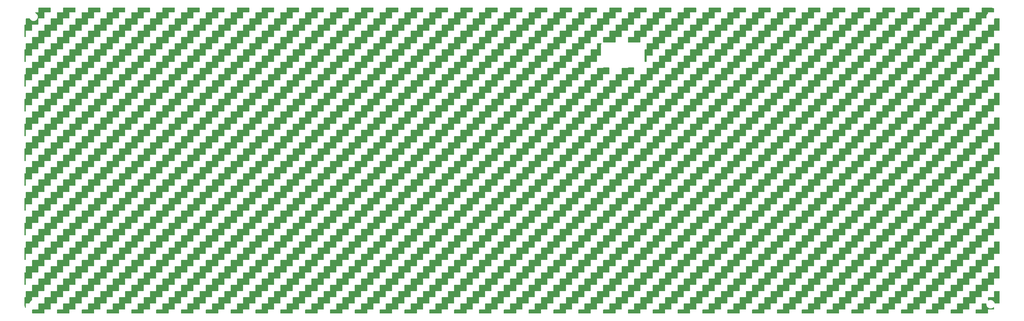
<source format=gbr>
G04 #@! TF.GenerationSoftware,KiCad,Pcbnew,7.0.9*
G04 #@! TF.CreationDate,2024-04-05T23:36:11+09:00*
G04 #@! TF.ProjectId,bottom_plate,626f7474-6f6d-45f7-906c-6174652e6b69,rev?*
G04 #@! TF.SameCoordinates,Original*
G04 #@! TF.FileFunction,Copper,L2,Bot*
G04 #@! TF.FilePolarity,Positive*
%FSLAX46Y46*%
G04 Gerber Fmt 4.6, Leading zero omitted, Abs format (unit mm)*
G04 Created by KiCad (PCBNEW 7.0.9) date 2024-04-05 23:36:11*
%MOMM*%
%LPD*%
G01*
G04 APERTURE LIST*
G04 APERTURE END LIST*
G04 #@! TA.AperFunction,NonConductor*
G36*
X22743512Y-17320502D02*
G01*
X22790005Y-17374158D01*
X22801391Y-17426500D01*
X22801391Y-18656495D01*
X22781389Y-18724616D01*
X22727733Y-18771109D01*
X22675391Y-18782495D01*
X20801391Y-18782495D01*
X20801391Y-20656495D01*
X20781389Y-20724616D01*
X20727733Y-20771109D01*
X20675391Y-20782495D01*
X18801391Y-20782495D01*
X18801391Y-22656495D01*
X18781389Y-22724616D01*
X18727733Y-22771109D01*
X18675391Y-22782495D01*
X16801391Y-22782495D01*
X16801391Y-24656495D01*
X16781389Y-24724616D01*
X16727733Y-24771109D01*
X16675391Y-24782495D01*
X14801391Y-24782495D01*
X14801391Y-26656495D01*
X14781389Y-26724616D01*
X14727733Y-26771109D01*
X14675391Y-26782495D01*
X14451500Y-26782495D01*
X14383379Y-26762493D01*
X14336886Y-26708837D01*
X14325500Y-26656495D01*
X14325500Y-22908495D01*
X14345502Y-22840374D01*
X14399158Y-22793881D01*
X14451500Y-22782495D01*
X14801391Y-22782495D01*
X14801391Y-20908495D01*
X14821393Y-20840374D01*
X14875049Y-20793881D01*
X14927391Y-20782495D01*
X15965423Y-20782495D01*
X16033544Y-20802497D01*
X16079617Y-20855244D01*
X16113464Y-20927828D01*
X16113466Y-20927832D01*
X16248998Y-21121392D01*
X16249002Y-21121397D01*
X16249005Y-21121401D01*
X16416099Y-21288495D01*
X16416103Y-21288498D01*
X16416107Y-21288501D01*
X16609667Y-21424033D01*
X16609666Y-21424033D01*
X16685804Y-21459537D01*
X16823837Y-21523903D01*
X17052092Y-21585063D01*
X17228534Y-21600500D01*
X17228535Y-21600500D01*
X17346465Y-21600500D01*
X17346466Y-21600500D01*
X17522908Y-21585063D01*
X17751163Y-21523903D01*
X17965329Y-21424035D01*
X18158901Y-21288495D01*
X18325995Y-21121401D01*
X18461535Y-20927830D01*
X18561196Y-20714104D01*
X18567639Y-20706787D01*
X18570072Y-20681307D01*
X18622563Y-20485408D01*
X18643159Y-20250000D01*
X18622563Y-20014592D01*
X18561403Y-19786337D01*
X18461535Y-19572171D01*
X18461534Y-19572169D01*
X18461533Y-19572167D01*
X18326001Y-19378607D01*
X18325997Y-19378602D01*
X18325995Y-19378599D01*
X18158901Y-19211505D01*
X18158897Y-19211502D01*
X18158892Y-19211498D01*
X17965332Y-19075966D01*
X17965333Y-19075966D01*
X17851081Y-19022690D01*
X17797796Y-18975772D01*
X17778335Y-18907495D01*
X17798877Y-18839535D01*
X17852900Y-18793470D01*
X17904331Y-18782495D01*
X18801391Y-18782495D01*
X18801391Y-17426500D01*
X18821393Y-17358379D01*
X18875049Y-17311886D01*
X18927391Y-17300500D01*
X22675391Y-17300500D01*
X22743512Y-17320502D01*
G37*
G04 #@! TD.AperFunction*
G04 #@! TA.AperFunction,NonConductor*
G36*
X222743512Y-17320502D02*
G01*
X222790005Y-17374158D01*
X222801391Y-17426500D01*
X222801391Y-18656495D01*
X222781389Y-18724616D01*
X222727733Y-18771109D01*
X222675391Y-18782495D01*
X220801391Y-18782495D01*
X220801391Y-20656495D01*
X220781389Y-20724616D01*
X220727733Y-20771109D01*
X220675391Y-20782495D01*
X218801391Y-20782495D01*
X218801391Y-22656495D01*
X218781389Y-22724616D01*
X218727733Y-22771109D01*
X218675391Y-22782495D01*
X216801391Y-22782495D01*
X216801391Y-24656495D01*
X216781389Y-24724616D01*
X216727733Y-24771109D01*
X216675391Y-24782495D01*
X214801391Y-24782495D01*
X214801391Y-26656495D01*
X214781389Y-26724616D01*
X214727733Y-26771109D01*
X214675391Y-26782495D01*
X212801391Y-26782495D01*
X212801391Y-28390369D01*
X212781389Y-28458490D01*
X212727733Y-28504983D01*
X212675391Y-28516369D01*
X208927391Y-28516369D01*
X208859270Y-28496367D01*
X208812777Y-28442711D01*
X208801391Y-28390369D01*
X208801391Y-26908495D01*
X208821393Y-26840374D01*
X208875049Y-26793881D01*
X208927391Y-26782495D01*
X210801391Y-26782495D01*
X210801391Y-24908495D01*
X210821393Y-24840374D01*
X210875049Y-24793881D01*
X210927391Y-24782495D01*
X212801391Y-24782495D01*
X212801391Y-22908495D01*
X212821393Y-22840374D01*
X212875049Y-22793881D01*
X212927391Y-22782495D01*
X214801391Y-22782495D01*
X214801391Y-20908495D01*
X214821393Y-20840374D01*
X214875049Y-20793881D01*
X214927391Y-20782495D01*
X216801391Y-20782495D01*
X216801391Y-18908495D01*
X216821393Y-18840374D01*
X216875049Y-18793881D01*
X216927391Y-18782495D01*
X218801391Y-18782495D01*
X218801391Y-17426500D01*
X218821393Y-17358379D01*
X218875049Y-17311886D01*
X218927391Y-17300500D01*
X222675391Y-17300500D01*
X222743512Y-17320502D01*
G37*
G04 #@! TD.AperFunction*
G04 #@! TA.AperFunction,NonConductor*
G36*
X214743512Y-17320502D02*
G01*
X214790005Y-17374158D01*
X214801391Y-17426500D01*
X214801391Y-18656495D01*
X214781389Y-18724616D01*
X214727733Y-18771109D01*
X214675391Y-18782495D01*
X212801391Y-18782495D01*
X212801391Y-20656495D01*
X212781389Y-20724616D01*
X212727733Y-20771109D01*
X212675391Y-20782495D01*
X210801391Y-20782495D01*
X210801391Y-22656495D01*
X210781389Y-22724616D01*
X210727733Y-22771109D01*
X210675391Y-22782495D01*
X208801391Y-22782495D01*
X208801391Y-24656495D01*
X208781389Y-24724616D01*
X208727733Y-24771109D01*
X208675391Y-24782495D01*
X206801391Y-24782495D01*
X206801391Y-26656495D01*
X206781389Y-26724616D01*
X206727733Y-26771109D01*
X206675391Y-26782495D01*
X204801391Y-26782495D01*
X204801391Y-28390369D01*
X204781389Y-28458490D01*
X204727733Y-28504983D01*
X204675391Y-28516369D01*
X201195058Y-28516369D01*
X201194751Y-28516279D01*
X201050864Y-28516281D01*
X200949273Y-28534197D01*
X200878714Y-28526329D01*
X200823609Y-28481563D01*
X200801455Y-28414112D01*
X200801391Y-28410112D01*
X200801391Y-26908495D01*
X200821393Y-26840374D01*
X200875049Y-26793881D01*
X200927391Y-26782495D01*
X202801391Y-26782495D01*
X202801391Y-24908495D01*
X202821393Y-24840374D01*
X202875049Y-24793881D01*
X202927391Y-24782495D01*
X204801391Y-24782495D01*
X204801391Y-22908495D01*
X204821393Y-22840374D01*
X204875049Y-22793881D01*
X204927391Y-22782495D01*
X206801391Y-22782495D01*
X206801391Y-20908495D01*
X206821393Y-20840374D01*
X206875049Y-20793881D01*
X206927391Y-20782495D01*
X208801391Y-20782495D01*
X208801391Y-18908495D01*
X208821393Y-18840374D01*
X208875049Y-18793881D01*
X208927391Y-18782495D01*
X210801391Y-18782495D01*
X210801391Y-17426500D01*
X210821393Y-17358379D01*
X210875049Y-17311886D01*
X210927391Y-17300500D01*
X214675391Y-17300500D01*
X214743512Y-17320502D01*
G37*
G04 #@! TD.AperFunction*
G04 #@! TA.AperFunction,NonConductor*
G36*
X230743512Y-17320502D02*
G01*
X230790005Y-17374158D01*
X230801391Y-17426500D01*
X230801391Y-18656495D01*
X230781389Y-18724616D01*
X230727733Y-18771109D01*
X230675391Y-18782495D01*
X228801391Y-18782495D01*
X228801391Y-20656495D01*
X228781389Y-20724616D01*
X228727733Y-20771109D01*
X228675391Y-20782495D01*
X226801391Y-20782495D01*
X226801391Y-22656495D01*
X226781389Y-22724616D01*
X226727733Y-22771109D01*
X226675391Y-22782495D01*
X224801391Y-22782495D01*
X224801391Y-24656495D01*
X224781389Y-24724616D01*
X224727733Y-24771109D01*
X224675391Y-24782495D01*
X222801391Y-24782495D01*
X222801391Y-26656495D01*
X222781389Y-26724616D01*
X222727733Y-26771109D01*
X222675391Y-26782495D01*
X220801391Y-26782495D01*
X220801391Y-28656495D01*
X220781389Y-28724616D01*
X220727733Y-28771109D01*
X220675391Y-28782495D01*
X218801391Y-28782495D01*
X218801391Y-30656495D01*
X218781389Y-30724616D01*
X218727733Y-30771109D01*
X218675391Y-30782495D01*
X216801391Y-30782495D01*
X216801391Y-32656495D01*
X216781389Y-32724616D01*
X216727733Y-32771109D01*
X216675391Y-32782495D01*
X214801391Y-32782495D01*
X214801391Y-34656495D01*
X214781389Y-34724616D01*
X214727733Y-34771109D01*
X214675391Y-34782495D01*
X214319280Y-34782495D01*
X214251159Y-34762493D01*
X214204666Y-34708837D01*
X214193280Y-34656495D01*
X214193280Y-30908495D01*
X214213282Y-30840374D01*
X214266938Y-30793881D01*
X214319280Y-30782495D01*
X214801391Y-30782495D01*
X214801391Y-28908495D01*
X214821393Y-28840374D01*
X214875049Y-28793881D01*
X214927391Y-28782495D01*
X216801391Y-28782495D01*
X216801391Y-26908495D01*
X216821393Y-26840374D01*
X216875049Y-26793881D01*
X216927391Y-26782495D01*
X218801391Y-26782495D01*
X218801391Y-24908495D01*
X218821393Y-24840374D01*
X218875049Y-24793881D01*
X218927391Y-24782495D01*
X220801391Y-24782495D01*
X220801391Y-22908495D01*
X220821393Y-22840374D01*
X220875049Y-22793881D01*
X220927391Y-22782495D01*
X222801391Y-22782495D01*
X222801391Y-20908495D01*
X222821393Y-20840374D01*
X222875049Y-20793881D01*
X222927391Y-20782495D01*
X224801391Y-20782495D01*
X224801391Y-18908495D01*
X224821393Y-18840374D01*
X224875049Y-18793881D01*
X224927391Y-18782495D01*
X226801391Y-18782495D01*
X226801391Y-17426500D01*
X226821393Y-17358379D01*
X226875049Y-17311886D01*
X226927391Y-17300500D01*
X230675391Y-17300500D01*
X230743512Y-17320502D01*
G37*
G04 #@! TD.AperFunction*
G04 #@! TA.AperFunction,NonConductor*
G36*
X30743512Y-17320502D02*
G01*
X30790005Y-17374158D01*
X30801391Y-17426500D01*
X30801391Y-18656495D01*
X30781389Y-18724616D01*
X30727733Y-18771109D01*
X30675391Y-18782495D01*
X28801391Y-18782495D01*
X28801391Y-20656495D01*
X28781389Y-20724616D01*
X28727733Y-20771109D01*
X28675391Y-20782495D01*
X26801391Y-20782495D01*
X26801391Y-22656495D01*
X26781389Y-22724616D01*
X26727733Y-22771109D01*
X26675391Y-22782495D01*
X24801391Y-22782495D01*
X24801391Y-24656495D01*
X24781389Y-24724616D01*
X24727733Y-24771109D01*
X24675391Y-24782495D01*
X22801391Y-24782495D01*
X22801391Y-26656495D01*
X22781389Y-26724616D01*
X22727733Y-26771109D01*
X22675391Y-26782495D01*
X20801391Y-26782495D01*
X20801391Y-28656495D01*
X20781389Y-28724616D01*
X20727733Y-28771109D01*
X20675391Y-28782495D01*
X18801391Y-28782495D01*
X18801391Y-30656495D01*
X18781389Y-30724616D01*
X18727733Y-30771109D01*
X18675391Y-30782495D01*
X16801391Y-30782495D01*
X16801391Y-32656495D01*
X16781389Y-32724616D01*
X16727733Y-32771109D01*
X16675391Y-32782495D01*
X14801391Y-32782495D01*
X14801391Y-34656495D01*
X14781389Y-34724616D01*
X14727733Y-34771109D01*
X14675391Y-34782495D01*
X14451500Y-34782495D01*
X14383379Y-34762493D01*
X14336886Y-34708837D01*
X14325500Y-34656495D01*
X14325500Y-30908495D01*
X14345502Y-30840374D01*
X14399158Y-30793881D01*
X14451500Y-30782495D01*
X14801391Y-30782495D01*
X14801391Y-28908495D01*
X14821393Y-28840374D01*
X14875049Y-28793881D01*
X14927391Y-28782495D01*
X16801391Y-28782495D01*
X16801391Y-26908495D01*
X16821393Y-26840374D01*
X16875049Y-26793881D01*
X16927391Y-26782495D01*
X18801391Y-26782495D01*
X18801391Y-24908495D01*
X18821393Y-24840374D01*
X18875049Y-24793881D01*
X18927391Y-24782495D01*
X20801391Y-24782495D01*
X20801391Y-22908495D01*
X20821393Y-22840374D01*
X20875049Y-22793881D01*
X20927391Y-22782495D01*
X22801391Y-22782495D01*
X22801391Y-20908495D01*
X22821393Y-20840374D01*
X22875049Y-20793881D01*
X22927391Y-20782495D01*
X24801391Y-20782495D01*
X24801391Y-18908495D01*
X24821393Y-18840374D01*
X24875049Y-18793881D01*
X24927391Y-18782495D01*
X26801391Y-18782495D01*
X26801391Y-17426500D01*
X26821393Y-17358379D01*
X26875049Y-17311886D01*
X26927391Y-17300500D01*
X30675391Y-17300500D01*
X30743512Y-17320502D01*
G37*
G04 #@! TD.AperFunction*
G04 #@! TA.AperFunction,NonConductor*
G36*
X38743512Y-17320502D02*
G01*
X38790005Y-17374158D01*
X38801391Y-17426500D01*
X38801391Y-18656495D01*
X38781389Y-18724616D01*
X38727733Y-18771109D01*
X38675391Y-18782495D01*
X36801391Y-18782495D01*
X36801391Y-20656495D01*
X36781389Y-20724616D01*
X36727733Y-20771109D01*
X36675391Y-20782495D01*
X34801391Y-20782495D01*
X34801391Y-22656495D01*
X34781389Y-22724616D01*
X34727733Y-22771109D01*
X34675391Y-22782495D01*
X32801391Y-22782495D01*
X32801391Y-24656495D01*
X32781389Y-24724616D01*
X32727733Y-24771109D01*
X32675391Y-24782495D01*
X30801391Y-24782495D01*
X30801391Y-26656495D01*
X30781389Y-26724616D01*
X30727733Y-26771109D01*
X30675391Y-26782495D01*
X28801391Y-26782495D01*
X28801391Y-28656495D01*
X28781389Y-28724616D01*
X28727733Y-28771109D01*
X28675391Y-28782495D01*
X26801391Y-28782495D01*
X26801391Y-30656495D01*
X26781389Y-30724616D01*
X26727733Y-30771109D01*
X26675391Y-30782495D01*
X24801391Y-30782495D01*
X24801391Y-32656495D01*
X24781389Y-32724616D01*
X24727733Y-32771109D01*
X24675391Y-32782495D01*
X22801391Y-32782495D01*
X22801391Y-34656495D01*
X22781389Y-34724616D01*
X22727733Y-34771109D01*
X22675391Y-34782495D01*
X20801391Y-34782495D01*
X20801391Y-36656495D01*
X20781389Y-36724616D01*
X20727733Y-36771109D01*
X20675391Y-36782495D01*
X18801391Y-36782495D01*
X18801391Y-38656495D01*
X18781389Y-38724616D01*
X18727733Y-38771109D01*
X18675391Y-38782495D01*
X16801391Y-38782495D01*
X16801391Y-40656495D01*
X16781389Y-40724616D01*
X16727733Y-40771109D01*
X16675391Y-40782495D01*
X14801391Y-40782495D01*
X14801391Y-42656495D01*
X14781389Y-42724616D01*
X14727733Y-42771109D01*
X14675391Y-42782495D01*
X14451500Y-42782495D01*
X14383379Y-42762493D01*
X14336886Y-42708837D01*
X14325500Y-42656495D01*
X14325500Y-38908495D01*
X14345502Y-38840374D01*
X14399158Y-38793881D01*
X14451500Y-38782495D01*
X14801391Y-38782495D01*
X14801391Y-36908495D01*
X14821393Y-36840374D01*
X14875049Y-36793881D01*
X14927391Y-36782495D01*
X16801391Y-36782495D01*
X16801391Y-34908495D01*
X16821393Y-34840374D01*
X16875049Y-34793881D01*
X16927391Y-34782495D01*
X18801391Y-34782495D01*
X18801391Y-32908495D01*
X18821393Y-32840374D01*
X18875049Y-32793881D01*
X18927391Y-32782495D01*
X20801391Y-32782495D01*
X20801391Y-30908495D01*
X20821393Y-30840374D01*
X20875049Y-30793881D01*
X20927391Y-30782495D01*
X22801391Y-30782495D01*
X22801391Y-28908495D01*
X22821393Y-28840374D01*
X22875049Y-28793881D01*
X22927391Y-28782495D01*
X24801391Y-28782495D01*
X24801391Y-26908495D01*
X24821393Y-26840374D01*
X24875049Y-26793881D01*
X24927391Y-26782495D01*
X26801391Y-26782495D01*
X26801391Y-24908495D01*
X26821393Y-24840374D01*
X26875049Y-24793881D01*
X26927391Y-24782495D01*
X28801391Y-24782495D01*
X28801391Y-22908495D01*
X28821393Y-22840374D01*
X28875049Y-22793881D01*
X28927391Y-22782495D01*
X30801391Y-22782495D01*
X30801391Y-20908495D01*
X30821393Y-20840374D01*
X30875049Y-20793881D01*
X30927391Y-20782495D01*
X32801391Y-20782495D01*
X32801391Y-18908495D01*
X32821393Y-18840374D01*
X32875049Y-18793881D01*
X32927391Y-18782495D01*
X34801391Y-18782495D01*
X34801391Y-17426500D01*
X34821393Y-17358379D01*
X34875049Y-17311886D01*
X34927391Y-17300500D01*
X38675391Y-17300500D01*
X38743512Y-17320502D01*
G37*
G04 #@! TD.AperFunction*
G04 #@! TA.AperFunction,NonConductor*
G36*
X46743512Y-17320502D02*
G01*
X46790005Y-17374158D01*
X46801391Y-17426500D01*
X46801391Y-18656495D01*
X46781389Y-18724616D01*
X46727733Y-18771109D01*
X46675391Y-18782495D01*
X44801391Y-18782495D01*
X44801391Y-20656495D01*
X44781389Y-20724616D01*
X44727733Y-20771109D01*
X44675391Y-20782495D01*
X42801391Y-20782495D01*
X42801391Y-22656495D01*
X42781389Y-22724616D01*
X42727733Y-22771109D01*
X42675391Y-22782495D01*
X40801391Y-22782495D01*
X40801391Y-24656495D01*
X40781389Y-24724616D01*
X40727733Y-24771109D01*
X40675391Y-24782495D01*
X38801391Y-24782495D01*
X38801391Y-26656495D01*
X38781389Y-26724616D01*
X38727733Y-26771109D01*
X38675391Y-26782495D01*
X36801391Y-26782495D01*
X36801391Y-28656495D01*
X36781389Y-28724616D01*
X36727733Y-28771109D01*
X36675391Y-28782495D01*
X34801391Y-28782495D01*
X34801391Y-30656495D01*
X34781389Y-30724616D01*
X34727733Y-30771109D01*
X34675391Y-30782495D01*
X32801391Y-30782495D01*
X32801391Y-32656495D01*
X32781389Y-32724616D01*
X32727733Y-32771109D01*
X32675391Y-32782495D01*
X30801391Y-32782495D01*
X30801391Y-34656495D01*
X30781389Y-34724616D01*
X30727733Y-34771109D01*
X30675391Y-34782495D01*
X28801391Y-34782495D01*
X28801391Y-36656495D01*
X28781389Y-36724616D01*
X28727733Y-36771109D01*
X28675391Y-36782495D01*
X26801391Y-36782495D01*
X26801391Y-38656495D01*
X26781389Y-38724616D01*
X26727733Y-38771109D01*
X26675391Y-38782495D01*
X24801391Y-38782495D01*
X24801391Y-40656495D01*
X24781389Y-40724616D01*
X24727733Y-40771109D01*
X24675391Y-40782495D01*
X22801391Y-40782495D01*
X22801391Y-42656495D01*
X22781389Y-42724616D01*
X22727733Y-42771109D01*
X22675391Y-42782495D01*
X20801391Y-42782495D01*
X20801391Y-44656495D01*
X20781389Y-44724616D01*
X20727733Y-44771109D01*
X20675391Y-44782495D01*
X18801391Y-44782495D01*
X18801391Y-46656495D01*
X18781389Y-46724616D01*
X18727733Y-46771109D01*
X18675391Y-46782495D01*
X16801391Y-46782495D01*
X16801391Y-48656495D01*
X16781389Y-48724616D01*
X16727733Y-48771109D01*
X16675391Y-48782495D01*
X14801391Y-48782495D01*
X14801391Y-50656495D01*
X14781389Y-50724616D01*
X14727733Y-50771109D01*
X14675391Y-50782495D01*
X14451500Y-50782495D01*
X14383379Y-50762493D01*
X14336886Y-50708837D01*
X14325500Y-50656495D01*
X14325500Y-46908495D01*
X14345502Y-46840374D01*
X14399158Y-46793881D01*
X14451500Y-46782495D01*
X14801391Y-46782495D01*
X14801391Y-44908495D01*
X14821393Y-44840374D01*
X14875049Y-44793881D01*
X14927391Y-44782495D01*
X16801391Y-44782495D01*
X16801391Y-42908495D01*
X16821393Y-42840374D01*
X16875049Y-42793881D01*
X16927391Y-42782495D01*
X18801391Y-42782495D01*
X18801391Y-40908495D01*
X18821393Y-40840374D01*
X18875049Y-40793881D01*
X18927391Y-40782495D01*
X20801391Y-40782495D01*
X20801391Y-38908495D01*
X20821393Y-38840374D01*
X20875049Y-38793881D01*
X20927391Y-38782495D01*
X22801391Y-38782495D01*
X22801391Y-36908495D01*
X22821393Y-36840374D01*
X22875049Y-36793881D01*
X22927391Y-36782495D01*
X24801391Y-36782495D01*
X24801391Y-34908495D01*
X24821393Y-34840374D01*
X24875049Y-34793881D01*
X24927391Y-34782495D01*
X26801391Y-34782495D01*
X26801391Y-32908495D01*
X26821393Y-32840374D01*
X26875049Y-32793881D01*
X26927391Y-32782495D01*
X28801391Y-32782495D01*
X28801391Y-30908495D01*
X28821393Y-30840374D01*
X28875049Y-30793881D01*
X28927391Y-30782495D01*
X30801391Y-30782495D01*
X30801391Y-28908495D01*
X30821393Y-28840374D01*
X30875049Y-28793881D01*
X30927391Y-28782495D01*
X32801391Y-28782495D01*
X32801391Y-26908495D01*
X32821393Y-26840374D01*
X32875049Y-26793881D01*
X32927391Y-26782495D01*
X34801391Y-26782495D01*
X34801391Y-24908495D01*
X34821393Y-24840374D01*
X34875049Y-24793881D01*
X34927391Y-24782495D01*
X36801391Y-24782495D01*
X36801391Y-22908495D01*
X36821393Y-22840374D01*
X36875049Y-22793881D01*
X36927391Y-22782495D01*
X38801391Y-22782495D01*
X38801391Y-20908495D01*
X38821393Y-20840374D01*
X38875049Y-20793881D01*
X38927391Y-20782495D01*
X40801391Y-20782495D01*
X40801391Y-18908495D01*
X40821393Y-18840374D01*
X40875049Y-18793881D01*
X40927391Y-18782495D01*
X42801391Y-18782495D01*
X42801391Y-17426500D01*
X42821393Y-17358379D01*
X42875049Y-17311886D01*
X42927391Y-17300500D01*
X46675391Y-17300500D01*
X46743512Y-17320502D01*
G37*
G04 #@! TD.AperFunction*
G04 #@! TA.AperFunction,NonConductor*
G36*
X54743512Y-17320502D02*
G01*
X54790005Y-17374158D01*
X54801391Y-17426500D01*
X54801391Y-18656495D01*
X54781389Y-18724616D01*
X54727733Y-18771109D01*
X54675391Y-18782495D01*
X52801391Y-18782495D01*
X52801391Y-20656495D01*
X52781389Y-20724616D01*
X52727733Y-20771109D01*
X52675391Y-20782495D01*
X50801391Y-20782495D01*
X50801391Y-22656495D01*
X50781389Y-22724616D01*
X50727733Y-22771109D01*
X50675391Y-22782495D01*
X48801391Y-22782495D01*
X48801391Y-24656495D01*
X48781389Y-24724616D01*
X48727733Y-24771109D01*
X48675391Y-24782495D01*
X46801391Y-24782495D01*
X46801391Y-26656495D01*
X46781389Y-26724616D01*
X46727733Y-26771109D01*
X46675391Y-26782495D01*
X44801391Y-26782495D01*
X44801391Y-28656495D01*
X44781389Y-28724616D01*
X44727733Y-28771109D01*
X44675391Y-28782495D01*
X42801391Y-28782495D01*
X42801391Y-30656495D01*
X42781389Y-30724616D01*
X42727733Y-30771109D01*
X42675391Y-30782495D01*
X40801391Y-30782495D01*
X40801391Y-32656495D01*
X40781389Y-32724616D01*
X40727733Y-32771109D01*
X40675391Y-32782495D01*
X38801391Y-32782495D01*
X38801391Y-34656495D01*
X38781389Y-34724616D01*
X38727733Y-34771109D01*
X38675391Y-34782495D01*
X36801391Y-34782495D01*
X36801391Y-36656495D01*
X36781389Y-36724616D01*
X36727733Y-36771109D01*
X36675391Y-36782495D01*
X34801391Y-36782495D01*
X34801391Y-38656495D01*
X34781389Y-38724616D01*
X34727733Y-38771109D01*
X34675391Y-38782495D01*
X32801391Y-38782495D01*
X32801391Y-40656495D01*
X32781389Y-40724616D01*
X32727733Y-40771109D01*
X32675391Y-40782495D01*
X30801391Y-40782495D01*
X30801391Y-42656495D01*
X30781389Y-42724616D01*
X30727733Y-42771109D01*
X30675391Y-42782495D01*
X28801391Y-42782495D01*
X28801391Y-44656495D01*
X28781389Y-44724616D01*
X28727733Y-44771109D01*
X28675391Y-44782495D01*
X26801391Y-44782495D01*
X26801391Y-46656495D01*
X26781389Y-46724616D01*
X26727733Y-46771109D01*
X26675391Y-46782495D01*
X24801391Y-46782495D01*
X24801391Y-48656495D01*
X24781389Y-48724616D01*
X24727733Y-48771109D01*
X24675391Y-48782495D01*
X22801391Y-48782495D01*
X22801391Y-50656495D01*
X22781389Y-50724616D01*
X22727733Y-50771109D01*
X22675391Y-50782495D01*
X20801391Y-50782495D01*
X20801391Y-52656495D01*
X20781389Y-52724616D01*
X20727733Y-52771109D01*
X20675391Y-52782495D01*
X18801391Y-52782495D01*
X18801391Y-54656495D01*
X18781389Y-54724616D01*
X18727733Y-54771109D01*
X18675391Y-54782495D01*
X16801391Y-54782495D01*
X16801391Y-56656495D01*
X16781389Y-56724616D01*
X16727733Y-56771109D01*
X16675391Y-56782495D01*
X14801391Y-56782495D01*
X14801391Y-58656495D01*
X14781389Y-58724616D01*
X14727733Y-58771109D01*
X14675391Y-58782495D01*
X14451500Y-58782495D01*
X14383379Y-58762493D01*
X14336886Y-58708837D01*
X14325500Y-58656495D01*
X14325500Y-54908495D01*
X14345502Y-54840374D01*
X14399158Y-54793881D01*
X14451500Y-54782495D01*
X14801391Y-54782495D01*
X14801391Y-52908495D01*
X14821393Y-52840374D01*
X14875049Y-52793881D01*
X14927391Y-52782495D01*
X16801391Y-52782495D01*
X16801391Y-50908495D01*
X16821393Y-50840374D01*
X16875049Y-50793881D01*
X16927391Y-50782495D01*
X18801391Y-50782495D01*
X18801391Y-48908495D01*
X18821393Y-48840374D01*
X18875049Y-48793881D01*
X18927391Y-48782495D01*
X20801391Y-48782495D01*
X20801391Y-46908495D01*
X20821393Y-46840374D01*
X20875049Y-46793881D01*
X20927391Y-46782495D01*
X22801391Y-46782495D01*
X22801391Y-44908495D01*
X22821393Y-44840374D01*
X22875049Y-44793881D01*
X22927391Y-44782495D01*
X24801391Y-44782495D01*
X24801391Y-42908495D01*
X24821393Y-42840374D01*
X24875049Y-42793881D01*
X24927391Y-42782495D01*
X26801391Y-42782495D01*
X26801391Y-40908495D01*
X26821393Y-40840374D01*
X26875049Y-40793881D01*
X26927391Y-40782495D01*
X28801391Y-40782495D01*
X28801391Y-38908495D01*
X28821393Y-38840374D01*
X28875049Y-38793881D01*
X28927391Y-38782495D01*
X30801391Y-38782495D01*
X30801391Y-36908495D01*
X30821393Y-36840374D01*
X30875049Y-36793881D01*
X30927391Y-36782495D01*
X32801391Y-36782495D01*
X32801391Y-34908495D01*
X32821393Y-34840374D01*
X32875049Y-34793881D01*
X32927391Y-34782495D01*
X34801391Y-34782495D01*
X34801391Y-32908495D01*
X34821393Y-32840374D01*
X34875049Y-32793881D01*
X34927391Y-32782495D01*
X36801391Y-32782495D01*
X36801391Y-30908495D01*
X36821393Y-30840374D01*
X36875049Y-30793881D01*
X36927391Y-30782495D01*
X38801391Y-30782495D01*
X38801391Y-28908495D01*
X38821393Y-28840374D01*
X38875049Y-28793881D01*
X38927391Y-28782495D01*
X40801391Y-28782495D01*
X40801391Y-26908495D01*
X40821393Y-26840374D01*
X40875049Y-26793881D01*
X40927391Y-26782495D01*
X42801391Y-26782495D01*
X42801391Y-24908495D01*
X42821393Y-24840374D01*
X42875049Y-24793881D01*
X42927391Y-24782495D01*
X44801391Y-24782495D01*
X44801391Y-22908495D01*
X44821393Y-22840374D01*
X44875049Y-22793881D01*
X44927391Y-22782495D01*
X46801391Y-22782495D01*
X46801391Y-20908495D01*
X46821393Y-20840374D01*
X46875049Y-20793881D01*
X46927391Y-20782495D01*
X48801391Y-20782495D01*
X48801391Y-18908495D01*
X48821393Y-18840374D01*
X48875049Y-18793881D01*
X48927391Y-18782495D01*
X50801391Y-18782495D01*
X50801391Y-17426500D01*
X50821393Y-17358379D01*
X50875049Y-17311886D01*
X50927391Y-17300500D01*
X54675391Y-17300500D01*
X54743512Y-17320502D01*
G37*
G04 #@! TD.AperFunction*
G04 #@! TA.AperFunction,NonConductor*
G36*
X62743512Y-17320502D02*
G01*
X62790005Y-17374158D01*
X62801391Y-17426500D01*
X62801391Y-18656495D01*
X62781389Y-18724616D01*
X62727733Y-18771109D01*
X62675391Y-18782495D01*
X60801391Y-18782495D01*
X60801391Y-20656495D01*
X60781389Y-20724616D01*
X60727733Y-20771109D01*
X60675391Y-20782495D01*
X58801391Y-20782495D01*
X58801391Y-22656495D01*
X58781389Y-22724616D01*
X58727733Y-22771109D01*
X58675391Y-22782495D01*
X56801391Y-22782495D01*
X56801391Y-24656495D01*
X56781389Y-24724616D01*
X56727733Y-24771109D01*
X56675391Y-24782495D01*
X54801391Y-24782495D01*
X54801391Y-26656495D01*
X54781389Y-26724616D01*
X54727733Y-26771109D01*
X54675391Y-26782495D01*
X52801391Y-26782495D01*
X52801391Y-28656495D01*
X52781389Y-28724616D01*
X52727733Y-28771109D01*
X52675391Y-28782495D01*
X50801391Y-28782495D01*
X50801391Y-30656495D01*
X50781389Y-30724616D01*
X50727733Y-30771109D01*
X50675391Y-30782495D01*
X48801391Y-30782495D01*
X48801391Y-32656495D01*
X48781389Y-32724616D01*
X48727733Y-32771109D01*
X48675391Y-32782495D01*
X46801391Y-32782495D01*
X46801391Y-34656495D01*
X46781389Y-34724616D01*
X46727733Y-34771109D01*
X46675391Y-34782495D01*
X44801391Y-34782495D01*
X44801391Y-36656495D01*
X44781389Y-36724616D01*
X44727733Y-36771109D01*
X44675391Y-36782495D01*
X42801391Y-36782495D01*
X42801391Y-38656495D01*
X42781389Y-38724616D01*
X42727733Y-38771109D01*
X42675391Y-38782495D01*
X40801391Y-38782495D01*
X40801391Y-40656495D01*
X40781389Y-40724616D01*
X40727733Y-40771109D01*
X40675391Y-40782495D01*
X38801391Y-40782495D01*
X38801391Y-42656495D01*
X38781389Y-42724616D01*
X38727733Y-42771109D01*
X38675391Y-42782495D01*
X36801391Y-42782495D01*
X36801391Y-44656495D01*
X36781389Y-44724616D01*
X36727733Y-44771109D01*
X36675391Y-44782495D01*
X34801391Y-44782495D01*
X34801391Y-46656495D01*
X34781389Y-46724616D01*
X34727733Y-46771109D01*
X34675391Y-46782495D01*
X32801391Y-46782495D01*
X32801391Y-48656495D01*
X32781389Y-48724616D01*
X32727733Y-48771109D01*
X32675391Y-48782495D01*
X30801391Y-48782495D01*
X30801391Y-50656495D01*
X30781389Y-50724616D01*
X30727733Y-50771109D01*
X30675391Y-50782495D01*
X28801391Y-50782495D01*
X28801391Y-52656495D01*
X28781389Y-52724616D01*
X28727733Y-52771109D01*
X28675391Y-52782495D01*
X26801391Y-52782495D01*
X26801391Y-54656495D01*
X26781389Y-54724616D01*
X26727733Y-54771109D01*
X26675391Y-54782495D01*
X24801391Y-54782495D01*
X24801391Y-56656495D01*
X24781389Y-56724616D01*
X24727733Y-56771109D01*
X24675391Y-56782495D01*
X22801391Y-56782495D01*
X22801391Y-58656495D01*
X22781389Y-58724616D01*
X22727733Y-58771109D01*
X22675391Y-58782495D01*
X20801391Y-58782495D01*
X20801391Y-60656495D01*
X20781389Y-60724616D01*
X20727733Y-60771109D01*
X20675391Y-60782495D01*
X18801391Y-60782495D01*
X18801391Y-62656495D01*
X18781389Y-62724616D01*
X18727733Y-62771109D01*
X18675391Y-62782495D01*
X16801391Y-62782495D01*
X16801391Y-64656495D01*
X16781389Y-64724616D01*
X16727733Y-64771109D01*
X16675391Y-64782495D01*
X14801391Y-64782495D01*
X14801391Y-66656495D01*
X14781389Y-66724616D01*
X14727733Y-66771109D01*
X14675391Y-66782495D01*
X14451500Y-66782495D01*
X14383379Y-66762493D01*
X14336886Y-66708837D01*
X14325500Y-66656495D01*
X14325500Y-62908495D01*
X14345502Y-62840374D01*
X14399158Y-62793881D01*
X14451500Y-62782495D01*
X14801391Y-62782495D01*
X14801391Y-60908495D01*
X14821393Y-60840374D01*
X14875049Y-60793881D01*
X14927391Y-60782495D01*
X16801391Y-60782495D01*
X16801391Y-58908495D01*
X16821393Y-58840374D01*
X16875049Y-58793881D01*
X16927391Y-58782495D01*
X18801391Y-58782495D01*
X18801391Y-56908495D01*
X18821393Y-56840374D01*
X18875049Y-56793881D01*
X18927391Y-56782495D01*
X20801391Y-56782495D01*
X20801391Y-54908495D01*
X20821393Y-54840374D01*
X20875049Y-54793881D01*
X20927391Y-54782495D01*
X22801391Y-54782495D01*
X22801391Y-52908495D01*
X22821393Y-52840374D01*
X22875049Y-52793881D01*
X22927391Y-52782495D01*
X24801391Y-52782495D01*
X24801391Y-50908495D01*
X24821393Y-50840374D01*
X24875049Y-50793881D01*
X24927391Y-50782495D01*
X26801391Y-50782495D01*
X26801391Y-48908495D01*
X26821393Y-48840374D01*
X26875049Y-48793881D01*
X26927391Y-48782495D01*
X28801391Y-48782495D01*
X28801391Y-46908495D01*
X28821393Y-46840374D01*
X28875049Y-46793881D01*
X28927391Y-46782495D01*
X30801391Y-46782495D01*
X30801391Y-44908495D01*
X30821393Y-44840374D01*
X30875049Y-44793881D01*
X30927391Y-44782495D01*
X32801391Y-44782495D01*
X32801391Y-42908495D01*
X32821393Y-42840374D01*
X32875049Y-42793881D01*
X32927391Y-42782495D01*
X34801391Y-42782495D01*
X34801391Y-40908495D01*
X34821393Y-40840374D01*
X34875049Y-40793881D01*
X34927391Y-40782495D01*
X36801391Y-40782495D01*
X36801391Y-38908495D01*
X36821393Y-38840374D01*
X36875049Y-38793881D01*
X36927391Y-38782495D01*
X38801391Y-38782495D01*
X38801391Y-36908495D01*
X38821393Y-36840374D01*
X38875049Y-36793881D01*
X38927391Y-36782495D01*
X40801391Y-36782495D01*
X40801391Y-34908495D01*
X40821393Y-34840374D01*
X40875049Y-34793881D01*
X40927391Y-34782495D01*
X42801391Y-34782495D01*
X42801391Y-32908495D01*
X42821393Y-32840374D01*
X42875049Y-32793881D01*
X42927391Y-32782495D01*
X44801391Y-32782495D01*
X44801391Y-30908495D01*
X44821393Y-30840374D01*
X44875049Y-30793881D01*
X44927391Y-30782495D01*
X46801391Y-30782495D01*
X46801391Y-28908495D01*
X46821393Y-28840374D01*
X46875049Y-28793881D01*
X46927391Y-28782495D01*
X48801391Y-28782495D01*
X48801391Y-26908495D01*
X48821393Y-26840374D01*
X48875049Y-26793881D01*
X48927391Y-26782495D01*
X50801391Y-26782495D01*
X50801391Y-24908495D01*
X50821393Y-24840374D01*
X50875049Y-24793881D01*
X50927391Y-24782495D01*
X52801391Y-24782495D01*
X52801391Y-22908495D01*
X52821393Y-22840374D01*
X52875049Y-22793881D01*
X52927391Y-22782495D01*
X54801391Y-22782495D01*
X54801391Y-20908495D01*
X54821393Y-20840374D01*
X54875049Y-20793881D01*
X54927391Y-20782495D01*
X56801391Y-20782495D01*
X56801391Y-18908495D01*
X56821393Y-18840374D01*
X56875049Y-18793881D01*
X56927391Y-18782495D01*
X58801391Y-18782495D01*
X58801391Y-17426500D01*
X58821393Y-17358379D01*
X58875049Y-17311886D01*
X58927391Y-17300500D01*
X62675391Y-17300500D01*
X62743512Y-17320502D01*
G37*
G04 #@! TD.AperFunction*
G04 #@! TA.AperFunction,NonConductor*
G36*
X70743512Y-17320502D02*
G01*
X70790005Y-17374158D01*
X70801391Y-17426500D01*
X70801391Y-18656495D01*
X70781389Y-18724616D01*
X70727733Y-18771109D01*
X70675391Y-18782495D01*
X68801391Y-18782495D01*
X68801391Y-20656495D01*
X68781389Y-20724616D01*
X68727733Y-20771109D01*
X68675391Y-20782495D01*
X66801391Y-20782495D01*
X66801391Y-22656495D01*
X66781389Y-22724616D01*
X66727733Y-22771109D01*
X66675391Y-22782495D01*
X64801391Y-22782495D01*
X64801391Y-24656495D01*
X64781389Y-24724616D01*
X64727733Y-24771109D01*
X64675391Y-24782495D01*
X62801391Y-24782495D01*
X62801391Y-26656495D01*
X62781389Y-26724616D01*
X62727733Y-26771109D01*
X62675391Y-26782495D01*
X60801391Y-26782495D01*
X60801391Y-28656495D01*
X60781389Y-28724616D01*
X60727733Y-28771109D01*
X60675391Y-28782495D01*
X58801391Y-28782495D01*
X58801391Y-30656495D01*
X58781389Y-30724616D01*
X58727733Y-30771109D01*
X58675391Y-30782495D01*
X56801391Y-30782495D01*
X56801391Y-32656495D01*
X56781389Y-32724616D01*
X56727733Y-32771109D01*
X56675391Y-32782495D01*
X54801391Y-32782495D01*
X54801391Y-34656495D01*
X54781389Y-34724616D01*
X54727733Y-34771109D01*
X54675391Y-34782495D01*
X52801391Y-34782495D01*
X52801391Y-36656495D01*
X52781389Y-36724616D01*
X52727733Y-36771109D01*
X52675391Y-36782495D01*
X50801391Y-36782495D01*
X50801391Y-38656495D01*
X50781389Y-38724616D01*
X50727733Y-38771109D01*
X50675391Y-38782495D01*
X48801391Y-38782495D01*
X48801391Y-40656495D01*
X48781389Y-40724616D01*
X48727733Y-40771109D01*
X48675391Y-40782495D01*
X46801391Y-40782495D01*
X46801391Y-42656495D01*
X46781389Y-42724616D01*
X46727733Y-42771109D01*
X46675391Y-42782495D01*
X44801391Y-42782495D01*
X44801391Y-44656495D01*
X44781389Y-44724616D01*
X44727733Y-44771109D01*
X44675391Y-44782495D01*
X42801391Y-44782495D01*
X42801391Y-46656495D01*
X42781389Y-46724616D01*
X42727733Y-46771109D01*
X42675391Y-46782495D01*
X40801391Y-46782495D01*
X40801391Y-48656495D01*
X40781389Y-48724616D01*
X40727733Y-48771109D01*
X40675391Y-48782495D01*
X38801391Y-48782495D01*
X38801391Y-50656495D01*
X38781389Y-50724616D01*
X38727733Y-50771109D01*
X38675391Y-50782495D01*
X36801391Y-50782495D01*
X36801391Y-52656495D01*
X36781389Y-52724616D01*
X36727733Y-52771109D01*
X36675391Y-52782495D01*
X34801391Y-52782495D01*
X34801391Y-54656495D01*
X34781389Y-54724616D01*
X34727733Y-54771109D01*
X34675391Y-54782495D01*
X32801391Y-54782495D01*
X32801391Y-56656495D01*
X32781389Y-56724616D01*
X32727733Y-56771109D01*
X32675391Y-56782495D01*
X30801391Y-56782495D01*
X30801391Y-58656495D01*
X30781389Y-58724616D01*
X30727733Y-58771109D01*
X30675391Y-58782495D01*
X28801391Y-58782495D01*
X28801391Y-60656495D01*
X28781389Y-60724616D01*
X28727733Y-60771109D01*
X28675391Y-60782495D01*
X26801391Y-60782495D01*
X26801391Y-62656495D01*
X26781389Y-62724616D01*
X26727733Y-62771109D01*
X26675391Y-62782495D01*
X24801391Y-62782495D01*
X24801391Y-64656495D01*
X24781389Y-64724616D01*
X24727733Y-64771109D01*
X24675391Y-64782495D01*
X22801391Y-64782495D01*
X22801391Y-66656495D01*
X22781389Y-66724616D01*
X22727733Y-66771109D01*
X22675391Y-66782495D01*
X20801391Y-66782495D01*
X20801391Y-68656495D01*
X20781389Y-68724616D01*
X20727733Y-68771109D01*
X20675391Y-68782495D01*
X18801391Y-68782495D01*
X18801391Y-70656495D01*
X18781389Y-70724616D01*
X18727733Y-70771109D01*
X18675391Y-70782495D01*
X16801391Y-70782495D01*
X16801391Y-72656495D01*
X16781389Y-72724616D01*
X16727733Y-72771109D01*
X16675391Y-72782495D01*
X14801391Y-72782495D01*
X14801391Y-74656495D01*
X14781389Y-74724616D01*
X14727733Y-74771109D01*
X14675391Y-74782495D01*
X14451500Y-74782495D01*
X14383379Y-74762493D01*
X14336886Y-74708837D01*
X14325500Y-74656495D01*
X14325500Y-70908495D01*
X14345502Y-70840374D01*
X14399158Y-70793881D01*
X14451500Y-70782495D01*
X14801391Y-70782495D01*
X14801391Y-68908495D01*
X14821393Y-68840374D01*
X14875049Y-68793881D01*
X14927391Y-68782495D01*
X16801391Y-68782495D01*
X16801391Y-66908495D01*
X16821393Y-66840374D01*
X16875049Y-66793881D01*
X16927391Y-66782495D01*
X18801391Y-66782495D01*
X18801391Y-64908495D01*
X18821393Y-64840374D01*
X18875049Y-64793881D01*
X18927391Y-64782495D01*
X20801391Y-64782495D01*
X20801391Y-62908495D01*
X20821393Y-62840374D01*
X20875049Y-62793881D01*
X20927391Y-62782495D01*
X22801391Y-62782495D01*
X22801391Y-60908495D01*
X22821393Y-60840374D01*
X22875049Y-60793881D01*
X22927391Y-60782495D01*
X24801391Y-60782495D01*
X24801391Y-58908495D01*
X24821393Y-58840374D01*
X24875049Y-58793881D01*
X24927391Y-58782495D01*
X26801391Y-58782495D01*
X26801391Y-56908495D01*
X26821393Y-56840374D01*
X26875049Y-56793881D01*
X26927391Y-56782495D01*
X28801391Y-56782495D01*
X28801391Y-54908495D01*
X28821393Y-54840374D01*
X28875049Y-54793881D01*
X28927391Y-54782495D01*
X30801391Y-54782495D01*
X30801391Y-52908495D01*
X30821393Y-52840374D01*
X30875049Y-52793881D01*
X30927391Y-52782495D01*
X32801391Y-52782495D01*
X32801391Y-50908495D01*
X32821393Y-50840374D01*
X32875049Y-50793881D01*
X32927391Y-50782495D01*
X34801391Y-50782495D01*
X34801391Y-48908495D01*
X34821393Y-48840374D01*
X34875049Y-48793881D01*
X34927391Y-48782495D01*
X36801391Y-48782495D01*
X36801391Y-46908495D01*
X36821393Y-46840374D01*
X36875049Y-46793881D01*
X36927391Y-46782495D01*
X38801391Y-46782495D01*
X38801391Y-44908495D01*
X38821393Y-44840374D01*
X38875049Y-44793881D01*
X38927391Y-44782495D01*
X40801391Y-44782495D01*
X40801391Y-42908495D01*
X40821393Y-42840374D01*
X40875049Y-42793881D01*
X40927391Y-42782495D01*
X42801391Y-42782495D01*
X42801391Y-40908495D01*
X42821393Y-40840374D01*
X42875049Y-40793881D01*
X42927391Y-40782495D01*
X44801391Y-40782495D01*
X44801391Y-38908495D01*
X44821393Y-38840374D01*
X44875049Y-38793881D01*
X44927391Y-38782495D01*
X46801391Y-38782495D01*
X46801391Y-36908495D01*
X46821393Y-36840374D01*
X46875049Y-36793881D01*
X46927391Y-36782495D01*
X48801391Y-36782495D01*
X48801391Y-34908495D01*
X48821393Y-34840374D01*
X48875049Y-34793881D01*
X48927391Y-34782495D01*
X50801391Y-34782495D01*
X50801391Y-32908495D01*
X50821393Y-32840374D01*
X50875049Y-32793881D01*
X50927391Y-32782495D01*
X52801391Y-32782495D01*
X52801391Y-30908495D01*
X52821393Y-30840374D01*
X52875049Y-30793881D01*
X52927391Y-30782495D01*
X54801391Y-30782495D01*
X54801391Y-28908495D01*
X54821393Y-28840374D01*
X54875049Y-28793881D01*
X54927391Y-28782495D01*
X56801391Y-28782495D01*
X56801391Y-26908495D01*
X56821393Y-26840374D01*
X56875049Y-26793881D01*
X56927391Y-26782495D01*
X58801391Y-26782495D01*
X58801391Y-24908495D01*
X58821393Y-24840374D01*
X58875049Y-24793881D01*
X58927391Y-24782495D01*
X60801391Y-24782495D01*
X60801391Y-22908495D01*
X60821393Y-22840374D01*
X60875049Y-22793881D01*
X60927391Y-22782495D01*
X62801391Y-22782495D01*
X62801391Y-20908495D01*
X62821393Y-20840374D01*
X62875049Y-20793881D01*
X62927391Y-20782495D01*
X64801391Y-20782495D01*
X64801391Y-18908495D01*
X64821393Y-18840374D01*
X64875049Y-18793881D01*
X64927391Y-18782495D01*
X66801391Y-18782495D01*
X66801391Y-17426500D01*
X66821393Y-17358379D01*
X66875049Y-17311886D01*
X66927391Y-17300500D01*
X70675391Y-17300500D01*
X70743512Y-17320502D01*
G37*
G04 #@! TD.AperFunction*
G04 #@! TA.AperFunction,NonConductor*
G36*
X78743512Y-17320502D02*
G01*
X78790005Y-17374158D01*
X78801391Y-17426500D01*
X78801391Y-18656495D01*
X78781389Y-18724616D01*
X78727733Y-18771109D01*
X78675391Y-18782495D01*
X76801391Y-18782495D01*
X76801391Y-20656495D01*
X76781389Y-20724616D01*
X76727733Y-20771109D01*
X76675391Y-20782495D01*
X74801391Y-20782495D01*
X74801391Y-22656495D01*
X74781389Y-22724616D01*
X74727733Y-22771109D01*
X74675391Y-22782495D01*
X72801391Y-22782495D01*
X72801391Y-24656495D01*
X72781389Y-24724616D01*
X72727733Y-24771109D01*
X72675391Y-24782495D01*
X70801391Y-24782495D01*
X70801391Y-26656495D01*
X70781389Y-26724616D01*
X70727733Y-26771109D01*
X70675391Y-26782495D01*
X68801391Y-26782495D01*
X68801391Y-28656495D01*
X68781389Y-28724616D01*
X68727733Y-28771109D01*
X68675391Y-28782495D01*
X66801391Y-28782495D01*
X66801391Y-30656495D01*
X66781389Y-30724616D01*
X66727733Y-30771109D01*
X66675391Y-30782495D01*
X64801391Y-30782495D01*
X64801391Y-32656495D01*
X64781389Y-32724616D01*
X64727733Y-32771109D01*
X64675391Y-32782495D01*
X62801391Y-32782495D01*
X62801391Y-34656495D01*
X62781389Y-34724616D01*
X62727733Y-34771109D01*
X62675391Y-34782495D01*
X60801391Y-34782495D01*
X60801391Y-36656495D01*
X60781389Y-36724616D01*
X60727733Y-36771109D01*
X60675391Y-36782495D01*
X58801391Y-36782495D01*
X58801391Y-38656495D01*
X58781389Y-38724616D01*
X58727733Y-38771109D01*
X58675391Y-38782495D01*
X56801391Y-38782495D01*
X56801391Y-40656495D01*
X56781389Y-40724616D01*
X56727733Y-40771109D01*
X56675391Y-40782495D01*
X54801391Y-40782495D01*
X54801391Y-42656495D01*
X54781389Y-42724616D01*
X54727733Y-42771109D01*
X54675391Y-42782495D01*
X52801391Y-42782495D01*
X52801391Y-44656495D01*
X52781389Y-44724616D01*
X52727733Y-44771109D01*
X52675391Y-44782495D01*
X50801391Y-44782495D01*
X50801391Y-46656495D01*
X50781389Y-46724616D01*
X50727733Y-46771109D01*
X50675391Y-46782495D01*
X48801391Y-46782495D01*
X48801391Y-48656495D01*
X48781389Y-48724616D01*
X48727733Y-48771109D01*
X48675391Y-48782495D01*
X46801391Y-48782495D01*
X46801391Y-50656495D01*
X46781389Y-50724616D01*
X46727733Y-50771109D01*
X46675391Y-50782495D01*
X44801391Y-50782495D01*
X44801391Y-52656495D01*
X44781389Y-52724616D01*
X44727733Y-52771109D01*
X44675391Y-52782495D01*
X42801391Y-52782495D01*
X42801391Y-54656495D01*
X42781389Y-54724616D01*
X42727733Y-54771109D01*
X42675391Y-54782495D01*
X40801391Y-54782495D01*
X40801391Y-56656495D01*
X40781389Y-56724616D01*
X40727733Y-56771109D01*
X40675391Y-56782495D01*
X38801391Y-56782495D01*
X38801391Y-58656495D01*
X38781389Y-58724616D01*
X38727733Y-58771109D01*
X38675391Y-58782495D01*
X36801391Y-58782495D01*
X36801391Y-60656495D01*
X36781389Y-60724616D01*
X36727733Y-60771109D01*
X36675391Y-60782495D01*
X34801391Y-60782495D01*
X34801391Y-62656495D01*
X34781389Y-62724616D01*
X34727733Y-62771109D01*
X34675391Y-62782495D01*
X32801391Y-62782495D01*
X32801391Y-64656495D01*
X32781389Y-64724616D01*
X32727733Y-64771109D01*
X32675391Y-64782495D01*
X30801391Y-64782495D01*
X30801391Y-66656495D01*
X30781389Y-66724616D01*
X30727733Y-66771109D01*
X30675391Y-66782495D01*
X28801391Y-66782495D01*
X28801391Y-68656495D01*
X28781389Y-68724616D01*
X28727733Y-68771109D01*
X28675391Y-68782495D01*
X26801391Y-68782495D01*
X26801391Y-70656495D01*
X26781389Y-70724616D01*
X26727733Y-70771109D01*
X26675391Y-70782495D01*
X24801391Y-70782495D01*
X24801391Y-72656495D01*
X24781389Y-72724616D01*
X24727733Y-72771109D01*
X24675391Y-72782495D01*
X22801391Y-72782495D01*
X22801391Y-74656495D01*
X22781389Y-74724616D01*
X22727733Y-74771109D01*
X22675391Y-74782495D01*
X20801391Y-74782495D01*
X20801391Y-76656495D01*
X20781389Y-76724616D01*
X20727733Y-76771109D01*
X20675391Y-76782495D01*
X18801391Y-76782495D01*
X18801391Y-78656495D01*
X18781389Y-78724616D01*
X18727733Y-78771109D01*
X18675391Y-78782495D01*
X16801391Y-78782495D01*
X16801391Y-80656495D01*
X16781389Y-80724616D01*
X16727733Y-80771109D01*
X16675391Y-80782495D01*
X14801391Y-80782495D01*
X14801391Y-82656495D01*
X14781389Y-82724616D01*
X14727733Y-82771109D01*
X14675391Y-82782495D01*
X14451500Y-82782495D01*
X14383379Y-82762493D01*
X14336886Y-82708837D01*
X14325500Y-82656495D01*
X14325500Y-78908495D01*
X14345502Y-78840374D01*
X14399158Y-78793881D01*
X14451500Y-78782495D01*
X14801391Y-78782495D01*
X14801391Y-76908495D01*
X14821393Y-76840374D01*
X14875049Y-76793881D01*
X14927391Y-76782495D01*
X16801391Y-76782495D01*
X16801391Y-74908495D01*
X16821393Y-74840374D01*
X16875049Y-74793881D01*
X16927391Y-74782495D01*
X18801391Y-74782495D01*
X18801391Y-72908495D01*
X18821393Y-72840374D01*
X18875049Y-72793881D01*
X18927391Y-72782495D01*
X20801391Y-72782495D01*
X20801391Y-70908495D01*
X20821393Y-70840374D01*
X20875049Y-70793881D01*
X20927391Y-70782495D01*
X22801391Y-70782495D01*
X22801391Y-68908495D01*
X22821393Y-68840374D01*
X22875049Y-68793881D01*
X22927391Y-68782495D01*
X24801391Y-68782495D01*
X24801391Y-66908495D01*
X24821393Y-66840374D01*
X24875049Y-66793881D01*
X24927391Y-66782495D01*
X26801391Y-66782495D01*
X26801391Y-64908495D01*
X26821393Y-64840374D01*
X26875049Y-64793881D01*
X26927391Y-64782495D01*
X28801391Y-64782495D01*
X28801391Y-62908495D01*
X28821393Y-62840374D01*
X28875049Y-62793881D01*
X28927391Y-62782495D01*
X30801391Y-62782495D01*
X30801391Y-60908495D01*
X30821393Y-60840374D01*
X30875049Y-60793881D01*
X30927391Y-60782495D01*
X32801391Y-60782495D01*
X32801391Y-58908495D01*
X32821393Y-58840374D01*
X32875049Y-58793881D01*
X32927391Y-58782495D01*
X34801391Y-58782495D01*
X34801391Y-56908495D01*
X34821393Y-56840374D01*
X34875049Y-56793881D01*
X34927391Y-56782495D01*
X36801391Y-56782495D01*
X36801391Y-54908495D01*
X36821393Y-54840374D01*
X36875049Y-54793881D01*
X36927391Y-54782495D01*
X38801391Y-54782495D01*
X38801391Y-52908495D01*
X38821393Y-52840374D01*
X38875049Y-52793881D01*
X38927391Y-52782495D01*
X40801391Y-52782495D01*
X40801391Y-50908495D01*
X40821393Y-50840374D01*
X40875049Y-50793881D01*
X40927391Y-50782495D01*
X42801391Y-50782495D01*
X42801391Y-48908495D01*
X42821393Y-48840374D01*
X42875049Y-48793881D01*
X42927391Y-48782495D01*
X44801391Y-48782495D01*
X44801391Y-46908495D01*
X44821393Y-46840374D01*
X44875049Y-46793881D01*
X44927391Y-46782495D01*
X46801391Y-46782495D01*
X46801391Y-44908495D01*
X46821393Y-44840374D01*
X46875049Y-44793881D01*
X46927391Y-44782495D01*
X48801391Y-44782495D01*
X48801391Y-42908495D01*
X48821393Y-42840374D01*
X48875049Y-42793881D01*
X48927391Y-42782495D01*
X50801391Y-42782495D01*
X50801391Y-40908495D01*
X50821393Y-40840374D01*
X50875049Y-40793881D01*
X50927391Y-40782495D01*
X52801391Y-40782495D01*
X52801391Y-38908495D01*
X52821393Y-38840374D01*
X52875049Y-38793881D01*
X52927391Y-38782495D01*
X54801391Y-38782495D01*
X54801391Y-36908495D01*
X54821393Y-36840374D01*
X54875049Y-36793881D01*
X54927391Y-36782495D01*
X56801391Y-36782495D01*
X56801391Y-34908495D01*
X56821393Y-34840374D01*
X56875049Y-34793881D01*
X56927391Y-34782495D01*
X58801391Y-34782495D01*
X58801391Y-32908495D01*
X58821393Y-32840374D01*
X58875049Y-32793881D01*
X58927391Y-32782495D01*
X60801391Y-32782495D01*
X60801391Y-30908495D01*
X60821393Y-30840374D01*
X60875049Y-30793881D01*
X60927391Y-30782495D01*
X62801391Y-30782495D01*
X62801391Y-28908495D01*
X62821393Y-28840374D01*
X62875049Y-28793881D01*
X62927391Y-28782495D01*
X64801391Y-28782495D01*
X64801391Y-26908495D01*
X64821393Y-26840374D01*
X64875049Y-26793881D01*
X64927391Y-26782495D01*
X66801391Y-26782495D01*
X66801391Y-24908495D01*
X66821393Y-24840374D01*
X66875049Y-24793881D01*
X66927391Y-24782495D01*
X68801391Y-24782495D01*
X68801391Y-22908495D01*
X68821393Y-22840374D01*
X68875049Y-22793881D01*
X68927391Y-22782495D01*
X70801391Y-22782495D01*
X70801391Y-20908495D01*
X70821393Y-20840374D01*
X70875049Y-20793881D01*
X70927391Y-20782495D01*
X72801391Y-20782495D01*
X72801391Y-18908495D01*
X72821393Y-18840374D01*
X72875049Y-18793881D01*
X72927391Y-18782495D01*
X74801391Y-18782495D01*
X74801391Y-17426500D01*
X74821393Y-17358379D01*
X74875049Y-17311886D01*
X74927391Y-17300500D01*
X78675391Y-17300500D01*
X78743512Y-17320502D01*
G37*
G04 #@! TD.AperFunction*
G04 #@! TA.AperFunction,NonConductor*
G36*
X86743512Y-17320502D02*
G01*
X86790005Y-17374158D01*
X86801391Y-17426500D01*
X86801391Y-18656495D01*
X86781389Y-18724616D01*
X86727733Y-18771109D01*
X86675391Y-18782495D01*
X84801391Y-18782495D01*
X84801391Y-20656495D01*
X84781389Y-20724616D01*
X84727733Y-20771109D01*
X84675391Y-20782495D01*
X82801391Y-20782495D01*
X82801391Y-22656495D01*
X82781389Y-22724616D01*
X82727733Y-22771109D01*
X82675391Y-22782495D01*
X80801391Y-22782495D01*
X80801391Y-24656495D01*
X80781389Y-24724616D01*
X80727733Y-24771109D01*
X80675391Y-24782495D01*
X78801391Y-24782495D01*
X78801391Y-26656495D01*
X78781389Y-26724616D01*
X78727733Y-26771109D01*
X78675391Y-26782495D01*
X76801391Y-26782495D01*
X76801391Y-28656495D01*
X76781389Y-28724616D01*
X76727733Y-28771109D01*
X76675391Y-28782495D01*
X74801391Y-28782495D01*
X74801391Y-30656495D01*
X74781389Y-30724616D01*
X74727733Y-30771109D01*
X74675391Y-30782495D01*
X72801391Y-30782495D01*
X72801391Y-32656495D01*
X72781389Y-32724616D01*
X72727733Y-32771109D01*
X72675391Y-32782495D01*
X70801391Y-32782495D01*
X70801391Y-34656495D01*
X70781389Y-34724616D01*
X70727733Y-34771109D01*
X70675391Y-34782495D01*
X68801391Y-34782495D01*
X68801391Y-36656495D01*
X68781389Y-36724616D01*
X68727733Y-36771109D01*
X68675391Y-36782495D01*
X66801391Y-36782495D01*
X66801391Y-38656495D01*
X66781389Y-38724616D01*
X66727733Y-38771109D01*
X66675391Y-38782495D01*
X64801391Y-38782495D01*
X64801391Y-40656495D01*
X64781389Y-40724616D01*
X64727733Y-40771109D01*
X64675391Y-40782495D01*
X62801391Y-40782495D01*
X62801391Y-42656495D01*
X62781389Y-42724616D01*
X62727733Y-42771109D01*
X62675391Y-42782495D01*
X60801391Y-42782495D01*
X60801391Y-44656495D01*
X60781389Y-44724616D01*
X60727733Y-44771109D01*
X60675391Y-44782495D01*
X58801391Y-44782495D01*
X58801391Y-46656495D01*
X58781389Y-46724616D01*
X58727733Y-46771109D01*
X58675391Y-46782495D01*
X56801391Y-46782495D01*
X56801391Y-48656495D01*
X56781389Y-48724616D01*
X56727733Y-48771109D01*
X56675391Y-48782495D01*
X54801391Y-48782495D01*
X54801391Y-50656495D01*
X54781389Y-50724616D01*
X54727733Y-50771109D01*
X54675391Y-50782495D01*
X52801391Y-50782495D01*
X52801391Y-52656495D01*
X52781389Y-52724616D01*
X52727733Y-52771109D01*
X52675391Y-52782495D01*
X50801391Y-52782495D01*
X50801391Y-54656495D01*
X50781389Y-54724616D01*
X50727733Y-54771109D01*
X50675391Y-54782495D01*
X48801391Y-54782495D01*
X48801391Y-56656495D01*
X48781389Y-56724616D01*
X48727733Y-56771109D01*
X48675391Y-56782495D01*
X46801391Y-56782495D01*
X46801391Y-58656495D01*
X46781389Y-58724616D01*
X46727733Y-58771109D01*
X46675391Y-58782495D01*
X44801391Y-58782495D01*
X44801391Y-60656495D01*
X44781389Y-60724616D01*
X44727733Y-60771109D01*
X44675391Y-60782495D01*
X42801391Y-60782495D01*
X42801391Y-62656495D01*
X42781389Y-62724616D01*
X42727733Y-62771109D01*
X42675391Y-62782495D01*
X40801391Y-62782495D01*
X40801391Y-64656495D01*
X40781389Y-64724616D01*
X40727733Y-64771109D01*
X40675391Y-64782495D01*
X38801391Y-64782495D01*
X38801391Y-66656495D01*
X38781389Y-66724616D01*
X38727733Y-66771109D01*
X38675391Y-66782495D01*
X36801391Y-66782495D01*
X36801391Y-68656495D01*
X36781389Y-68724616D01*
X36727733Y-68771109D01*
X36675391Y-68782495D01*
X34801391Y-68782495D01*
X34801391Y-70656495D01*
X34781389Y-70724616D01*
X34727733Y-70771109D01*
X34675391Y-70782495D01*
X32801391Y-70782495D01*
X32801391Y-72656495D01*
X32781389Y-72724616D01*
X32727733Y-72771109D01*
X32675391Y-72782495D01*
X30801391Y-72782495D01*
X30801391Y-74656495D01*
X30781389Y-74724616D01*
X30727733Y-74771109D01*
X30675391Y-74782495D01*
X28801391Y-74782495D01*
X28801391Y-76656495D01*
X28781389Y-76724616D01*
X28727733Y-76771109D01*
X28675391Y-76782495D01*
X26801391Y-76782495D01*
X26801391Y-78656495D01*
X26781389Y-78724616D01*
X26727733Y-78771109D01*
X26675391Y-78782495D01*
X24801391Y-78782495D01*
X24801391Y-80656495D01*
X24781389Y-80724616D01*
X24727733Y-80771109D01*
X24675391Y-80782495D01*
X22801391Y-80782495D01*
X22801391Y-82656495D01*
X22781389Y-82724616D01*
X22727733Y-82771109D01*
X22675391Y-82782495D01*
X20801391Y-82782495D01*
X20801391Y-84656495D01*
X20781389Y-84724616D01*
X20727733Y-84771109D01*
X20675391Y-84782495D01*
X18801391Y-84782495D01*
X18801391Y-86656495D01*
X18781389Y-86724616D01*
X18727733Y-86771109D01*
X18675391Y-86782495D01*
X16801391Y-86782495D01*
X16801391Y-88656495D01*
X16781389Y-88724616D01*
X16727733Y-88771109D01*
X16675391Y-88782495D01*
X14801391Y-88782495D01*
X14801391Y-90656495D01*
X14781389Y-90724616D01*
X14727733Y-90771109D01*
X14675391Y-90782495D01*
X14451500Y-90782495D01*
X14383379Y-90762493D01*
X14336886Y-90708837D01*
X14325500Y-90656495D01*
X14325500Y-86908495D01*
X14345502Y-86840374D01*
X14399158Y-86793881D01*
X14451500Y-86782495D01*
X14801391Y-86782495D01*
X14801391Y-84908495D01*
X14821393Y-84840374D01*
X14875049Y-84793881D01*
X14927391Y-84782495D01*
X16801391Y-84782495D01*
X16801391Y-82908495D01*
X16821393Y-82840374D01*
X16875049Y-82793881D01*
X16927391Y-82782495D01*
X18801391Y-82782495D01*
X18801391Y-80908495D01*
X18821393Y-80840374D01*
X18875049Y-80793881D01*
X18927391Y-80782495D01*
X20801391Y-80782495D01*
X20801391Y-78908495D01*
X20821393Y-78840374D01*
X20875049Y-78793881D01*
X20927391Y-78782495D01*
X22801391Y-78782495D01*
X22801391Y-76908495D01*
X22821393Y-76840374D01*
X22875049Y-76793881D01*
X22927391Y-76782495D01*
X24801391Y-76782495D01*
X24801391Y-74908495D01*
X24821393Y-74840374D01*
X24875049Y-74793881D01*
X24927391Y-74782495D01*
X26801391Y-74782495D01*
X26801391Y-72908495D01*
X26821393Y-72840374D01*
X26875049Y-72793881D01*
X26927391Y-72782495D01*
X28801391Y-72782495D01*
X28801391Y-70908495D01*
X28821393Y-70840374D01*
X28875049Y-70793881D01*
X28927391Y-70782495D01*
X30801391Y-70782495D01*
X30801391Y-68908495D01*
X30821393Y-68840374D01*
X30875049Y-68793881D01*
X30927391Y-68782495D01*
X32801391Y-68782495D01*
X32801391Y-66908495D01*
X32821393Y-66840374D01*
X32875049Y-66793881D01*
X32927391Y-66782495D01*
X34801391Y-66782495D01*
X34801391Y-64908495D01*
X34821393Y-64840374D01*
X34875049Y-64793881D01*
X34927391Y-64782495D01*
X36801391Y-64782495D01*
X36801391Y-62908495D01*
X36821393Y-62840374D01*
X36875049Y-62793881D01*
X36927391Y-62782495D01*
X38801391Y-62782495D01*
X38801391Y-60908495D01*
X38821393Y-60840374D01*
X38875049Y-60793881D01*
X38927391Y-60782495D01*
X40801391Y-60782495D01*
X40801391Y-58908495D01*
X40821393Y-58840374D01*
X40875049Y-58793881D01*
X40927391Y-58782495D01*
X42801391Y-58782495D01*
X42801391Y-56908495D01*
X42821393Y-56840374D01*
X42875049Y-56793881D01*
X42927391Y-56782495D01*
X44801391Y-56782495D01*
X44801391Y-54908495D01*
X44821393Y-54840374D01*
X44875049Y-54793881D01*
X44927391Y-54782495D01*
X46801391Y-54782495D01*
X46801391Y-52908495D01*
X46821393Y-52840374D01*
X46875049Y-52793881D01*
X46927391Y-52782495D01*
X48801391Y-52782495D01*
X48801391Y-50908495D01*
X48821393Y-50840374D01*
X48875049Y-50793881D01*
X48927391Y-50782495D01*
X50801391Y-50782495D01*
X50801391Y-48908495D01*
X50821393Y-48840374D01*
X50875049Y-48793881D01*
X50927391Y-48782495D01*
X52801391Y-48782495D01*
X52801391Y-46908495D01*
X52821393Y-46840374D01*
X52875049Y-46793881D01*
X52927391Y-46782495D01*
X54801391Y-46782495D01*
X54801391Y-44908495D01*
X54821393Y-44840374D01*
X54875049Y-44793881D01*
X54927391Y-44782495D01*
X56801391Y-44782495D01*
X56801391Y-42908495D01*
X56821393Y-42840374D01*
X56875049Y-42793881D01*
X56927391Y-42782495D01*
X58801391Y-42782495D01*
X58801391Y-40908495D01*
X58821393Y-40840374D01*
X58875049Y-40793881D01*
X58927391Y-40782495D01*
X60801391Y-40782495D01*
X60801391Y-38908495D01*
X60821393Y-38840374D01*
X60875049Y-38793881D01*
X60927391Y-38782495D01*
X62801391Y-38782495D01*
X62801391Y-36908495D01*
X62821393Y-36840374D01*
X62875049Y-36793881D01*
X62927391Y-36782495D01*
X64801391Y-36782495D01*
X64801391Y-34908495D01*
X64821393Y-34840374D01*
X64875049Y-34793881D01*
X64927391Y-34782495D01*
X66801391Y-34782495D01*
X66801391Y-32908495D01*
X66821393Y-32840374D01*
X66875049Y-32793881D01*
X66927391Y-32782495D01*
X68801391Y-32782495D01*
X68801391Y-30908495D01*
X68821393Y-30840374D01*
X68875049Y-30793881D01*
X68927391Y-30782495D01*
X70801391Y-30782495D01*
X70801391Y-28908495D01*
X70821393Y-28840374D01*
X70875049Y-28793881D01*
X70927391Y-28782495D01*
X72801391Y-28782495D01*
X72801391Y-26908495D01*
X72821393Y-26840374D01*
X72875049Y-26793881D01*
X72927391Y-26782495D01*
X74801391Y-26782495D01*
X74801391Y-24908495D01*
X74821393Y-24840374D01*
X74875049Y-24793881D01*
X74927391Y-24782495D01*
X76801391Y-24782495D01*
X76801391Y-22908495D01*
X76821393Y-22840374D01*
X76875049Y-22793881D01*
X76927391Y-22782495D01*
X78801391Y-22782495D01*
X78801391Y-20908495D01*
X78821393Y-20840374D01*
X78875049Y-20793881D01*
X78927391Y-20782495D01*
X80801391Y-20782495D01*
X80801391Y-18908495D01*
X80821393Y-18840374D01*
X80875049Y-18793881D01*
X80927391Y-18782495D01*
X82801391Y-18782495D01*
X82801391Y-17426500D01*
X82821393Y-17358379D01*
X82875049Y-17311886D01*
X82927391Y-17300500D01*
X86675391Y-17300500D01*
X86743512Y-17320502D01*
G37*
G04 #@! TD.AperFunction*
G04 #@! TA.AperFunction,NonConductor*
G36*
X94743512Y-17320502D02*
G01*
X94790005Y-17374158D01*
X94801391Y-17426500D01*
X94801391Y-18656495D01*
X94781389Y-18724616D01*
X94727733Y-18771109D01*
X94675391Y-18782495D01*
X92801391Y-18782495D01*
X92801391Y-20656495D01*
X92781389Y-20724616D01*
X92727733Y-20771109D01*
X92675391Y-20782495D01*
X90801391Y-20782495D01*
X90801391Y-22656495D01*
X90781389Y-22724616D01*
X90727733Y-22771109D01*
X90675391Y-22782495D01*
X88801391Y-22782495D01*
X88801391Y-24656495D01*
X88781389Y-24724616D01*
X88727733Y-24771109D01*
X88675391Y-24782495D01*
X86801391Y-24782495D01*
X86801391Y-26656495D01*
X86781389Y-26724616D01*
X86727733Y-26771109D01*
X86675391Y-26782495D01*
X84801391Y-26782495D01*
X84801391Y-28656495D01*
X84781389Y-28724616D01*
X84727733Y-28771109D01*
X84675391Y-28782495D01*
X82801391Y-28782495D01*
X82801391Y-30656495D01*
X82781389Y-30724616D01*
X82727733Y-30771109D01*
X82675391Y-30782495D01*
X80801391Y-30782495D01*
X80801391Y-32656495D01*
X80781389Y-32724616D01*
X80727733Y-32771109D01*
X80675391Y-32782495D01*
X78801391Y-32782495D01*
X78801391Y-34656495D01*
X78781389Y-34724616D01*
X78727733Y-34771109D01*
X78675391Y-34782495D01*
X76801391Y-34782495D01*
X76801391Y-36656495D01*
X76781389Y-36724616D01*
X76727733Y-36771109D01*
X76675391Y-36782495D01*
X74801391Y-36782495D01*
X74801391Y-38656495D01*
X74781389Y-38724616D01*
X74727733Y-38771109D01*
X74675391Y-38782495D01*
X72801391Y-38782495D01*
X72801391Y-40656495D01*
X72781389Y-40724616D01*
X72727733Y-40771109D01*
X72675391Y-40782495D01*
X70801391Y-40782495D01*
X70801391Y-42656495D01*
X70781389Y-42724616D01*
X70727733Y-42771109D01*
X70675391Y-42782495D01*
X68801391Y-42782495D01*
X68801391Y-44656495D01*
X68781389Y-44724616D01*
X68727733Y-44771109D01*
X68675391Y-44782495D01*
X66801391Y-44782495D01*
X66801391Y-46656495D01*
X66781389Y-46724616D01*
X66727733Y-46771109D01*
X66675391Y-46782495D01*
X64801391Y-46782495D01*
X64801391Y-48656495D01*
X64781389Y-48724616D01*
X64727733Y-48771109D01*
X64675391Y-48782495D01*
X62801391Y-48782495D01*
X62801391Y-50656495D01*
X62781389Y-50724616D01*
X62727733Y-50771109D01*
X62675391Y-50782495D01*
X60801391Y-50782495D01*
X60801391Y-52656495D01*
X60781389Y-52724616D01*
X60727733Y-52771109D01*
X60675391Y-52782495D01*
X58801391Y-52782495D01*
X58801391Y-54656495D01*
X58781389Y-54724616D01*
X58727733Y-54771109D01*
X58675391Y-54782495D01*
X56801391Y-54782495D01*
X56801391Y-56656495D01*
X56781389Y-56724616D01*
X56727733Y-56771109D01*
X56675391Y-56782495D01*
X54801391Y-56782495D01*
X54801391Y-58656495D01*
X54781389Y-58724616D01*
X54727733Y-58771109D01*
X54675391Y-58782495D01*
X52801391Y-58782495D01*
X52801391Y-60656495D01*
X52781389Y-60724616D01*
X52727733Y-60771109D01*
X52675391Y-60782495D01*
X50801391Y-60782495D01*
X50801391Y-62656495D01*
X50781389Y-62724616D01*
X50727733Y-62771109D01*
X50675391Y-62782495D01*
X48801391Y-62782495D01*
X48801391Y-64656495D01*
X48781389Y-64724616D01*
X48727733Y-64771109D01*
X48675391Y-64782495D01*
X46801391Y-64782495D01*
X46801391Y-66656495D01*
X46781389Y-66724616D01*
X46727733Y-66771109D01*
X46675391Y-66782495D01*
X44801391Y-66782495D01*
X44801391Y-68656495D01*
X44781389Y-68724616D01*
X44727733Y-68771109D01*
X44675391Y-68782495D01*
X42801391Y-68782495D01*
X42801391Y-70656495D01*
X42781389Y-70724616D01*
X42727733Y-70771109D01*
X42675391Y-70782495D01*
X40801391Y-70782495D01*
X40801391Y-72656495D01*
X40781389Y-72724616D01*
X40727733Y-72771109D01*
X40675391Y-72782495D01*
X38801391Y-72782495D01*
X38801391Y-74656495D01*
X38781389Y-74724616D01*
X38727733Y-74771109D01*
X38675391Y-74782495D01*
X36801391Y-74782495D01*
X36801391Y-76656495D01*
X36781389Y-76724616D01*
X36727733Y-76771109D01*
X36675391Y-76782495D01*
X34801391Y-76782495D01*
X34801391Y-78656495D01*
X34781389Y-78724616D01*
X34727733Y-78771109D01*
X34675391Y-78782495D01*
X32801391Y-78782495D01*
X32801391Y-80656495D01*
X32781389Y-80724616D01*
X32727733Y-80771109D01*
X32675391Y-80782495D01*
X30801391Y-80782495D01*
X30801391Y-82656495D01*
X30781389Y-82724616D01*
X30727733Y-82771109D01*
X30675391Y-82782495D01*
X28801391Y-82782495D01*
X28801391Y-84656495D01*
X28781389Y-84724616D01*
X28727733Y-84771109D01*
X28675391Y-84782495D01*
X26801391Y-84782495D01*
X26801391Y-86656495D01*
X26781389Y-86724616D01*
X26727733Y-86771109D01*
X26675391Y-86782495D01*
X24801391Y-86782495D01*
X24801391Y-88656495D01*
X24781389Y-88724616D01*
X24727733Y-88771109D01*
X24675391Y-88782495D01*
X22801391Y-88782495D01*
X22801391Y-90656495D01*
X22781389Y-90724616D01*
X22727733Y-90771109D01*
X22675391Y-90782495D01*
X20801391Y-90782495D01*
X20801391Y-92656495D01*
X20781389Y-92724616D01*
X20727733Y-92771109D01*
X20675391Y-92782495D01*
X18801391Y-92782495D01*
X18801391Y-94656495D01*
X18781389Y-94724616D01*
X18727733Y-94771109D01*
X18675391Y-94782495D01*
X16801391Y-94782495D01*
X16801391Y-96656495D01*
X16781389Y-96724616D01*
X16727733Y-96771109D01*
X16675391Y-96782495D01*
X14801391Y-96782495D01*
X14801391Y-98656495D01*
X14781389Y-98724616D01*
X14727733Y-98771109D01*
X14675391Y-98782495D01*
X14451500Y-98782495D01*
X14383379Y-98762493D01*
X14336886Y-98708837D01*
X14325500Y-98656495D01*
X14325500Y-94908495D01*
X14345502Y-94840374D01*
X14399158Y-94793881D01*
X14451500Y-94782495D01*
X14801391Y-94782495D01*
X14801391Y-92908495D01*
X14821393Y-92840374D01*
X14875049Y-92793881D01*
X14927391Y-92782495D01*
X16801391Y-92782495D01*
X16801391Y-90908495D01*
X16821393Y-90840374D01*
X16875049Y-90793881D01*
X16927391Y-90782495D01*
X18801391Y-90782495D01*
X18801391Y-88908495D01*
X18821393Y-88840374D01*
X18875049Y-88793881D01*
X18927391Y-88782495D01*
X20801391Y-88782495D01*
X20801391Y-86908495D01*
X20821393Y-86840374D01*
X20875049Y-86793881D01*
X20927391Y-86782495D01*
X22801391Y-86782495D01*
X22801391Y-84908495D01*
X22821393Y-84840374D01*
X22875049Y-84793881D01*
X22927391Y-84782495D01*
X24801391Y-84782495D01*
X24801391Y-82908495D01*
X24821393Y-82840374D01*
X24875049Y-82793881D01*
X24927391Y-82782495D01*
X26801391Y-82782495D01*
X26801391Y-80908495D01*
X26821393Y-80840374D01*
X26875049Y-80793881D01*
X26927391Y-80782495D01*
X28801391Y-80782495D01*
X28801391Y-78908495D01*
X28821393Y-78840374D01*
X28875049Y-78793881D01*
X28927391Y-78782495D01*
X30801391Y-78782495D01*
X30801391Y-76908495D01*
X30821393Y-76840374D01*
X30875049Y-76793881D01*
X30927391Y-76782495D01*
X32801391Y-76782495D01*
X32801391Y-74908495D01*
X32821393Y-74840374D01*
X32875049Y-74793881D01*
X32927391Y-74782495D01*
X34801391Y-74782495D01*
X34801391Y-72908495D01*
X34821393Y-72840374D01*
X34875049Y-72793881D01*
X34927391Y-72782495D01*
X36801391Y-72782495D01*
X36801391Y-70908495D01*
X36821393Y-70840374D01*
X36875049Y-70793881D01*
X36927391Y-70782495D01*
X38801391Y-70782495D01*
X38801391Y-68908495D01*
X38821393Y-68840374D01*
X38875049Y-68793881D01*
X38927391Y-68782495D01*
X40801391Y-68782495D01*
X40801391Y-66908495D01*
X40821393Y-66840374D01*
X40875049Y-66793881D01*
X40927391Y-66782495D01*
X42801391Y-66782495D01*
X42801391Y-64908495D01*
X42821393Y-64840374D01*
X42875049Y-64793881D01*
X42927391Y-64782495D01*
X44801391Y-64782495D01*
X44801391Y-62908495D01*
X44821393Y-62840374D01*
X44875049Y-62793881D01*
X44927391Y-62782495D01*
X46801391Y-62782495D01*
X46801391Y-60908495D01*
X46821393Y-60840374D01*
X46875049Y-60793881D01*
X46927391Y-60782495D01*
X48801391Y-60782495D01*
X48801391Y-58908495D01*
X48821393Y-58840374D01*
X48875049Y-58793881D01*
X48927391Y-58782495D01*
X50801391Y-58782495D01*
X50801391Y-56908495D01*
X50821393Y-56840374D01*
X50875049Y-56793881D01*
X50927391Y-56782495D01*
X52801391Y-56782495D01*
X52801391Y-54908495D01*
X52821393Y-54840374D01*
X52875049Y-54793881D01*
X52927391Y-54782495D01*
X54801391Y-54782495D01*
X54801391Y-52908495D01*
X54821393Y-52840374D01*
X54875049Y-52793881D01*
X54927391Y-52782495D01*
X56801391Y-52782495D01*
X56801391Y-50908495D01*
X56821393Y-50840374D01*
X56875049Y-50793881D01*
X56927391Y-50782495D01*
X58801391Y-50782495D01*
X58801391Y-48908495D01*
X58821393Y-48840374D01*
X58875049Y-48793881D01*
X58927391Y-48782495D01*
X60801391Y-48782495D01*
X60801391Y-46908495D01*
X60821393Y-46840374D01*
X60875049Y-46793881D01*
X60927391Y-46782495D01*
X62801391Y-46782495D01*
X62801391Y-44908495D01*
X62821393Y-44840374D01*
X62875049Y-44793881D01*
X62927391Y-44782495D01*
X64801391Y-44782495D01*
X64801391Y-42908495D01*
X64821393Y-42840374D01*
X64875049Y-42793881D01*
X64927391Y-42782495D01*
X66801391Y-42782495D01*
X66801391Y-40908495D01*
X66821393Y-40840374D01*
X66875049Y-40793881D01*
X66927391Y-40782495D01*
X68801391Y-40782495D01*
X68801391Y-38908495D01*
X68821393Y-38840374D01*
X68875049Y-38793881D01*
X68927391Y-38782495D01*
X70801391Y-38782495D01*
X70801391Y-36908495D01*
X70821393Y-36840374D01*
X70875049Y-36793881D01*
X70927391Y-36782495D01*
X72801391Y-36782495D01*
X72801391Y-34908495D01*
X72821393Y-34840374D01*
X72875049Y-34793881D01*
X72927391Y-34782495D01*
X74801391Y-34782495D01*
X74801391Y-32908495D01*
X74821393Y-32840374D01*
X74875049Y-32793881D01*
X74927391Y-32782495D01*
X76801391Y-32782495D01*
X76801391Y-30908495D01*
X76821393Y-30840374D01*
X76875049Y-30793881D01*
X76927391Y-30782495D01*
X78801391Y-30782495D01*
X78801391Y-28908495D01*
X78821393Y-28840374D01*
X78875049Y-28793881D01*
X78927391Y-28782495D01*
X80801391Y-28782495D01*
X80801391Y-26908495D01*
X80821393Y-26840374D01*
X80875049Y-26793881D01*
X80927391Y-26782495D01*
X82801391Y-26782495D01*
X82801391Y-24908495D01*
X82821393Y-24840374D01*
X82875049Y-24793881D01*
X82927391Y-24782495D01*
X84801391Y-24782495D01*
X84801391Y-22908495D01*
X84821393Y-22840374D01*
X84875049Y-22793881D01*
X84927391Y-22782495D01*
X86801391Y-22782495D01*
X86801391Y-20908495D01*
X86821393Y-20840374D01*
X86875049Y-20793881D01*
X86927391Y-20782495D01*
X88801391Y-20782495D01*
X88801391Y-18908495D01*
X88821393Y-18840374D01*
X88875049Y-18793881D01*
X88927391Y-18782495D01*
X90801391Y-18782495D01*
X90801391Y-17426500D01*
X90821393Y-17358379D01*
X90875049Y-17311886D01*
X90927391Y-17300500D01*
X94675391Y-17300500D01*
X94743512Y-17320502D01*
G37*
G04 #@! TD.AperFunction*
G04 #@! TA.AperFunction,NonConductor*
G36*
X102743512Y-17320502D02*
G01*
X102790005Y-17374158D01*
X102801391Y-17426500D01*
X102801391Y-18656495D01*
X102781389Y-18724616D01*
X102727733Y-18771109D01*
X102675391Y-18782495D01*
X100801391Y-18782495D01*
X100801391Y-20656495D01*
X100781389Y-20724616D01*
X100727733Y-20771109D01*
X100675391Y-20782495D01*
X98801391Y-20782495D01*
X98801391Y-22656495D01*
X98781389Y-22724616D01*
X98727733Y-22771109D01*
X98675391Y-22782495D01*
X96801391Y-22782495D01*
X96801391Y-24656495D01*
X96781389Y-24724616D01*
X96727733Y-24771109D01*
X96675391Y-24782495D01*
X94801391Y-24782495D01*
X94801391Y-26656495D01*
X94781389Y-26724616D01*
X94727733Y-26771109D01*
X94675391Y-26782495D01*
X92801391Y-26782495D01*
X92801391Y-28656495D01*
X92781389Y-28724616D01*
X92727733Y-28771109D01*
X92675391Y-28782495D01*
X90801391Y-28782495D01*
X90801391Y-30656495D01*
X90781389Y-30724616D01*
X90727733Y-30771109D01*
X90675391Y-30782495D01*
X88801391Y-30782495D01*
X88801391Y-32656495D01*
X88781389Y-32724616D01*
X88727733Y-32771109D01*
X88675391Y-32782495D01*
X86801391Y-32782495D01*
X86801391Y-34656495D01*
X86781389Y-34724616D01*
X86727733Y-34771109D01*
X86675391Y-34782495D01*
X84801391Y-34782495D01*
X84801391Y-36656495D01*
X84781389Y-36724616D01*
X84727733Y-36771109D01*
X84675391Y-36782495D01*
X82801391Y-36782495D01*
X82801391Y-38656495D01*
X82781389Y-38724616D01*
X82727733Y-38771109D01*
X82675391Y-38782495D01*
X80801391Y-38782495D01*
X80801391Y-40656495D01*
X80781389Y-40724616D01*
X80727733Y-40771109D01*
X80675391Y-40782495D01*
X78801391Y-40782495D01*
X78801391Y-42656495D01*
X78781389Y-42724616D01*
X78727733Y-42771109D01*
X78675391Y-42782495D01*
X76801391Y-42782495D01*
X76801391Y-44656495D01*
X76781389Y-44724616D01*
X76727733Y-44771109D01*
X76675391Y-44782495D01*
X74801391Y-44782495D01*
X74801391Y-46656495D01*
X74781389Y-46724616D01*
X74727733Y-46771109D01*
X74675391Y-46782495D01*
X72801391Y-46782495D01*
X72801391Y-48656495D01*
X72781389Y-48724616D01*
X72727733Y-48771109D01*
X72675391Y-48782495D01*
X70801391Y-48782495D01*
X70801391Y-50656495D01*
X70781389Y-50724616D01*
X70727733Y-50771109D01*
X70675391Y-50782495D01*
X68801391Y-50782495D01*
X68801391Y-52656495D01*
X68781389Y-52724616D01*
X68727733Y-52771109D01*
X68675391Y-52782495D01*
X66801391Y-52782495D01*
X66801391Y-54656495D01*
X66781389Y-54724616D01*
X66727733Y-54771109D01*
X66675391Y-54782495D01*
X64801391Y-54782495D01*
X64801391Y-56656495D01*
X64781389Y-56724616D01*
X64727733Y-56771109D01*
X64675391Y-56782495D01*
X62801391Y-56782495D01*
X62801391Y-58656495D01*
X62781389Y-58724616D01*
X62727733Y-58771109D01*
X62675391Y-58782495D01*
X60801391Y-58782495D01*
X60801391Y-60656495D01*
X60781389Y-60724616D01*
X60727733Y-60771109D01*
X60675391Y-60782495D01*
X58801391Y-60782495D01*
X58801391Y-62656495D01*
X58781389Y-62724616D01*
X58727733Y-62771109D01*
X58675391Y-62782495D01*
X56801391Y-62782495D01*
X56801391Y-64656495D01*
X56781389Y-64724616D01*
X56727733Y-64771109D01*
X56675391Y-64782495D01*
X54801391Y-64782495D01*
X54801391Y-66656495D01*
X54781389Y-66724616D01*
X54727733Y-66771109D01*
X54675391Y-66782495D01*
X52801391Y-66782495D01*
X52801391Y-68656495D01*
X52781389Y-68724616D01*
X52727733Y-68771109D01*
X52675391Y-68782495D01*
X50801391Y-68782495D01*
X50801391Y-70656495D01*
X50781389Y-70724616D01*
X50727733Y-70771109D01*
X50675391Y-70782495D01*
X48801391Y-70782495D01*
X48801391Y-72656495D01*
X48781389Y-72724616D01*
X48727733Y-72771109D01*
X48675391Y-72782495D01*
X46801391Y-72782495D01*
X46801391Y-74656495D01*
X46781389Y-74724616D01*
X46727733Y-74771109D01*
X46675391Y-74782495D01*
X44801391Y-74782495D01*
X44801391Y-76656495D01*
X44781389Y-76724616D01*
X44727733Y-76771109D01*
X44675391Y-76782495D01*
X42801391Y-76782495D01*
X42801391Y-78656495D01*
X42781389Y-78724616D01*
X42727733Y-78771109D01*
X42675391Y-78782495D01*
X40801391Y-78782495D01*
X40801391Y-80656495D01*
X40781389Y-80724616D01*
X40727733Y-80771109D01*
X40675391Y-80782495D01*
X38801391Y-80782495D01*
X38801391Y-82656495D01*
X38781389Y-82724616D01*
X38727733Y-82771109D01*
X38675391Y-82782495D01*
X36801391Y-82782495D01*
X36801391Y-84656495D01*
X36781389Y-84724616D01*
X36727733Y-84771109D01*
X36675391Y-84782495D01*
X34801391Y-84782495D01*
X34801391Y-86656495D01*
X34781389Y-86724616D01*
X34727733Y-86771109D01*
X34675391Y-86782495D01*
X32801391Y-86782495D01*
X32801391Y-88656495D01*
X32781389Y-88724616D01*
X32727733Y-88771109D01*
X32675391Y-88782495D01*
X30801391Y-88782495D01*
X30801391Y-90656495D01*
X30781389Y-90724616D01*
X30727733Y-90771109D01*
X30675391Y-90782495D01*
X28801391Y-90782495D01*
X28801391Y-92656495D01*
X28781389Y-92724616D01*
X28727733Y-92771109D01*
X28675391Y-92782495D01*
X26801391Y-92782495D01*
X26801391Y-94656495D01*
X26781389Y-94724616D01*
X26727733Y-94771109D01*
X26675391Y-94782495D01*
X24801391Y-94782495D01*
X24801391Y-96656495D01*
X24781389Y-96724616D01*
X24727733Y-96771109D01*
X24675391Y-96782495D01*
X22801391Y-96782495D01*
X22801391Y-98656495D01*
X22781389Y-98724616D01*
X22727733Y-98771109D01*
X22675391Y-98782495D01*
X20801391Y-98782495D01*
X20801391Y-100656495D01*
X20781389Y-100724616D01*
X20727733Y-100771109D01*
X20675391Y-100782495D01*
X18801391Y-100782495D01*
X18801391Y-102656495D01*
X18781389Y-102724616D01*
X18727733Y-102771109D01*
X18675391Y-102782495D01*
X16801391Y-102782495D01*
X16801391Y-104656495D01*
X16781389Y-104724616D01*
X16727733Y-104771109D01*
X16675391Y-104782495D01*
X14801391Y-104782495D01*
X14801391Y-106656495D01*
X14781389Y-106724616D01*
X14727733Y-106771109D01*
X14675391Y-106782495D01*
X14451500Y-106782495D01*
X14383379Y-106762493D01*
X14336886Y-106708837D01*
X14325500Y-106656495D01*
X14325500Y-102908495D01*
X14345502Y-102840374D01*
X14399158Y-102793881D01*
X14451500Y-102782495D01*
X14801391Y-102782495D01*
X14801391Y-100908495D01*
X14821393Y-100840374D01*
X14875049Y-100793881D01*
X14927391Y-100782495D01*
X16801391Y-100782495D01*
X16801391Y-98908495D01*
X16821393Y-98840374D01*
X16875049Y-98793881D01*
X16927391Y-98782495D01*
X18801391Y-98782495D01*
X18801391Y-96908495D01*
X18821393Y-96840374D01*
X18875049Y-96793881D01*
X18927391Y-96782495D01*
X20801391Y-96782495D01*
X20801391Y-94908495D01*
X20821393Y-94840374D01*
X20875049Y-94793881D01*
X20927391Y-94782495D01*
X22801391Y-94782495D01*
X22801391Y-92908495D01*
X22821393Y-92840374D01*
X22875049Y-92793881D01*
X22927391Y-92782495D01*
X24801391Y-92782495D01*
X24801391Y-90908495D01*
X24821393Y-90840374D01*
X24875049Y-90793881D01*
X24927391Y-90782495D01*
X26801391Y-90782495D01*
X26801391Y-88908495D01*
X26821393Y-88840374D01*
X26875049Y-88793881D01*
X26927391Y-88782495D01*
X28801391Y-88782495D01*
X28801391Y-86908495D01*
X28821393Y-86840374D01*
X28875049Y-86793881D01*
X28927391Y-86782495D01*
X30801391Y-86782495D01*
X30801391Y-84908495D01*
X30821393Y-84840374D01*
X30875049Y-84793881D01*
X30927391Y-84782495D01*
X32801391Y-84782495D01*
X32801391Y-82908495D01*
X32821393Y-82840374D01*
X32875049Y-82793881D01*
X32927391Y-82782495D01*
X34801391Y-82782495D01*
X34801391Y-80908495D01*
X34821393Y-80840374D01*
X34875049Y-80793881D01*
X34927391Y-80782495D01*
X36801391Y-80782495D01*
X36801391Y-78908495D01*
X36821393Y-78840374D01*
X36875049Y-78793881D01*
X36927391Y-78782495D01*
X38801391Y-78782495D01*
X38801391Y-76908495D01*
X38821393Y-76840374D01*
X38875049Y-76793881D01*
X38927391Y-76782495D01*
X40801391Y-76782495D01*
X40801391Y-74908495D01*
X40821393Y-74840374D01*
X40875049Y-74793881D01*
X40927391Y-74782495D01*
X42801391Y-74782495D01*
X42801391Y-72908495D01*
X42821393Y-72840374D01*
X42875049Y-72793881D01*
X42927391Y-72782495D01*
X44801391Y-72782495D01*
X44801391Y-70908495D01*
X44821393Y-70840374D01*
X44875049Y-70793881D01*
X44927391Y-70782495D01*
X46801391Y-70782495D01*
X46801391Y-68908495D01*
X46821393Y-68840374D01*
X46875049Y-68793881D01*
X46927391Y-68782495D01*
X48801391Y-68782495D01*
X48801391Y-66908495D01*
X48821393Y-66840374D01*
X48875049Y-66793881D01*
X48927391Y-66782495D01*
X50801391Y-66782495D01*
X50801391Y-64908495D01*
X50821393Y-64840374D01*
X50875049Y-64793881D01*
X50927391Y-64782495D01*
X52801391Y-64782495D01*
X52801391Y-62908495D01*
X52821393Y-62840374D01*
X52875049Y-62793881D01*
X52927391Y-62782495D01*
X54801391Y-62782495D01*
X54801391Y-60908495D01*
X54821393Y-60840374D01*
X54875049Y-60793881D01*
X54927391Y-60782495D01*
X56801391Y-60782495D01*
X56801391Y-58908495D01*
X56821393Y-58840374D01*
X56875049Y-58793881D01*
X56927391Y-58782495D01*
X58801391Y-58782495D01*
X58801391Y-56908495D01*
X58821393Y-56840374D01*
X58875049Y-56793881D01*
X58927391Y-56782495D01*
X60801391Y-56782495D01*
X60801391Y-54908495D01*
X60821393Y-54840374D01*
X60875049Y-54793881D01*
X60927391Y-54782495D01*
X62801391Y-54782495D01*
X62801391Y-52908495D01*
X62821393Y-52840374D01*
X62875049Y-52793881D01*
X62927391Y-52782495D01*
X64801391Y-52782495D01*
X64801391Y-50908495D01*
X64821393Y-50840374D01*
X64875049Y-50793881D01*
X64927391Y-50782495D01*
X66801391Y-50782495D01*
X66801391Y-48908495D01*
X66821393Y-48840374D01*
X66875049Y-48793881D01*
X66927391Y-48782495D01*
X68801391Y-48782495D01*
X68801391Y-46908495D01*
X68821393Y-46840374D01*
X68875049Y-46793881D01*
X68927391Y-46782495D01*
X70801391Y-46782495D01*
X70801391Y-44908495D01*
X70821393Y-44840374D01*
X70875049Y-44793881D01*
X70927391Y-44782495D01*
X72801391Y-44782495D01*
X72801391Y-42908495D01*
X72821393Y-42840374D01*
X72875049Y-42793881D01*
X72927391Y-42782495D01*
X74801391Y-42782495D01*
X74801391Y-40908495D01*
X74821393Y-40840374D01*
X74875049Y-40793881D01*
X74927391Y-40782495D01*
X76801391Y-40782495D01*
X76801391Y-38908495D01*
X76821393Y-38840374D01*
X76875049Y-38793881D01*
X76927391Y-38782495D01*
X78801391Y-38782495D01*
X78801391Y-36908495D01*
X78821393Y-36840374D01*
X78875049Y-36793881D01*
X78927391Y-36782495D01*
X80801391Y-36782495D01*
X80801391Y-34908495D01*
X80821393Y-34840374D01*
X80875049Y-34793881D01*
X80927391Y-34782495D01*
X82801391Y-34782495D01*
X82801391Y-32908495D01*
X82821393Y-32840374D01*
X82875049Y-32793881D01*
X82927391Y-32782495D01*
X84801391Y-32782495D01*
X84801391Y-30908495D01*
X84821393Y-30840374D01*
X84875049Y-30793881D01*
X84927391Y-30782495D01*
X86801391Y-30782495D01*
X86801391Y-28908495D01*
X86821393Y-28840374D01*
X86875049Y-28793881D01*
X86927391Y-28782495D01*
X88801391Y-28782495D01*
X88801391Y-26908495D01*
X88821393Y-26840374D01*
X88875049Y-26793881D01*
X88927391Y-26782495D01*
X90801391Y-26782495D01*
X90801391Y-24908495D01*
X90821393Y-24840374D01*
X90875049Y-24793881D01*
X90927391Y-24782495D01*
X92801391Y-24782495D01*
X92801391Y-22908495D01*
X92821393Y-22840374D01*
X92875049Y-22793881D01*
X92927391Y-22782495D01*
X94801391Y-22782495D01*
X94801391Y-20908495D01*
X94821393Y-20840374D01*
X94875049Y-20793881D01*
X94927391Y-20782495D01*
X96801391Y-20782495D01*
X96801391Y-18908495D01*
X96821393Y-18840374D01*
X96875049Y-18793881D01*
X96927391Y-18782495D01*
X98801391Y-18782495D01*
X98801391Y-17426500D01*
X98821393Y-17358379D01*
X98875049Y-17311886D01*
X98927391Y-17300500D01*
X102675391Y-17300500D01*
X102743512Y-17320502D01*
G37*
G04 #@! TD.AperFunction*
G04 #@! TA.AperFunction,NonConductor*
G36*
X328516621Y-108802497D02*
G01*
X328563114Y-108856153D01*
X328574500Y-108908495D01*
X328574500Y-112656495D01*
X328554498Y-112724616D01*
X328500842Y-112771109D01*
X328448500Y-112782495D01*
X327060647Y-112782495D01*
X326992526Y-112762493D01*
X326946033Y-112708837D01*
X326938940Y-112689106D01*
X326928498Y-112650138D01*
X326911403Y-112586337D01*
X326811535Y-112372171D01*
X326811534Y-112372169D01*
X326811533Y-112372167D01*
X326676001Y-112178607D01*
X326675997Y-112178602D01*
X326675995Y-112178599D01*
X326508901Y-112011505D01*
X326508897Y-112011502D01*
X326508892Y-112011498D01*
X326315332Y-111875966D01*
X326315333Y-111875966D01*
X326101165Y-111776098D01*
X326101161Y-111776096D01*
X325872911Y-111714937D01*
X325740576Y-111703359D01*
X325696466Y-111699500D01*
X325578534Y-111699500D01*
X325543245Y-111702587D01*
X325402088Y-111714937D01*
X325173838Y-111776096D01*
X325173834Y-111776098D01*
X324980641Y-111866186D01*
X324910449Y-111876847D01*
X324845637Y-111847867D01*
X324806780Y-111788447D01*
X324801391Y-111751991D01*
X324801391Y-110908495D01*
X324821393Y-110840374D01*
X324875049Y-110793881D01*
X324927391Y-110782495D01*
X326801391Y-110782495D01*
X326801391Y-108908495D01*
X326821393Y-108840374D01*
X326875049Y-108793881D01*
X326927391Y-108782495D01*
X328448500Y-108782495D01*
X328516621Y-108802497D01*
G37*
G04 #@! TD.AperFunction*
G04 #@! TA.AperFunction,NonConductor*
G36*
X110743512Y-17320502D02*
G01*
X110790005Y-17374158D01*
X110801391Y-17426500D01*
X110801391Y-18656495D01*
X110781389Y-18724616D01*
X110727733Y-18771109D01*
X110675391Y-18782495D01*
X108801391Y-18782495D01*
X108801391Y-20656495D01*
X108781389Y-20724616D01*
X108727733Y-20771109D01*
X108675391Y-20782495D01*
X106801391Y-20782495D01*
X106801391Y-22656495D01*
X106781389Y-22724616D01*
X106727733Y-22771109D01*
X106675391Y-22782495D01*
X104801391Y-22782495D01*
X104801391Y-24656495D01*
X104781389Y-24724616D01*
X104727733Y-24771109D01*
X104675391Y-24782495D01*
X102801391Y-24782495D01*
X102801391Y-26656495D01*
X102781389Y-26724616D01*
X102727733Y-26771109D01*
X102675391Y-26782495D01*
X100801391Y-26782495D01*
X100801391Y-28656495D01*
X100781389Y-28724616D01*
X100727733Y-28771109D01*
X100675391Y-28782495D01*
X98801391Y-28782495D01*
X98801391Y-30656495D01*
X98781389Y-30724616D01*
X98727733Y-30771109D01*
X98675391Y-30782495D01*
X96801391Y-30782495D01*
X96801391Y-32656495D01*
X96781389Y-32724616D01*
X96727733Y-32771109D01*
X96675391Y-32782495D01*
X94801391Y-32782495D01*
X94801391Y-34656495D01*
X94781389Y-34724616D01*
X94727733Y-34771109D01*
X94675391Y-34782495D01*
X92801391Y-34782495D01*
X92801391Y-36656495D01*
X92781389Y-36724616D01*
X92727733Y-36771109D01*
X92675391Y-36782495D01*
X90801391Y-36782495D01*
X90801391Y-38656495D01*
X90781389Y-38724616D01*
X90727733Y-38771109D01*
X90675391Y-38782495D01*
X88801391Y-38782495D01*
X88801391Y-40656495D01*
X88781389Y-40724616D01*
X88727733Y-40771109D01*
X88675391Y-40782495D01*
X86801391Y-40782495D01*
X86801391Y-42656495D01*
X86781389Y-42724616D01*
X86727733Y-42771109D01*
X86675391Y-42782495D01*
X84801391Y-42782495D01*
X84801391Y-44656495D01*
X84781389Y-44724616D01*
X84727733Y-44771109D01*
X84675391Y-44782495D01*
X82801391Y-44782495D01*
X82801391Y-46656495D01*
X82781389Y-46724616D01*
X82727733Y-46771109D01*
X82675391Y-46782495D01*
X80801391Y-46782495D01*
X80801391Y-48656495D01*
X80781389Y-48724616D01*
X80727733Y-48771109D01*
X80675391Y-48782495D01*
X78801391Y-48782495D01*
X78801391Y-50656495D01*
X78781389Y-50724616D01*
X78727733Y-50771109D01*
X78675391Y-50782495D01*
X76801391Y-50782495D01*
X76801391Y-52656495D01*
X76781389Y-52724616D01*
X76727733Y-52771109D01*
X76675391Y-52782495D01*
X74801391Y-52782495D01*
X74801391Y-54656495D01*
X74781389Y-54724616D01*
X74727733Y-54771109D01*
X74675391Y-54782495D01*
X72801391Y-54782495D01*
X72801391Y-56656495D01*
X72781389Y-56724616D01*
X72727733Y-56771109D01*
X72675391Y-56782495D01*
X70801391Y-56782495D01*
X70801391Y-58656495D01*
X70781389Y-58724616D01*
X70727733Y-58771109D01*
X70675391Y-58782495D01*
X68801391Y-58782495D01*
X68801391Y-60656495D01*
X68781389Y-60724616D01*
X68727733Y-60771109D01*
X68675391Y-60782495D01*
X66801391Y-60782495D01*
X66801391Y-62656495D01*
X66781389Y-62724616D01*
X66727733Y-62771109D01*
X66675391Y-62782495D01*
X64801391Y-62782495D01*
X64801391Y-64656495D01*
X64781389Y-64724616D01*
X64727733Y-64771109D01*
X64675391Y-64782495D01*
X62801391Y-64782495D01*
X62801391Y-66656495D01*
X62781389Y-66724616D01*
X62727733Y-66771109D01*
X62675391Y-66782495D01*
X60801391Y-66782495D01*
X60801391Y-68656495D01*
X60781389Y-68724616D01*
X60727733Y-68771109D01*
X60675391Y-68782495D01*
X58801391Y-68782495D01*
X58801391Y-70656495D01*
X58781389Y-70724616D01*
X58727733Y-70771109D01*
X58675391Y-70782495D01*
X56801391Y-70782495D01*
X56801391Y-72656495D01*
X56781389Y-72724616D01*
X56727733Y-72771109D01*
X56675391Y-72782495D01*
X54801391Y-72782495D01*
X54801391Y-74656495D01*
X54781389Y-74724616D01*
X54727733Y-74771109D01*
X54675391Y-74782495D01*
X52801391Y-74782495D01*
X52801391Y-76656495D01*
X52781389Y-76724616D01*
X52727733Y-76771109D01*
X52675391Y-76782495D01*
X50801391Y-76782495D01*
X50801391Y-78656495D01*
X50781389Y-78724616D01*
X50727733Y-78771109D01*
X50675391Y-78782495D01*
X48801391Y-78782495D01*
X48801391Y-80656495D01*
X48781389Y-80724616D01*
X48727733Y-80771109D01*
X48675391Y-80782495D01*
X46801391Y-80782495D01*
X46801391Y-82656495D01*
X46781389Y-82724616D01*
X46727733Y-82771109D01*
X46675391Y-82782495D01*
X44801391Y-82782495D01*
X44801391Y-84656495D01*
X44781389Y-84724616D01*
X44727733Y-84771109D01*
X44675391Y-84782495D01*
X42801391Y-84782495D01*
X42801391Y-86656495D01*
X42781389Y-86724616D01*
X42727733Y-86771109D01*
X42675391Y-86782495D01*
X40801391Y-86782495D01*
X40801391Y-88656495D01*
X40781389Y-88724616D01*
X40727733Y-88771109D01*
X40675391Y-88782495D01*
X38801391Y-88782495D01*
X38801391Y-90656495D01*
X38781389Y-90724616D01*
X38727733Y-90771109D01*
X38675391Y-90782495D01*
X36801391Y-90782495D01*
X36801391Y-92656495D01*
X36781389Y-92724616D01*
X36727733Y-92771109D01*
X36675391Y-92782495D01*
X34801391Y-92782495D01*
X34801391Y-94656495D01*
X34781389Y-94724616D01*
X34727733Y-94771109D01*
X34675391Y-94782495D01*
X32801391Y-94782495D01*
X32801391Y-96656495D01*
X32781389Y-96724616D01*
X32727733Y-96771109D01*
X32675391Y-96782495D01*
X30801391Y-96782495D01*
X30801391Y-98656495D01*
X30781389Y-98724616D01*
X30727733Y-98771109D01*
X30675391Y-98782495D01*
X28801391Y-98782495D01*
X28801391Y-100656495D01*
X28781389Y-100724616D01*
X28727733Y-100771109D01*
X28675391Y-100782495D01*
X26801391Y-100782495D01*
X26801391Y-102656495D01*
X26781389Y-102724616D01*
X26727733Y-102771109D01*
X26675391Y-102782495D01*
X24801391Y-102782495D01*
X24801391Y-104656495D01*
X24781389Y-104724616D01*
X24727733Y-104771109D01*
X24675391Y-104782495D01*
X22801391Y-104782495D01*
X22801391Y-106656495D01*
X22781389Y-106724616D01*
X22727733Y-106771109D01*
X22675391Y-106782495D01*
X20801391Y-106782495D01*
X20801391Y-108656495D01*
X20781389Y-108724616D01*
X20727733Y-108771109D01*
X20675391Y-108782495D01*
X18801391Y-108782495D01*
X18801391Y-110656495D01*
X18781389Y-110724616D01*
X18727733Y-110771109D01*
X18675391Y-110782495D01*
X16801391Y-110782495D01*
X16801391Y-111706292D01*
X16781389Y-111774413D01*
X16728642Y-111820486D01*
X16609671Y-111875963D01*
X16609667Y-111875966D01*
X16416107Y-112011498D01*
X16416096Y-112011507D01*
X16249007Y-112178596D01*
X16249002Y-112178602D01*
X16113465Y-112372169D01*
X16013598Y-112586334D01*
X16013596Y-112586339D01*
X15986060Y-112689106D01*
X15949108Y-112749729D01*
X15885247Y-112780750D01*
X15864353Y-112782495D01*
X14801391Y-112782495D01*
X14801391Y-114140024D01*
X14781389Y-114208145D01*
X14727733Y-114254638D01*
X14657459Y-114264742D01*
X14592879Y-114235248D01*
X14558982Y-114188242D01*
X14526265Y-114109257D01*
X14492369Y-114027425D01*
X14490036Y-114020756D01*
X14400430Y-113709726D01*
X14398858Y-113702844D01*
X14344639Y-113383728D01*
X14343847Y-113376702D01*
X14338720Y-113285411D01*
X14325599Y-113051760D01*
X14325500Y-113048227D01*
X14325500Y-110908495D01*
X14345502Y-110840374D01*
X14399158Y-110793881D01*
X14451500Y-110782495D01*
X14801391Y-110782495D01*
X14801391Y-108908495D01*
X14821393Y-108840374D01*
X14875049Y-108793881D01*
X14927391Y-108782495D01*
X16801391Y-108782495D01*
X16801391Y-106908495D01*
X16821393Y-106840374D01*
X16875049Y-106793881D01*
X16927391Y-106782495D01*
X18801391Y-106782495D01*
X18801391Y-104908495D01*
X18821393Y-104840374D01*
X18875049Y-104793881D01*
X18927391Y-104782495D01*
X20801391Y-104782495D01*
X20801391Y-102908495D01*
X20821393Y-102840374D01*
X20875049Y-102793881D01*
X20927391Y-102782495D01*
X22801391Y-102782495D01*
X22801391Y-100908495D01*
X22821393Y-100840374D01*
X22875049Y-100793881D01*
X22927391Y-100782495D01*
X24801391Y-100782495D01*
X24801391Y-98908495D01*
X24821393Y-98840374D01*
X24875049Y-98793881D01*
X24927391Y-98782495D01*
X26801391Y-98782495D01*
X26801391Y-96908495D01*
X26821393Y-96840374D01*
X26875049Y-96793881D01*
X26927391Y-96782495D01*
X28801391Y-96782495D01*
X28801391Y-94908495D01*
X28821393Y-94840374D01*
X28875049Y-94793881D01*
X28927391Y-94782495D01*
X30801391Y-94782495D01*
X30801391Y-92908495D01*
X30821393Y-92840374D01*
X30875049Y-92793881D01*
X30927391Y-92782495D01*
X32801391Y-92782495D01*
X32801391Y-90908495D01*
X32821393Y-90840374D01*
X32875049Y-90793881D01*
X32927391Y-90782495D01*
X34801391Y-90782495D01*
X34801391Y-88908495D01*
X34821393Y-88840374D01*
X34875049Y-88793881D01*
X34927391Y-88782495D01*
X36801391Y-88782495D01*
X36801391Y-86908495D01*
X36821393Y-86840374D01*
X36875049Y-86793881D01*
X36927391Y-86782495D01*
X38801391Y-86782495D01*
X38801391Y-84908495D01*
X38821393Y-84840374D01*
X38875049Y-84793881D01*
X38927391Y-84782495D01*
X40801391Y-84782495D01*
X40801391Y-82908495D01*
X40821393Y-82840374D01*
X40875049Y-82793881D01*
X40927391Y-82782495D01*
X42801391Y-82782495D01*
X42801391Y-80908495D01*
X42821393Y-80840374D01*
X42875049Y-80793881D01*
X42927391Y-80782495D01*
X44801391Y-80782495D01*
X44801391Y-78908495D01*
X44821393Y-78840374D01*
X44875049Y-78793881D01*
X44927391Y-78782495D01*
X46801391Y-78782495D01*
X46801391Y-76908495D01*
X46821393Y-76840374D01*
X46875049Y-76793881D01*
X46927391Y-76782495D01*
X48801391Y-76782495D01*
X48801391Y-74908495D01*
X48821393Y-74840374D01*
X48875049Y-74793881D01*
X48927391Y-74782495D01*
X50801391Y-74782495D01*
X50801391Y-72908495D01*
X50821393Y-72840374D01*
X50875049Y-72793881D01*
X50927391Y-72782495D01*
X52801391Y-72782495D01*
X52801391Y-70908495D01*
X52821393Y-70840374D01*
X52875049Y-70793881D01*
X52927391Y-70782495D01*
X54801391Y-70782495D01*
X54801391Y-68908495D01*
X54821393Y-68840374D01*
X54875049Y-68793881D01*
X54927391Y-68782495D01*
X56801391Y-68782495D01*
X56801391Y-66908495D01*
X56821393Y-66840374D01*
X56875049Y-66793881D01*
X56927391Y-66782495D01*
X58801391Y-66782495D01*
X58801391Y-64908495D01*
X58821393Y-64840374D01*
X58875049Y-64793881D01*
X58927391Y-64782495D01*
X60801391Y-64782495D01*
X60801391Y-62908495D01*
X60821393Y-62840374D01*
X60875049Y-62793881D01*
X60927391Y-62782495D01*
X62801391Y-62782495D01*
X62801391Y-60908495D01*
X62821393Y-60840374D01*
X62875049Y-60793881D01*
X62927391Y-60782495D01*
X64801391Y-60782495D01*
X64801391Y-58908495D01*
X64821393Y-58840374D01*
X64875049Y-58793881D01*
X64927391Y-58782495D01*
X66801391Y-58782495D01*
X66801391Y-56908495D01*
X66821393Y-56840374D01*
X66875049Y-56793881D01*
X66927391Y-56782495D01*
X68801391Y-56782495D01*
X68801391Y-54908495D01*
X68821393Y-54840374D01*
X68875049Y-54793881D01*
X68927391Y-54782495D01*
X70801391Y-54782495D01*
X70801391Y-52908495D01*
X70821393Y-52840374D01*
X70875049Y-52793881D01*
X70927391Y-52782495D01*
X72801391Y-52782495D01*
X72801391Y-50908495D01*
X72821393Y-50840374D01*
X72875049Y-50793881D01*
X72927391Y-50782495D01*
X74801391Y-50782495D01*
X74801391Y-48908495D01*
X74821393Y-48840374D01*
X74875049Y-48793881D01*
X74927391Y-48782495D01*
X76801391Y-48782495D01*
X76801391Y-46908495D01*
X76821393Y-46840374D01*
X76875049Y-46793881D01*
X76927391Y-46782495D01*
X78801391Y-46782495D01*
X78801391Y-44908495D01*
X78821393Y-44840374D01*
X78875049Y-44793881D01*
X78927391Y-44782495D01*
X80801391Y-44782495D01*
X80801391Y-42908495D01*
X80821393Y-42840374D01*
X80875049Y-42793881D01*
X80927391Y-42782495D01*
X82801391Y-42782495D01*
X82801391Y-40908495D01*
X82821393Y-40840374D01*
X82875049Y-40793881D01*
X82927391Y-40782495D01*
X84801391Y-40782495D01*
X84801391Y-38908495D01*
X84821393Y-38840374D01*
X84875049Y-38793881D01*
X84927391Y-38782495D01*
X86801391Y-38782495D01*
X86801391Y-36908495D01*
X86821393Y-36840374D01*
X86875049Y-36793881D01*
X86927391Y-36782495D01*
X88801391Y-36782495D01*
X88801391Y-34908495D01*
X88821393Y-34840374D01*
X88875049Y-34793881D01*
X88927391Y-34782495D01*
X90801391Y-34782495D01*
X90801391Y-32908495D01*
X90821393Y-32840374D01*
X90875049Y-32793881D01*
X90927391Y-32782495D01*
X92801391Y-32782495D01*
X92801391Y-30908495D01*
X92821393Y-30840374D01*
X92875049Y-30793881D01*
X92927391Y-30782495D01*
X94801391Y-30782495D01*
X94801391Y-28908495D01*
X94821393Y-28840374D01*
X94875049Y-28793881D01*
X94927391Y-28782495D01*
X96801391Y-28782495D01*
X96801391Y-26908495D01*
X96821393Y-26840374D01*
X96875049Y-26793881D01*
X96927391Y-26782495D01*
X98801391Y-26782495D01*
X98801391Y-24908495D01*
X98821393Y-24840374D01*
X98875049Y-24793881D01*
X98927391Y-24782495D01*
X100801391Y-24782495D01*
X100801391Y-22908495D01*
X100821393Y-22840374D01*
X100875049Y-22793881D01*
X100927391Y-22782495D01*
X102801391Y-22782495D01*
X102801391Y-20908495D01*
X102821393Y-20840374D01*
X102875049Y-20793881D01*
X102927391Y-20782495D01*
X104801391Y-20782495D01*
X104801391Y-18908495D01*
X104821393Y-18840374D01*
X104875049Y-18793881D01*
X104927391Y-18782495D01*
X106801391Y-18782495D01*
X106801391Y-17426500D01*
X106821393Y-17358379D01*
X106875049Y-17311886D01*
X106927391Y-17300500D01*
X110675391Y-17300500D01*
X110743512Y-17320502D01*
G37*
G04 #@! TD.AperFunction*
G04 #@! TA.AperFunction,NonConductor*
G36*
X324235861Y-112802497D02*
G01*
X324282354Y-112856153D01*
X324293261Y-112919477D01*
X324281841Y-113049999D01*
X324302437Y-113285411D01*
X324363596Y-113513661D01*
X324363598Y-113513665D01*
X324463466Y-113727832D01*
X324598998Y-113921392D01*
X324599002Y-113921397D01*
X324599005Y-113921401D01*
X324766099Y-114088495D01*
X324766103Y-114088498D01*
X324766107Y-114088501D01*
X324959667Y-114224033D01*
X324959666Y-114224033D01*
X324983717Y-114235248D01*
X325173837Y-114323903D01*
X325402092Y-114385063D01*
X325578534Y-114400500D01*
X325578535Y-114400500D01*
X325696465Y-114400500D01*
X325696466Y-114400500D01*
X325872908Y-114385063D01*
X326101163Y-114323903D01*
X326315329Y-114224035D01*
X326508901Y-114088495D01*
X326586296Y-114011100D01*
X326648608Y-113977074D01*
X326719423Y-113982139D01*
X326776259Y-114024686D01*
X326801070Y-114091206D01*
X326801391Y-114100195D01*
X326801391Y-114656495D01*
X326781389Y-114724616D01*
X326727733Y-114771109D01*
X326675391Y-114782495D01*
X324801391Y-114782495D01*
X324801391Y-115873500D01*
X324781389Y-115941621D01*
X324727733Y-115988114D01*
X324675391Y-115999500D01*
X320927391Y-115999500D01*
X320859270Y-115979498D01*
X320812777Y-115925842D01*
X320801391Y-115873500D01*
X320801391Y-114908495D01*
X320821393Y-114840374D01*
X320875049Y-114793881D01*
X320927391Y-114782495D01*
X322801391Y-114782495D01*
X322801391Y-112908495D01*
X322821393Y-112840374D01*
X322875049Y-112793881D01*
X322927391Y-112782495D01*
X324167740Y-112782495D01*
X324235861Y-112802497D01*
G37*
G04 #@! TD.AperFunction*
G04 #@! TA.AperFunction,NonConductor*
G36*
X328516621Y-100802497D02*
G01*
X328563114Y-100856153D01*
X328574500Y-100908495D01*
X328574500Y-104656495D01*
X328554498Y-104724616D01*
X328500842Y-104771109D01*
X328448500Y-104782495D01*
X326801391Y-104782495D01*
X326801391Y-106656495D01*
X326781389Y-106724616D01*
X326727733Y-106771109D01*
X326675391Y-106782495D01*
X324801391Y-106782495D01*
X324801391Y-108656495D01*
X324781389Y-108724616D01*
X324727733Y-108771109D01*
X324675391Y-108782495D01*
X322801391Y-108782495D01*
X322801391Y-110656495D01*
X322781389Y-110724616D01*
X322727733Y-110771109D01*
X322675391Y-110782495D01*
X320801391Y-110782495D01*
X320801391Y-112656495D01*
X320781389Y-112724616D01*
X320727733Y-112771109D01*
X320675391Y-112782495D01*
X318801391Y-112782495D01*
X318801391Y-114656495D01*
X318781389Y-114724616D01*
X318727733Y-114771109D01*
X318675391Y-114782495D01*
X316801391Y-114782495D01*
X316801391Y-115873500D01*
X316781389Y-115941621D01*
X316727733Y-115988114D01*
X316675391Y-115999500D01*
X312927391Y-115999500D01*
X312859270Y-115979498D01*
X312812777Y-115925842D01*
X312801391Y-115873500D01*
X312801391Y-114908495D01*
X312821393Y-114840374D01*
X312875049Y-114793881D01*
X312927391Y-114782495D01*
X314801391Y-114782495D01*
X314801391Y-112908495D01*
X314821393Y-112840374D01*
X314875049Y-112793881D01*
X314927391Y-112782495D01*
X316801391Y-112782495D01*
X316801391Y-110908495D01*
X316821393Y-110840374D01*
X316875049Y-110793881D01*
X316927391Y-110782495D01*
X318801391Y-110782495D01*
X318801391Y-108908495D01*
X318821393Y-108840374D01*
X318875049Y-108793881D01*
X318927391Y-108782495D01*
X320801391Y-108782495D01*
X320801391Y-106908495D01*
X320821393Y-106840374D01*
X320875049Y-106793881D01*
X320927391Y-106782495D01*
X322801391Y-106782495D01*
X322801391Y-104908495D01*
X322821393Y-104840374D01*
X322875049Y-104793881D01*
X322927391Y-104782495D01*
X324801391Y-104782495D01*
X324801391Y-102908495D01*
X324821393Y-102840374D01*
X324875049Y-102793881D01*
X324927391Y-102782495D01*
X326801391Y-102782495D01*
X326801391Y-100908495D01*
X326821393Y-100840374D01*
X326875049Y-100793881D01*
X326927391Y-100782495D01*
X328448500Y-100782495D01*
X328516621Y-100802497D01*
G37*
G04 #@! TD.AperFunction*
G04 #@! TA.AperFunction,NonConductor*
G36*
X328516621Y-92802497D02*
G01*
X328563114Y-92856153D01*
X328574500Y-92908495D01*
X328574500Y-96656495D01*
X328554498Y-96724616D01*
X328500842Y-96771109D01*
X328448500Y-96782495D01*
X326801391Y-96782495D01*
X326801391Y-98656495D01*
X326781389Y-98724616D01*
X326727733Y-98771109D01*
X326675391Y-98782495D01*
X324801391Y-98782495D01*
X324801391Y-100656495D01*
X324781389Y-100724616D01*
X324727733Y-100771109D01*
X324675391Y-100782495D01*
X322801391Y-100782495D01*
X322801391Y-102656495D01*
X322781389Y-102724616D01*
X322727733Y-102771109D01*
X322675391Y-102782495D01*
X320801391Y-102782495D01*
X320801391Y-104656495D01*
X320781389Y-104724616D01*
X320727733Y-104771109D01*
X320675391Y-104782495D01*
X318801391Y-104782495D01*
X318801391Y-106656495D01*
X318781389Y-106724616D01*
X318727733Y-106771109D01*
X318675391Y-106782495D01*
X316801391Y-106782495D01*
X316801391Y-108656495D01*
X316781389Y-108724616D01*
X316727733Y-108771109D01*
X316675391Y-108782495D01*
X314801391Y-108782495D01*
X314801391Y-110656495D01*
X314781389Y-110724616D01*
X314727733Y-110771109D01*
X314675391Y-110782495D01*
X312801391Y-110782495D01*
X312801391Y-112656495D01*
X312781389Y-112724616D01*
X312727733Y-112771109D01*
X312675391Y-112782495D01*
X310801391Y-112782495D01*
X310801391Y-114656495D01*
X310781389Y-114724616D01*
X310727733Y-114771109D01*
X310675391Y-114782495D01*
X308801391Y-114782495D01*
X308801391Y-115873500D01*
X308781389Y-115941621D01*
X308727733Y-115988114D01*
X308675391Y-115999500D01*
X304927391Y-115999500D01*
X304859270Y-115979498D01*
X304812777Y-115925842D01*
X304801391Y-115873500D01*
X304801391Y-114908495D01*
X304821393Y-114840374D01*
X304875049Y-114793881D01*
X304927391Y-114782495D01*
X306801391Y-114782495D01*
X306801391Y-112908495D01*
X306821393Y-112840374D01*
X306875049Y-112793881D01*
X306927391Y-112782495D01*
X308801391Y-112782495D01*
X308801391Y-110908495D01*
X308821393Y-110840374D01*
X308875049Y-110793881D01*
X308927391Y-110782495D01*
X310801391Y-110782495D01*
X310801391Y-108908495D01*
X310821393Y-108840374D01*
X310875049Y-108793881D01*
X310927391Y-108782495D01*
X312801391Y-108782495D01*
X312801391Y-106908495D01*
X312821393Y-106840374D01*
X312875049Y-106793881D01*
X312927391Y-106782495D01*
X314801391Y-106782495D01*
X314801391Y-104908495D01*
X314821393Y-104840374D01*
X314875049Y-104793881D01*
X314927391Y-104782495D01*
X316801391Y-104782495D01*
X316801391Y-102908495D01*
X316821393Y-102840374D01*
X316875049Y-102793881D01*
X316927391Y-102782495D01*
X318801391Y-102782495D01*
X318801391Y-100908495D01*
X318821393Y-100840374D01*
X318875049Y-100793881D01*
X318927391Y-100782495D01*
X320801391Y-100782495D01*
X320801391Y-98908495D01*
X320821393Y-98840374D01*
X320875049Y-98793881D01*
X320927391Y-98782495D01*
X322801391Y-98782495D01*
X322801391Y-96908495D01*
X322821393Y-96840374D01*
X322875049Y-96793881D01*
X322927391Y-96782495D01*
X324801391Y-96782495D01*
X324801391Y-94908495D01*
X324821393Y-94840374D01*
X324875049Y-94793881D01*
X324927391Y-94782495D01*
X326801391Y-94782495D01*
X326801391Y-92908495D01*
X326821393Y-92840374D01*
X326875049Y-92793881D01*
X326927391Y-92782495D01*
X328448500Y-92782495D01*
X328516621Y-92802497D01*
G37*
G04 #@! TD.AperFunction*
G04 #@! TA.AperFunction,NonConductor*
G36*
X328516621Y-84802497D02*
G01*
X328563114Y-84856153D01*
X328574500Y-84908495D01*
X328574500Y-88656495D01*
X328554498Y-88724616D01*
X328500842Y-88771109D01*
X328448500Y-88782495D01*
X326801391Y-88782495D01*
X326801391Y-90656495D01*
X326781389Y-90724616D01*
X326727733Y-90771109D01*
X326675391Y-90782495D01*
X324801391Y-90782495D01*
X324801391Y-92656495D01*
X324781389Y-92724616D01*
X324727733Y-92771109D01*
X324675391Y-92782495D01*
X322801391Y-92782495D01*
X322801391Y-94656495D01*
X322781389Y-94724616D01*
X322727733Y-94771109D01*
X322675391Y-94782495D01*
X320801391Y-94782495D01*
X320801391Y-96656495D01*
X320781389Y-96724616D01*
X320727733Y-96771109D01*
X320675391Y-96782495D01*
X318801391Y-96782495D01*
X318801391Y-98656495D01*
X318781389Y-98724616D01*
X318727733Y-98771109D01*
X318675391Y-98782495D01*
X316801391Y-98782495D01*
X316801391Y-100656495D01*
X316781389Y-100724616D01*
X316727733Y-100771109D01*
X316675391Y-100782495D01*
X314801391Y-100782495D01*
X314801391Y-102656495D01*
X314781389Y-102724616D01*
X314727733Y-102771109D01*
X314675391Y-102782495D01*
X312801391Y-102782495D01*
X312801391Y-104656495D01*
X312781389Y-104724616D01*
X312727733Y-104771109D01*
X312675391Y-104782495D01*
X310801391Y-104782495D01*
X310801391Y-106656495D01*
X310781389Y-106724616D01*
X310727733Y-106771109D01*
X310675391Y-106782495D01*
X308801391Y-106782495D01*
X308801391Y-108656495D01*
X308781389Y-108724616D01*
X308727733Y-108771109D01*
X308675391Y-108782495D01*
X306801391Y-108782495D01*
X306801391Y-110656495D01*
X306781389Y-110724616D01*
X306727733Y-110771109D01*
X306675391Y-110782495D01*
X304801391Y-110782495D01*
X304801391Y-112656495D01*
X304781389Y-112724616D01*
X304727733Y-112771109D01*
X304675391Y-112782495D01*
X302801391Y-112782495D01*
X302801391Y-114656495D01*
X302781389Y-114724616D01*
X302727733Y-114771109D01*
X302675391Y-114782495D01*
X300801391Y-114782495D01*
X300801391Y-115873500D01*
X300781389Y-115941621D01*
X300727733Y-115988114D01*
X300675391Y-115999500D01*
X296927391Y-115999500D01*
X296859270Y-115979498D01*
X296812777Y-115925842D01*
X296801391Y-115873500D01*
X296801391Y-114908495D01*
X296821393Y-114840374D01*
X296875049Y-114793881D01*
X296927391Y-114782495D01*
X298801391Y-114782495D01*
X298801391Y-112908495D01*
X298821393Y-112840374D01*
X298875049Y-112793881D01*
X298927391Y-112782495D01*
X300801391Y-112782495D01*
X300801391Y-110908495D01*
X300821393Y-110840374D01*
X300875049Y-110793881D01*
X300927391Y-110782495D01*
X302801391Y-110782495D01*
X302801391Y-108908495D01*
X302821393Y-108840374D01*
X302875049Y-108793881D01*
X302927391Y-108782495D01*
X304801391Y-108782495D01*
X304801391Y-106908495D01*
X304821393Y-106840374D01*
X304875049Y-106793881D01*
X304927391Y-106782495D01*
X306801391Y-106782495D01*
X306801391Y-104908495D01*
X306821393Y-104840374D01*
X306875049Y-104793881D01*
X306927391Y-104782495D01*
X308801391Y-104782495D01*
X308801391Y-102908495D01*
X308821393Y-102840374D01*
X308875049Y-102793881D01*
X308927391Y-102782495D01*
X310801391Y-102782495D01*
X310801391Y-100908495D01*
X310821393Y-100840374D01*
X310875049Y-100793881D01*
X310927391Y-100782495D01*
X312801391Y-100782495D01*
X312801391Y-98908495D01*
X312821393Y-98840374D01*
X312875049Y-98793881D01*
X312927391Y-98782495D01*
X314801391Y-98782495D01*
X314801391Y-96908495D01*
X314821393Y-96840374D01*
X314875049Y-96793881D01*
X314927391Y-96782495D01*
X316801391Y-96782495D01*
X316801391Y-94908495D01*
X316821393Y-94840374D01*
X316875049Y-94793881D01*
X316927391Y-94782495D01*
X318801391Y-94782495D01*
X318801391Y-92908495D01*
X318821393Y-92840374D01*
X318875049Y-92793881D01*
X318927391Y-92782495D01*
X320801391Y-92782495D01*
X320801391Y-90908495D01*
X320821393Y-90840374D01*
X320875049Y-90793881D01*
X320927391Y-90782495D01*
X322801391Y-90782495D01*
X322801391Y-88908495D01*
X322821393Y-88840374D01*
X322875049Y-88793881D01*
X322927391Y-88782495D01*
X324801391Y-88782495D01*
X324801391Y-86908495D01*
X324821393Y-86840374D01*
X324875049Y-86793881D01*
X324927391Y-86782495D01*
X326801391Y-86782495D01*
X326801391Y-84908495D01*
X326821393Y-84840374D01*
X326875049Y-84793881D01*
X326927391Y-84782495D01*
X328448500Y-84782495D01*
X328516621Y-84802497D01*
G37*
G04 #@! TD.AperFunction*
G04 #@! TA.AperFunction,NonConductor*
G36*
X328516621Y-76802497D02*
G01*
X328563114Y-76856153D01*
X328574500Y-76908495D01*
X328574500Y-80656495D01*
X328554498Y-80724616D01*
X328500842Y-80771109D01*
X328448500Y-80782495D01*
X326801391Y-80782495D01*
X326801391Y-82656495D01*
X326781389Y-82724616D01*
X326727733Y-82771109D01*
X326675391Y-82782495D01*
X324801391Y-82782495D01*
X324801391Y-84656495D01*
X324781389Y-84724616D01*
X324727733Y-84771109D01*
X324675391Y-84782495D01*
X322801391Y-84782495D01*
X322801391Y-86656495D01*
X322781389Y-86724616D01*
X322727733Y-86771109D01*
X322675391Y-86782495D01*
X320801391Y-86782495D01*
X320801391Y-88656495D01*
X320781389Y-88724616D01*
X320727733Y-88771109D01*
X320675391Y-88782495D01*
X318801391Y-88782495D01*
X318801391Y-90656495D01*
X318781389Y-90724616D01*
X318727733Y-90771109D01*
X318675391Y-90782495D01*
X316801391Y-90782495D01*
X316801391Y-92656495D01*
X316781389Y-92724616D01*
X316727733Y-92771109D01*
X316675391Y-92782495D01*
X314801391Y-92782495D01*
X314801391Y-94656495D01*
X314781389Y-94724616D01*
X314727733Y-94771109D01*
X314675391Y-94782495D01*
X312801391Y-94782495D01*
X312801391Y-96656495D01*
X312781389Y-96724616D01*
X312727733Y-96771109D01*
X312675391Y-96782495D01*
X310801391Y-96782495D01*
X310801391Y-98656495D01*
X310781389Y-98724616D01*
X310727733Y-98771109D01*
X310675391Y-98782495D01*
X308801391Y-98782495D01*
X308801391Y-100656495D01*
X308781389Y-100724616D01*
X308727733Y-100771109D01*
X308675391Y-100782495D01*
X306801391Y-100782495D01*
X306801391Y-102656495D01*
X306781389Y-102724616D01*
X306727733Y-102771109D01*
X306675391Y-102782495D01*
X304801391Y-102782495D01*
X304801391Y-104656495D01*
X304781389Y-104724616D01*
X304727733Y-104771109D01*
X304675391Y-104782495D01*
X302801391Y-104782495D01*
X302801391Y-106656495D01*
X302781389Y-106724616D01*
X302727733Y-106771109D01*
X302675391Y-106782495D01*
X300801391Y-106782495D01*
X300801391Y-108656495D01*
X300781389Y-108724616D01*
X300727733Y-108771109D01*
X300675391Y-108782495D01*
X298801391Y-108782495D01*
X298801391Y-110656495D01*
X298781389Y-110724616D01*
X298727733Y-110771109D01*
X298675391Y-110782495D01*
X296801391Y-110782495D01*
X296801391Y-112656495D01*
X296781389Y-112724616D01*
X296727733Y-112771109D01*
X296675391Y-112782495D01*
X294801391Y-112782495D01*
X294801391Y-114656495D01*
X294781389Y-114724616D01*
X294727733Y-114771109D01*
X294675391Y-114782495D01*
X292801391Y-114782495D01*
X292801391Y-115873500D01*
X292781389Y-115941621D01*
X292727733Y-115988114D01*
X292675391Y-115999500D01*
X288927391Y-115999500D01*
X288859270Y-115979498D01*
X288812777Y-115925842D01*
X288801391Y-115873500D01*
X288801391Y-114908495D01*
X288821393Y-114840374D01*
X288875049Y-114793881D01*
X288927391Y-114782495D01*
X290801391Y-114782495D01*
X290801391Y-112908495D01*
X290821393Y-112840374D01*
X290875049Y-112793881D01*
X290927391Y-112782495D01*
X292801391Y-112782495D01*
X292801391Y-110908495D01*
X292821393Y-110840374D01*
X292875049Y-110793881D01*
X292927391Y-110782495D01*
X294801391Y-110782495D01*
X294801391Y-108908495D01*
X294821393Y-108840374D01*
X294875049Y-108793881D01*
X294927391Y-108782495D01*
X296801391Y-108782495D01*
X296801391Y-106908495D01*
X296821393Y-106840374D01*
X296875049Y-106793881D01*
X296927391Y-106782495D01*
X298801391Y-106782495D01*
X298801391Y-104908495D01*
X298821393Y-104840374D01*
X298875049Y-104793881D01*
X298927391Y-104782495D01*
X300801391Y-104782495D01*
X300801391Y-102908495D01*
X300821393Y-102840374D01*
X300875049Y-102793881D01*
X300927391Y-102782495D01*
X302801391Y-102782495D01*
X302801391Y-100908495D01*
X302821393Y-100840374D01*
X302875049Y-100793881D01*
X302927391Y-100782495D01*
X304801391Y-100782495D01*
X304801391Y-98908495D01*
X304821393Y-98840374D01*
X304875049Y-98793881D01*
X304927391Y-98782495D01*
X306801391Y-98782495D01*
X306801391Y-96908495D01*
X306821393Y-96840374D01*
X306875049Y-96793881D01*
X306927391Y-96782495D01*
X308801391Y-96782495D01*
X308801391Y-94908495D01*
X308821393Y-94840374D01*
X308875049Y-94793881D01*
X308927391Y-94782495D01*
X310801391Y-94782495D01*
X310801391Y-92908495D01*
X310821393Y-92840374D01*
X310875049Y-92793881D01*
X310927391Y-92782495D01*
X312801391Y-92782495D01*
X312801391Y-90908495D01*
X312821393Y-90840374D01*
X312875049Y-90793881D01*
X312927391Y-90782495D01*
X314801391Y-90782495D01*
X314801391Y-88908495D01*
X314821393Y-88840374D01*
X314875049Y-88793881D01*
X314927391Y-88782495D01*
X316801391Y-88782495D01*
X316801391Y-86908495D01*
X316821393Y-86840374D01*
X316875049Y-86793881D01*
X316927391Y-86782495D01*
X318801391Y-86782495D01*
X318801391Y-84908495D01*
X318821393Y-84840374D01*
X318875049Y-84793881D01*
X318927391Y-84782495D01*
X320801391Y-84782495D01*
X320801391Y-82908495D01*
X320821393Y-82840374D01*
X320875049Y-82793881D01*
X320927391Y-82782495D01*
X322801391Y-82782495D01*
X322801391Y-80908495D01*
X322821393Y-80840374D01*
X322875049Y-80793881D01*
X322927391Y-80782495D01*
X324801391Y-80782495D01*
X324801391Y-78908495D01*
X324821393Y-78840374D01*
X324875049Y-78793881D01*
X324927391Y-78782495D01*
X326801391Y-78782495D01*
X326801391Y-76908495D01*
X326821393Y-76840374D01*
X326875049Y-76793881D01*
X326927391Y-76782495D01*
X328448500Y-76782495D01*
X328516621Y-76802497D01*
G37*
G04 #@! TD.AperFunction*
G04 #@! TA.AperFunction,NonConductor*
G36*
X328516621Y-68802497D02*
G01*
X328563114Y-68856153D01*
X328574500Y-68908495D01*
X328574500Y-72656495D01*
X328554498Y-72724616D01*
X328500842Y-72771109D01*
X328448500Y-72782495D01*
X326801391Y-72782495D01*
X326801391Y-74656495D01*
X326781389Y-74724616D01*
X326727733Y-74771109D01*
X326675391Y-74782495D01*
X324801391Y-74782495D01*
X324801391Y-76656495D01*
X324781389Y-76724616D01*
X324727733Y-76771109D01*
X324675391Y-76782495D01*
X322801391Y-76782495D01*
X322801391Y-78656495D01*
X322781389Y-78724616D01*
X322727733Y-78771109D01*
X322675391Y-78782495D01*
X320801391Y-78782495D01*
X320801391Y-80656495D01*
X320781389Y-80724616D01*
X320727733Y-80771109D01*
X320675391Y-80782495D01*
X318801391Y-80782495D01*
X318801391Y-82656495D01*
X318781389Y-82724616D01*
X318727733Y-82771109D01*
X318675391Y-82782495D01*
X316801391Y-82782495D01*
X316801391Y-84656495D01*
X316781389Y-84724616D01*
X316727733Y-84771109D01*
X316675391Y-84782495D01*
X314801391Y-84782495D01*
X314801391Y-86656495D01*
X314781389Y-86724616D01*
X314727733Y-86771109D01*
X314675391Y-86782495D01*
X312801391Y-86782495D01*
X312801391Y-88656495D01*
X312781389Y-88724616D01*
X312727733Y-88771109D01*
X312675391Y-88782495D01*
X310801391Y-88782495D01*
X310801391Y-90656495D01*
X310781389Y-90724616D01*
X310727733Y-90771109D01*
X310675391Y-90782495D01*
X308801391Y-90782495D01*
X308801391Y-92656495D01*
X308781389Y-92724616D01*
X308727733Y-92771109D01*
X308675391Y-92782495D01*
X306801391Y-92782495D01*
X306801391Y-94656495D01*
X306781389Y-94724616D01*
X306727733Y-94771109D01*
X306675391Y-94782495D01*
X304801391Y-94782495D01*
X304801391Y-96656495D01*
X304781389Y-96724616D01*
X304727733Y-96771109D01*
X304675391Y-96782495D01*
X302801391Y-96782495D01*
X302801391Y-98656495D01*
X302781389Y-98724616D01*
X302727733Y-98771109D01*
X302675391Y-98782495D01*
X300801391Y-98782495D01*
X300801391Y-100656495D01*
X300781389Y-100724616D01*
X300727733Y-100771109D01*
X300675391Y-100782495D01*
X298801391Y-100782495D01*
X298801391Y-102656495D01*
X298781389Y-102724616D01*
X298727733Y-102771109D01*
X298675391Y-102782495D01*
X296801391Y-102782495D01*
X296801391Y-104656495D01*
X296781389Y-104724616D01*
X296727733Y-104771109D01*
X296675391Y-104782495D01*
X294801391Y-104782495D01*
X294801391Y-106656495D01*
X294781389Y-106724616D01*
X294727733Y-106771109D01*
X294675391Y-106782495D01*
X292801391Y-106782495D01*
X292801391Y-108656495D01*
X292781389Y-108724616D01*
X292727733Y-108771109D01*
X292675391Y-108782495D01*
X290801391Y-108782495D01*
X290801391Y-110656495D01*
X290781389Y-110724616D01*
X290727733Y-110771109D01*
X290675391Y-110782495D01*
X288801391Y-110782495D01*
X288801391Y-112656495D01*
X288781389Y-112724616D01*
X288727733Y-112771109D01*
X288675391Y-112782495D01*
X286801391Y-112782495D01*
X286801391Y-114656495D01*
X286781389Y-114724616D01*
X286727733Y-114771109D01*
X286675391Y-114782495D01*
X284801391Y-114782495D01*
X284801391Y-115873500D01*
X284781389Y-115941621D01*
X284727733Y-115988114D01*
X284675391Y-115999500D01*
X280927391Y-115999500D01*
X280859270Y-115979498D01*
X280812777Y-115925842D01*
X280801391Y-115873500D01*
X280801391Y-114908495D01*
X280821393Y-114840374D01*
X280875049Y-114793881D01*
X280927391Y-114782495D01*
X282801391Y-114782495D01*
X282801391Y-112908495D01*
X282821393Y-112840374D01*
X282875049Y-112793881D01*
X282927391Y-112782495D01*
X284801391Y-112782495D01*
X284801391Y-110908495D01*
X284821393Y-110840374D01*
X284875049Y-110793881D01*
X284927391Y-110782495D01*
X286801391Y-110782495D01*
X286801391Y-108908495D01*
X286821393Y-108840374D01*
X286875049Y-108793881D01*
X286927391Y-108782495D01*
X288801391Y-108782495D01*
X288801391Y-106908495D01*
X288821393Y-106840374D01*
X288875049Y-106793881D01*
X288927391Y-106782495D01*
X290801391Y-106782495D01*
X290801391Y-104908495D01*
X290821393Y-104840374D01*
X290875049Y-104793881D01*
X290927391Y-104782495D01*
X292801391Y-104782495D01*
X292801391Y-102908495D01*
X292821393Y-102840374D01*
X292875049Y-102793881D01*
X292927391Y-102782495D01*
X294801391Y-102782495D01*
X294801391Y-100908495D01*
X294821393Y-100840374D01*
X294875049Y-100793881D01*
X294927391Y-100782495D01*
X296801391Y-100782495D01*
X296801391Y-98908495D01*
X296821393Y-98840374D01*
X296875049Y-98793881D01*
X296927391Y-98782495D01*
X298801391Y-98782495D01*
X298801391Y-96908495D01*
X298821393Y-96840374D01*
X298875049Y-96793881D01*
X298927391Y-96782495D01*
X300801391Y-96782495D01*
X300801391Y-94908495D01*
X300821393Y-94840374D01*
X300875049Y-94793881D01*
X300927391Y-94782495D01*
X302801391Y-94782495D01*
X302801391Y-92908495D01*
X302821393Y-92840374D01*
X302875049Y-92793881D01*
X302927391Y-92782495D01*
X304801391Y-92782495D01*
X304801391Y-90908495D01*
X304821393Y-90840374D01*
X304875049Y-90793881D01*
X304927391Y-90782495D01*
X306801391Y-90782495D01*
X306801391Y-88908495D01*
X306821393Y-88840374D01*
X306875049Y-88793881D01*
X306927391Y-88782495D01*
X308801391Y-88782495D01*
X308801391Y-86908495D01*
X308821393Y-86840374D01*
X308875049Y-86793881D01*
X308927391Y-86782495D01*
X310801391Y-86782495D01*
X310801391Y-84908495D01*
X310821393Y-84840374D01*
X310875049Y-84793881D01*
X310927391Y-84782495D01*
X312801391Y-84782495D01*
X312801391Y-82908495D01*
X312821393Y-82840374D01*
X312875049Y-82793881D01*
X312927391Y-82782495D01*
X314801391Y-82782495D01*
X314801391Y-80908495D01*
X314821393Y-80840374D01*
X314875049Y-80793881D01*
X314927391Y-80782495D01*
X316801391Y-80782495D01*
X316801391Y-78908495D01*
X316821393Y-78840374D01*
X316875049Y-78793881D01*
X316927391Y-78782495D01*
X318801391Y-78782495D01*
X318801391Y-76908495D01*
X318821393Y-76840374D01*
X318875049Y-76793881D01*
X318927391Y-76782495D01*
X320801391Y-76782495D01*
X320801391Y-74908495D01*
X320821393Y-74840374D01*
X320875049Y-74793881D01*
X320927391Y-74782495D01*
X322801391Y-74782495D01*
X322801391Y-72908495D01*
X322821393Y-72840374D01*
X322875049Y-72793881D01*
X322927391Y-72782495D01*
X324801391Y-72782495D01*
X324801391Y-70908495D01*
X324821393Y-70840374D01*
X324875049Y-70793881D01*
X324927391Y-70782495D01*
X326801391Y-70782495D01*
X326801391Y-68908495D01*
X326821393Y-68840374D01*
X326875049Y-68793881D01*
X326927391Y-68782495D01*
X328448500Y-68782495D01*
X328516621Y-68802497D01*
G37*
G04 #@! TD.AperFunction*
G04 #@! TA.AperFunction,NonConductor*
G36*
X328516621Y-60802497D02*
G01*
X328563114Y-60856153D01*
X328574500Y-60908495D01*
X328574500Y-64656495D01*
X328554498Y-64724616D01*
X328500842Y-64771109D01*
X328448500Y-64782495D01*
X326801391Y-64782495D01*
X326801391Y-66656495D01*
X326781389Y-66724616D01*
X326727733Y-66771109D01*
X326675391Y-66782495D01*
X324801391Y-66782495D01*
X324801391Y-68656495D01*
X324781389Y-68724616D01*
X324727733Y-68771109D01*
X324675391Y-68782495D01*
X322801391Y-68782495D01*
X322801391Y-70656495D01*
X322781389Y-70724616D01*
X322727733Y-70771109D01*
X322675391Y-70782495D01*
X320801391Y-70782495D01*
X320801391Y-72656495D01*
X320781389Y-72724616D01*
X320727733Y-72771109D01*
X320675391Y-72782495D01*
X318801391Y-72782495D01*
X318801391Y-74656495D01*
X318781389Y-74724616D01*
X318727733Y-74771109D01*
X318675391Y-74782495D01*
X316801391Y-74782495D01*
X316801391Y-76656495D01*
X316781389Y-76724616D01*
X316727733Y-76771109D01*
X316675391Y-76782495D01*
X314801391Y-76782495D01*
X314801391Y-78656495D01*
X314781389Y-78724616D01*
X314727733Y-78771109D01*
X314675391Y-78782495D01*
X312801391Y-78782495D01*
X312801391Y-80656495D01*
X312781389Y-80724616D01*
X312727733Y-80771109D01*
X312675391Y-80782495D01*
X310801391Y-80782495D01*
X310801391Y-82656495D01*
X310781389Y-82724616D01*
X310727733Y-82771109D01*
X310675391Y-82782495D01*
X308801391Y-82782495D01*
X308801391Y-84656495D01*
X308781389Y-84724616D01*
X308727733Y-84771109D01*
X308675391Y-84782495D01*
X306801391Y-84782495D01*
X306801391Y-86656495D01*
X306781389Y-86724616D01*
X306727733Y-86771109D01*
X306675391Y-86782495D01*
X304801391Y-86782495D01*
X304801391Y-88656495D01*
X304781389Y-88724616D01*
X304727733Y-88771109D01*
X304675391Y-88782495D01*
X302801391Y-88782495D01*
X302801391Y-90656495D01*
X302781389Y-90724616D01*
X302727733Y-90771109D01*
X302675391Y-90782495D01*
X300801391Y-90782495D01*
X300801391Y-92656495D01*
X300781389Y-92724616D01*
X300727733Y-92771109D01*
X300675391Y-92782495D01*
X298801391Y-92782495D01*
X298801391Y-94656495D01*
X298781389Y-94724616D01*
X298727733Y-94771109D01*
X298675391Y-94782495D01*
X296801391Y-94782495D01*
X296801391Y-96656495D01*
X296781389Y-96724616D01*
X296727733Y-96771109D01*
X296675391Y-96782495D01*
X294801391Y-96782495D01*
X294801391Y-98656495D01*
X294781389Y-98724616D01*
X294727733Y-98771109D01*
X294675391Y-98782495D01*
X292801391Y-98782495D01*
X292801391Y-100656495D01*
X292781389Y-100724616D01*
X292727733Y-100771109D01*
X292675391Y-100782495D01*
X290801391Y-100782495D01*
X290801391Y-102656495D01*
X290781389Y-102724616D01*
X290727733Y-102771109D01*
X290675391Y-102782495D01*
X288801391Y-102782495D01*
X288801391Y-104656495D01*
X288781389Y-104724616D01*
X288727733Y-104771109D01*
X288675391Y-104782495D01*
X286801391Y-104782495D01*
X286801391Y-106656495D01*
X286781389Y-106724616D01*
X286727733Y-106771109D01*
X286675391Y-106782495D01*
X284801391Y-106782495D01*
X284801391Y-108656495D01*
X284781389Y-108724616D01*
X284727733Y-108771109D01*
X284675391Y-108782495D01*
X282801391Y-108782495D01*
X282801391Y-110656495D01*
X282781389Y-110724616D01*
X282727733Y-110771109D01*
X282675391Y-110782495D01*
X280801391Y-110782495D01*
X280801391Y-112656495D01*
X280781389Y-112724616D01*
X280727733Y-112771109D01*
X280675391Y-112782495D01*
X278801391Y-112782495D01*
X278801391Y-114656495D01*
X278781389Y-114724616D01*
X278727733Y-114771109D01*
X278675391Y-114782495D01*
X276801391Y-114782495D01*
X276801391Y-115873500D01*
X276781389Y-115941621D01*
X276727733Y-115988114D01*
X276675391Y-115999500D01*
X272927391Y-115999500D01*
X272859270Y-115979498D01*
X272812777Y-115925842D01*
X272801391Y-115873500D01*
X272801391Y-114908495D01*
X272821393Y-114840374D01*
X272875049Y-114793881D01*
X272927391Y-114782495D01*
X274801391Y-114782495D01*
X274801391Y-112908495D01*
X274821393Y-112840374D01*
X274875049Y-112793881D01*
X274927391Y-112782495D01*
X276801391Y-112782495D01*
X276801391Y-110908495D01*
X276821393Y-110840374D01*
X276875049Y-110793881D01*
X276927391Y-110782495D01*
X278801391Y-110782495D01*
X278801391Y-108908495D01*
X278821393Y-108840374D01*
X278875049Y-108793881D01*
X278927391Y-108782495D01*
X280801391Y-108782495D01*
X280801391Y-106908495D01*
X280821393Y-106840374D01*
X280875049Y-106793881D01*
X280927391Y-106782495D01*
X282801391Y-106782495D01*
X282801391Y-104908495D01*
X282821393Y-104840374D01*
X282875049Y-104793881D01*
X282927391Y-104782495D01*
X284801391Y-104782495D01*
X284801391Y-102908495D01*
X284821393Y-102840374D01*
X284875049Y-102793881D01*
X284927391Y-102782495D01*
X286801391Y-102782495D01*
X286801391Y-100908495D01*
X286821393Y-100840374D01*
X286875049Y-100793881D01*
X286927391Y-100782495D01*
X288801391Y-100782495D01*
X288801391Y-98908495D01*
X288821393Y-98840374D01*
X288875049Y-98793881D01*
X288927391Y-98782495D01*
X290801391Y-98782495D01*
X290801391Y-96908495D01*
X290821393Y-96840374D01*
X290875049Y-96793881D01*
X290927391Y-96782495D01*
X292801391Y-96782495D01*
X292801391Y-94908495D01*
X292821393Y-94840374D01*
X292875049Y-94793881D01*
X292927391Y-94782495D01*
X294801391Y-94782495D01*
X294801391Y-92908495D01*
X294821393Y-92840374D01*
X294875049Y-92793881D01*
X294927391Y-92782495D01*
X296801391Y-92782495D01*
X296801391Y-90908495D01*
X296821393Y-90840374D01*
X296875049Y-90793881D01*
X296927391Y-90782495D01*
X298801391Y-90782495D01*
X298801391Y-88908495D01*
X298821393Y-88840374D01*
X298875049Y-88793881D01*
X298927391Y-88782495D01*
X300801391Y-88782495D01*
X300801391Y-86908495D01*
X300821393Y-86840374D01*
X300875049Y-86793881D01*
X300927391Y-86782495D01*
X302801391Y-86782495D01*
X302801391Y-84908495D01*
X302821393Y-84840374D01*
X302875049Y-84793881D01*
X302927391Y-84782495D01*
X304801391Y-84782495D01*
X304801391Y-82908495D01*
X304821393Y-82840374D01*
X304875049Y-82793881D01*
X304927391Y-82782495D01*
X306801391Y-82782495D01*
X306801391Y-80908495D01*
X306821393Y-80840374D01*
X306875049Y-80793881D01*
X306927391Y-80782495D01*
X308801391Y-80782495D01*
X308801391Y-78908495D01*
X308821393Y-78840374D01*
X308875049Y-78793881D01*
X308927391Y-78782495D01*
X310801391Y-78782495D01*
X310801391Y-76908495D01*
X310821393Y-76840374D01*
X310875049Y-76793881D01*
X310927391Y-76782495D01*
X312801391Y-76782495D01*
X312801391Y-74908495D01*
X312821393Y-74840374D01*
X312875049Y-74793881D01*
X312927391Y-74782495D01*
X314801391Y-74782495D01*
X314801391Y-72908495D01*
X314821393Y-72840374D01*
X314875049Y-72793881D01*
X314927391Y-72782495D01*
X316801391Y-72782495D01*
X316801391Y-70908495D01*
X316821393Y-70840374D01*
X316875049Y-70793881D01*
X316927391Y-70782495D01*
X318801391Y-70782495D01*
X318801391Y-68908495D01*
X318821393Y-68840374D01*
X318875049Y-68793881D01*
X318927391Y-68782495D01*
X320801391Y-68782495D01*
X320801391Y-66908495D01*
X320821393Y-66840374D01*
X320875049Y-66793881D01*
X320927391Y-66782495D01*
X322801391Y-66782495D01*
X322801391Y-64908495D01*
X322821393Y-64840374D01*
X322875049Y-64793881D01*
X322927391Y-64782495D01*
X324801391Y-64782495D01*
X324801391Y-62908495D01*
X324821393Y-62840374D01*
X324875049Y-62793881D01*
X324927391Y-62782495D01*
X326801391Y-62782495D01*
X326801391Y-60908495D01*
X326821393Y-60840374D01*
X326875049Y-60793881D01*
X326927391Y-60782495D01*
X328448500Y-60782495D01*
X328516621Y-60802497D01*
G37*
G04 #@! TD.AperFunction*
G04 #@! TA.AperFunction,NonConductor*
G36*
X328516621Y-52802497D02*
G01*
X328563114Y-52856153D01*
X328574500Y-52908495D01*
X328574500Y-56656495D01*
X328554498Y-56724616D01*
X328500842Y-56771109D01*
X328448500Y-56782495D01*
X326801391Y-56782495D01*
X326801391Y-58656495D01*
X326781389Y-58724616D01*
X326727733Y-58771109D01*
X326675391Y-58782495D01*
X324801391Y-58782495D01*
X324801391Y-60656495D01*
X324781389Y-60724616D01*
X324727733Y-60771109D01*
X324675391Y-60782495D01*
X322801391Y-60782495D01*
X322801391Y-62656495D01*
X322781389Y-62724616D01*
X322727733Y-62771109D01*
X322675391Y-62782495D01*
X320801391Y-62782495D01*
X320801391Y-64656495D01*
X320781389Y-64724616D01*
X320727733Y-64771109D01*
X320675391Y-64782495D01*
X318801391Y-64782495D01*
X318801391Y-66656495D01*
X318781389Y-66724616D01*
X318727733Y-66771109D01*
X318675391Y-66782495D01*
X316801391Y-66782495D01*
X316801391Y-68656495D01*
X316781389Y-68724616D01*
X316727733Y-68771109D01*
X316675391Y-68782495D01*
X314801391Y-68782495D01*
X314801391Y-70656495D01*
X314781389Y-70724616D01*
X314727733Y-70771109D01*
X314675391Y-70782495D01*
X312801391Y-70782495D01*
X312801391Y-72656495D01*
X312781389Y-72724616D01*
X312727733Y-72771109D01*
X312675391Y-72782495D01*
X310801391Y-72782495D01*
X310801391Y-74656495D01*
X310781389Y-74724616D01*
X310727733Y-74771109D01*
X310675391Y-74782495D01*
X308801391Y-74782495D01*
X308801391Y-76656495D01*
X308781389Y-76724616D01*
X308727733Y-76771109D01*
X308675391Y-76782495D01*
X306801391Y-76782495D01*
X306801391Y-78656495D01*
X306781389Y-78724616D01*
X306727733Y-78771109D01*
X306675391Y-78782495D01*
X304801391Y-78782495D01*
X304801391Y-80656495D01*
X304781389Y-80724616D01*
X304727733Y-80771109D01*
X304675391Y-80782495D01*
X302801391Y-80782495D01*
X302801391Y-82656495D01*
X302781389Y-82724616D01*
X302727733Y-82771109D01*
X302675391Y-82782495D01*
X300801391Y-82782495D01*
X300801391Y-84656495D01*
X300781389Y-84724616D01*
X300727733Y-84771109D01*
X300675391Y-84782495D01*
X298801391Y-84782495D01*
X298801391Y-86656495D01*
X298781389Y-86724616D01*
X298727733Y-86771109D01*
X298675391Y-86782495D01*
X296801391Y-86782495D01*
X296801391Y-88656495D01*
X296781389Y-88724616D01*
X296727733Y-88771109D01*
X296675391Y-88782495D01*
X294801391Y-88782495D01*
X294801391Y-90656495D01*
X294781389Y-90724616D01*
X294727733Y-90771109D01*
X294675391Y-90782495D01*
X292801391Y-90782495D01*
X292801391Y-92656495D01*
X292781389Y-92724616D01*
X292727733Y-92771109D01*
X292675391Y-92782495D01*
X290801391Y-92782495D01*
X290801391Y-94656495D01*
X290781389Y-94724616D01*
X290727733Y-94771109D01*
X290675391Y-94782495D01*
X288801391Y-94782495D01*
X288801391Y-96656495D01*
X288781389Y-96724616D01*
X288727733Y-96771109D01*
X288675391Y-96782495D01*
X286801391Y-96782495D01*
X286801391Y-98656495D01*
X286781389Y-98724616D01*
X286727733Y-98771109D01*
X286675391Y-98782495D01*
X284801391Y-98782495D01*
X284801391Y-100656495D01*
X284781389Y-100724616D01*
X284727733Y-100771109D01*
X284675391Y-100782495D01*
X282801391Y-100782495D01*
X282801391Y-102656495D01*
X282781389Y-102724616D01*
X282727733Y-102771109D01*
X282675391Y-102782495D01*
X280801391Y-102782495D01*
X280801391Y-104656495D01*
X280781389Y-104724616D01*
X280727733Y-104771109D01*
X280675391Y-104782495D01*
X278801391Y-104782495D01*
X278801391Y-106656495D01*
X278781389Y-106724616D01*
X278727733Y-106771109D01*
X278675391Y-106782495D01*
X276801391Y-106782495D01*
X276801391Y-108656495D01*
X276781389Y-108724616D01*
X276727733Y-108771109D01*
X276675391Y-108782495D01*
X274801391Y-108782495D01*
X274801391Y-110656495D01*
X274781389Y-110724616D01*
X274727733Y-110771109D01*
X274675391Y-110782495D01*
X272801391Y-110782495D01*
X272801391Y-112656495D01*
X272781389Y-112724616D01*
X272727733Y-112771109D01*
X272675391Y-112782495D01*
X270801391Y-112782495D01*
X270801391Y-114656495D01*
X270781389Y-114724616D01*
X270727733Y-114771109D01*
X270675391Y-114782495D01*
X268801391Y-114782495D01*
X268801391Y-115873500D01*
X268781389Y-115941621D01*
X268727733Y-115988114D01*
X268675391Y-115999500D01*
X264927391Y-115999500D01*
X264859270Y-115979498D01*
X264812777Y-115925842D01*
X264801391Y-115873500D01*
X264801391Y-114908495D01*
X264821393Y-114840374D01*
X264875049Y-114793881D01*
X264927391Y-114782495D01*
X266801391Y-114782495D01*
X266801391Y-112908495D01*
X266821393Y-112840374D01*
X266875049Y-112793881D01*
X266927391Y-112782495D01*
X268801391Y-112782495D01*
X268801391Y-110908495D01*
X268821393Y-110840374D01*
X268875049Y-110793881D01*
X268927391Y-110782495D01*
X270801391Y-110782495D01*
X270801391Y-108908495D01*
X270821393Y-108840374D01*
X270875049Y-108793881D01*
X270927391Y-108782495D01*
X272801391Y-108782495D01*
X272801391Y-106908495D01*
X272821393Y-106840374D01*
X272875049Y-106793881D01*
X272927391Y-106782495D01*
X274801391Y-106782495D01*
X274801391Y-104908495D01*
X274821393Y-104840374D01*
X274875049Y-104793881D01*
X274927391Y-104782495D01*
X276801391Y-104782495D01*
X276801391Y-102908495D01*
X276821393Y-102840374D01*
X276875049Y-102793881D01*
X276927391Y-102782495D01*
X278801391Y-102782495D01*
X278801391Y-100908495D01*
X278821393Y-100840374D01*
X278875049Y-100793881D01*
X278927391Y-100782495D01*
X280801391Y-100782495D01*
X280801391Y-98908495D01*
X280821393Y-98840374D01*
X280875049Y-98793881D01*
X280927391Y-98782495D01*
X282801391Y-98782495D01*
X282801391Y-96908495D01*
X282821393Y-96840374D01*
X282875049Y-96793881D01*
X282927391Y-96782495D01*
X284801391Y-96782495D01*
X284801391Y-94908495D01*
X284821393Y-94840374D01*
X284875049Y-94793881D01*
X284927391Y-94782495D01*
X286801391Y-94782495D01*
X286801391Y-92908495D01*
X286821393Y-92840374D01*
X286875049Y-92793881D01*
X286927391Y-92782495D01*
X288801391Y-92782495D01*
X288801391Y-90908495D01*
X288821393Y-90840374D01*
X288875049Y-90793881D01*
X288927391Y-90782495D01*
X290801391Y-90782495D01*
X290801391Y-88908495D01*
X290821393Y-88840374D01*
X290875049Y-88793881D01*
X290927391Y-88782495D01*
X292801391Y-88782495D01*
X292801391Y-86908495D01*
X292821393Y-86840374D01*
X292875049Y-86793881D01*
X292927391Y-86782495D01*
X294801391Y-86782495D01*
X294801391Y-84908495D01*
X294821393Y-84840374D01*
X294875049Y-84793881D01*
X294927391Y-84782495D01*
X296801391Y-84782495D01*
X296801391Y-82908495D01*
X296821393Y-82840374D01*
X296875049Y-82793881D01*
X296927391Y-82782495D01*
X298801391Y-82782495D01*
X298801391Y-80908495D01*
X298821393Y-80840374D01*
X298875049Y-80793881D01*
X298927391Y-80782495D01*
X300801391Y-80782495D01*
X300801391Y-78908495D01*
X300821393Y-78840374D01*
X300875049Y-78793881D01*
X300927391Y-78782495D01*
X302801391Y-78782495D01*
X302801391Y-76908495D01*
X302821393Y-76840374D01*
X302875049Y-76793881D01*
X302927391Y-76782495D01*
X304801391Y-76782495D01*
X304801391Y-74908495D01*
X304821393Y-74840374D01*
X304875049Y-74793881D01*
X304927391Y-74782495D01*
X306801391Y-74782495D01*
X306801391Y-72908495D01*
X306821393Y-72840374D01*
X306875049Y-72793881D01*
X306927391Y-72782495D01*
X308801391Y-72782495D01*
X308801391Y-70908495D01*
X308821393Y-70840374D01*
X308875049Y-70793881D01*
X308927391Y-70782495D01*
X310801391Y-70782495D01*
X310801391Y-68908495D01*
X310821393Y-68840374D01*
X310875049Y-68793881D01*
X310927391Y-68782495D01*
X312801391Y-68782495D01*
X312801391Y-66908495D01*
X312821393Y-66840374D01*
X312875049Y-66793881D01*
X312927391Y-66782495D01*
X314801391Y-66782495D01*
X314801391Y-64908495D01*
X314821393Y-64840374D01*
X314875049Y-64793881D01*
X314927391Y-64782495D01*
X316801391Y-64782495D01*
X316801391Y-62908495D01*
X316821393Y-62840374D01*
X316875049Y-62793881D01*
X316927391Y-62782495D01*
X318801391Y-62782495D01*
X318801391Y-60908495D01*
X318821393Y-60840374D01*
X318875049Y-60793881D01*
X318927391Y-60782495D01*
X320801391Y-60782495D01*
X320801391Y-58908495D01*
X320821393Y-58840374D01*
X320875049Y-58793881D01*
X320927391Y-58782495D01*
X322801391Y-58782495D01*
X322801391Y-56908495D01*
X322821393Y-56840374D01*
X322875049Y-56793881D01*
X322927391Y-56782495D01*
X324801391Y-56782495D01*
X324801391Y-54908495D01*
X324821393Y-54840374D01*
X324875049Y-54793881D01*
X324927391Y-54782495D01*
X326801391Y-54782495D01*
X326801391Y-52908495D01*
X326821393Y-52840374D01*
X326875049Y-52793881D01*
X326927391Y-52782495D01*
X328448500Y-52782495D01*
X328516621Y-52802497D01*
G37*
G04 #@! TD.AperFunction*
G04 #@! TA.AperFunction,NonConductor*
G36*
X328516621Y-44802497D02*
G01*
X328563114Y-44856153D01*
X328574500Y-44908495D01*
X328574500Y-48656495D01*
X328554498Y-48724616D01*
X328500842Y-48771109D01*
X328448500Y-48782495D01*
X326801391Y-48782495D01*
X326801391Y-50656495D01*
X326781389Y-50724616D01*
X326727733Y-50771109D01*
X326675391Y-50782495D01*
X324801391Y-50782495D01*
X324801391Y-52656495D01*
X324781389Y-52724616D01*
X324727733Y-52771109D01*
X324675391Y-52782495D01*
X322801391Y-52782495D01*
X322801391Y-54656495D01*
X322781389Y-54724616D01*
X322727733Y-54771109D01*
X322675391Y-54782495D01*
X320801391Y-54782495D01*
X320801391Y-56656495D01*
X320781389Y-56724616D01*
X320727733Y-56771109D01*
X320675391Y-56782495D01*
X318801391Y-56782495D01*
X318801391Y-58656495D01*
X318781389Y-58724616D01*
X318727733Y-58771109D01*
X318675391Y-58782495D01*
X316801391Y-58782495D01*
X316801391Y-60656495D01*
X316781389Y-60724616D01*
X316727733Y-60771109D01*
X316675391Y-60782495D01*
X314801391Y-60782495D01*
X314801391Y-62656495D01*
X314781389Y-62724616D01*
X314727733Y-62771109D01*
X314675391Y-62782495D01*
X312801391Y-62782495D01*
X312801391Y-64656495D01*
X312781389Y-64724616D01*
X312727733Y-64771109D01*
X312675391Y-64782495D01*
X310801391Y-64782495D01*
X310801391Y-66656495D01*
X310781389Y-66724616D01*
X310727733Y-66771109D01*
X310675391Y-66782495D01*
X308801391Y-66782495D01*
X308801391Y-68656495D01*
X308781389Y-68724616D01*
X308727733Y-68771109D01*
X308675391Y-68782495D01*
X306801391Y-68782495D01*
X306801391Y-70656495D01*
X306781389Y-70724616D01*
X306727733Y-70771109D01*
X306675391Y-70782495D01*
X304801391Y-70782495D01*
X304801391Y-72656495D01*
X304781389Y-72724616D01*
X304727733Y-72771109D01*
X304675391Y-72782495D01*
X302801391Y-72782495D01*
X302801391Y-74656495D01*
X302781389Y-74724616D01*
X302727733Y-74771109D01*
X302675391Y-74782495D01*
X300801391Y-74782495D01*
X300801391Y-76656495D01*
X300781389Y-76724616D01*
X300727733Y-76771109D01*
X300675391Y-76782495D01*
X298801391Y-76782495D01*
X298801391Y-78656495D01*
X298781389Y-78724616D01*
X298727733Y-78771109D01*
X298675391Y-78782495D01*
X296801391Y-78782495D01*
X296801391Y-80656495D01*
X296781389Y-80724616D01*
X296727733Y-80771109D01*
X296675391Y-80782495D01*
X294801391Y-80782495D01*
X294801391Y-82656495D01*
X294781389Y-82724616D01*
X294727733Y-82771109D01*
X294675391Y-82782495D01*
X292801391Y-82782495D01*
X292801391Y-84656495D01*
X292781389Y-84724616D01*
X292727733Y-84771109D01*
X292675391Y-84782495D01*
X290801391Y-84782495D01*
X290801391Y-86656495D01*
X290781389Y-86724616D01*
X290727733Y-86771109D01*
X290675391Y-86782495D01*
X288801391Y-86782495D01*
X288801391Y-88656495D01*
X288781389Y-88724616D01*
X288727733Y-88771109D01*
X288675391Y-88782495D01*
X286801391Y-88782495D01*
X286801391Y-90656495D01*
X286781389Y-90724616D01*
X286727733Y-90771109D01*
X286675391Y-90782495D01*
X284801391Y-90782495D01*
X284801391Y-92656495D01*
X284781389Y-92724616D01*
X284727733Y-92771109D01*
X284675391Y-92782495D01*
X282801391Y-92782495D01*
X282801391Y-94656495D01*
X282781389Y-94724616D01*
X282727733Y-94771109D01*
X282675391Y-94782495D01*
X280801391Y-94782495D01*
X280801391Y-96656495D01*
X280781389Y-96724616D01*
X280727733Y-96771109D01*
X280675391Y-96782495D01*
X278801391Y-96782495D01*
X278801391Y-98656495D01*
X278781389Y-98724616D01*
X278727733Y-98771109D01*
X278675391Y-98782495D01*
X276801391Y-98782495D01*
X276801391Y-100656495D01*
X276781389Y-100724616D01*
X276727733Y-100771109D01*
X276675391Y-100782495D01*
X274801391Y-100782495D01*
X274801391Y-102656495D01*
X274781389Y-102724616D01*
X274727733Y-102771109D01*
X274675391Y-102782495D01*
X272801391Y-102782495D01*
X272801391Y-104656495D01*
X272781389Y-104724616D01*
X272727733Y-104771109D01*
X272675391Y-104782495D01*
X270801391Y-104782495D01*
X270801391Y-106656495D01*
X270781389Y-106724616D01*
X270727733Y-106771109D01*
X270675391Y-106782495D01*
X268801391Y-106782495D01*
X268801391Y-108656495D01*
X268781389Y-108724616D01*
X268727733Y-108771109D01*
X268675391Y-108782495D01*
X266801391Y-108782495D01*
X266801391Y-110656495D01*
X266781389Y-110724616D01*
X266727733Y-110771109D01*
X266675391Y-110782495D01*
X264801391Y-110782495D01*
X264801391Y-112656495D01*
X264781389Y-112724616D01*
X264727733Y-112771109D01*
X264675391Y-112782495D01*
X262801391Y-112782495D01*
X262801391Y-114656495D01*
X262781389Y-114724616D01*
X262727733Y-114771109D01*
X262675391Y-114782495D01*
X260801391Y-114782495D01*
X260801391Y-115873500D01*
X260781389Y-115941621D01*
X260727733Y-115988114D01*
X260675391Y-115999500D01*
X256927391Y-115999500D01*
X256859270Y-115979498D01*
X256812777Y-115925842D01*
X256801391Y-115873500D01*
X256801391Y-114908495D01*
X256821393Y-114840374D01*
X256875049Y-114793881D01*
X256927391Y-114782495D01*
X258801391Y-114782495D01*
X258801391Y-112908495D01*
X258821393Y-112840374D01*
X258875049Y-112793881D01*
X258927391Y-112782495D01*
X260801391Y-112782495D01*
X260801391Y-110908495D01*
X260821393Y-110840374D01*
X260875049Y-110793881D01*
X260927391Y-110782495D01*
X262801391Y-110782495D01*
X262801391Y-108908495D01*
X262821393Y-108840374D01*
X262875049Y-108793881D01*
X262927391Y-108782495D01*
X264801391Y-108782495D01*
X264801391Y-106908495D01*
X264821393Y-106840374D01*
X264875049Y-106793881D01*
X264927391Y-106782495D01*
X266801391Y-106782495D01*
X266801391Y-104908495D01*
X266821393Y-104840374D01*
X266875049Y-104793881D01*
X266927391Y-104782495D01*
X268801391Y-104782495D01*
X268801391Y-102908495D01*
X268821393Y-102840374D01*
X268875049Y-102793881D01*
X268927391Y-102782495D01*
X270801391Y-102782495D01*
X270801391Y-100908495D01*
X270821393Y-100840374D01*
X270875049Y-100793881D01*
X270927391Y-100782495D01*
X272801391Y-100782495D01*
X272801391Y-98908495D01*
X272821393Y-98840374D01*
X272875049Y-98793881D01*
X272927391Y-98782495D01*
X274801391Y-98782495D01*
X274801391Y-96908495D01*
X274821393Y-96840374D01*
X274875049Y-96793881D01*
X274927391Y-96782495D01*
X276801391Y-96782495D01*
X276801391Y-94908495D01*
X276821393Y-94840374D01*
X276875049Y-94793881D01*
X276927391Y-94782495D01*
X278801391Y-94782495D01*
X278801391Y-92908495D01*
X278821393Y-92840374D01*
X278875049Y-92793881D01*
X278927391Y-92782495D01*
X280801391Y-92782495D01*
X280801391Y-90908495D01*
X280821393Y-90840374D01*
X280875049Y-90793881D01*
X280927391Y-90782495D01*
X282801391Y-90782495D01*
X282801391Y-88908495D01*
X282821393Y-88840374D01*
X282875049Y-88793881D01*
X282927391Y-88782495D01*
X284801391Y-88782495D01*
X284801391Y-86908495D01*
X284821393Y-86840374D01*
X284875049Y-86793881D01*
X284927391Y-86782495D01*
X286801391Y-86782495D01*
X286801391Y-84908495D01*
X286821393Y-84840374D01*
X286875049Y-84793881D01*
X286927391Y-84782495D01*
X288801391Y-84782495D01*
X288801391Y-82908495D01*
X288821393Y-82840374D01*
X288875049Y-82793881D01*
X288927391Y-82782495D01*
X290801391Y-82782495D01*
X290801391Y-80908495D01*
X290821393Y-80840374D01*
X290875049Y-80793881D01*
X290927391Y-80782495D01*
X292801391Y-80782495D01*
X292801391Y-78908495D01*
X292821393Y-78840374D01*
X292875049Y-78793881D01*
X292927391Y-78782495D01*
X294801391Y-78782495D01*
X294801391Y-76908495D01*
X294821393Y-76840374D01*
X294875049Y-76793881D01*
X294927391Y-76782495D01*
X296801391Y-76782495D01*
X296801391Y-74908495D01*
X296821393Y-74840374D01*
X296875049Y-74793881D01*
X296927391Y-74782495D01*
X298801391Y-74782495D01*
X298801391Y-72908495D01*
X298821393Y-72840374D01*
X298875049Y-72793881D01*
X298927391Y-72782495D01*
X300801391Y-72782495D01*
X300801391Y-70908495D01*
X300821393Y-70840374D01*
X300875049Y-70793881D01*
X300927391Y-70782495D01*
X302801391Y-70782495D01*
X302801391Y-68908495D01*
X302821393Y-68840374D01*
X302875049Y-68793881D01*
X302927391Y-68782495D01*
X304801391Y-68782495D01*
X304801391Y-66908495D01*
X304821393Y-66840374D01*
X304875049Y-66793881D01*
X304927391Y-66782495D01*
X306801391Y-66782495D01*
X306801391Y-64908495D01*
X306821393Y-64840374D01*
X306875049Y-64793881D01*
X306927391Y-64782495D01*
X308801391Y-64782495D01*
X308801391Y-62908495D01*
X308821393Y-62840374D01*
X308875049Y-62793881D01*
X308927391Y-62782495D01*
X310801391Y-62782495D01*
X310801391Y-60908495D01*
X310821393Y-60840374D01*
X310875049Y-60793881D01*
X310927391Y-60782495D01*
X312801391Y-60782495D01*
X312801391Y-58908495D01*
X312821393Y-58840374D01*
X312875049Y-58793881D01*
X312927391Y-58782495D01*
X314801391Y-58782495D01*
X314801391Y-56908495D01*
X314821393Y-56840374D01*
X314875049Y-56793881D01*
X314927391Y-56782495D01*
X316801391Y-56782495D01*
X316801391Y-54908495D01*
X316821393Y-54840374D01*
X316875049Y-54793881D01*
X316927391Y-54782495D01*
X318801391Y-54782495D01*
X318801391Y-52908495D01*
X318821393Y-52840374D01*
X318875049Y-52793881D01*
X318927391Y-52782495D01*
X320801391Y-52782495D01*
X320801391Y-50908495D01*
X320821393Y-50840374D01*
X320875049Y-50793881D01*
X320927391Y-50782495D01*
X322801391Y-50782495D01*
X322801391Y-48908495D01*
X322821393Y-48840374D01*
X322875049Y-48793881D01*
X322927391Y-48782495D01*
X324801391Y-48782495D01*
X324801391Y-46908495D01*
X324821393Y-46840374D01*
X324875049Y-46793881D01*
X324927391Y-46782495D01*
X326801391Y-46782495D01*
X326801391Y-44908495D01*
X326821393Y-44840374D01*
X326875049Y-44793881D01*
X326927391Y-44782495D01*
X328448500Y-44782495D01*
X328516621Y-44802497D01*
G37*
G04 #@! TD.AperFunction*
G04 #@! TA.AperFunction,NonConductor*
G36*
X328516621Y-36802497D02*
G01*
X328563114Y-36856153D01*
X328574500Y-36908495D01*
X328574500Y-40656495D01*
X328554498Y-40724616D01*
X328500842Y-40771109D01*
X328448500Y-40782495D01*
X326801391Y-40782495D01*
X326801391Y-42656495D01*
X326781389Y-42724616D01*
X326727733Y-42771109D01*
X326675391Y-42782495D01*
X324801391Y-42782495D01*
X324801391Y-44656495D01*
X324781389Y-44724616D01*
X324727733Y-44771109D01*
X324675391Y-44782495D01*
X322801391Y-44782495D01*
X322801391Y-46656495D01*
X322781389Y-46724616D01*
X322727733Y-46771109D01*
X322675391Y-46782495D01*
X320801391Y-46782495D01*
X320801391Y-48656495D01*
X320781389Y-48724616D01*
X320727733Y-48771109D01*
X320675391Y-48782495D01*
X318801391Y-48782495D01*
X318801391Y-50656495D01*
X318781389Y-50724616D01*
X318727733Y-50771109D01*
X318675391Y-50782495D01*
X316801391Y-50782495D01*
X316801391Y-52656495D01*
X316781389Y-52724616D01*
X316727733Y-52771109D01*
X316675391Y-52782495D01*
X314801391Y-52782495D01*
X314801391Y-54656495D01*
X314781389Y-54724616D01*
X314727733Y-54771109D01*
X314675391Y-54782495D01*
X312801391Y-54782495D01*
X312801391Y-56656495D01*
X312781389Y-56724616D01*
X312727733Y-56771109D01*
X312675391Y-56782495D01*
X310801391Y-56782495D01*
X310801391Y-58656495D01*
X310781389Y-58724616D01*
X310727733Y-58771109D01*
X310675391Y-58782495D01*
X308801391Y-58782495D01*
X308801391Y-60656495D01*
X308781389Y-60724616D01*
X308727733Y-60771109D01*
X308675391Y-60782495D01*
X306801391Y-60782495D01*
X306801391Y-62656495D01*
X306781389Y-62724616D01*
X306727733Y-62771109D01*
X306675391Y-62782495D01*
X304801391Y-62782495D01*
X304801391Y-64656495D01*
X304781389Y-64724616D01*
X304727733Y-64771109D01*
X304675391Y-64782495D01*
X302801391Y-64782495D01*
X302801391Y-66656495D01*
X302781389Y-66724616D01*
X302727733Y-66771109D01*
X302675391Y-66782495D01*
X300801391Y-66782495D01*
X300801391Y-68656495D01*
X300781389Y-68724616D01*
X300727733Y-68771109D01*
X300675391Y-68782495D01*
X298801391Y-68782495D01*
X298801391Y-70656495D01*
X298781389Y-70724616D01*
X298727733Y-70771109D01*
X298675391Y-70782495D01*
X296801391Y-70782495D01*
X296801391Y-72656495D01*
X296781389Y-72724616D01*
X296727733Y-72771109D01*
X296675391Y-72782495D01*
X294801391Y-72782495D01*
X294801391Y-74656495D01*
X294781389Y-74724616D01*
X294727733Y-74771109D01*
X294675391Y-74782495D01*
X292801391Y-74782495D01*
X292801391Y-76656495D01*
X292781389Y-76724616D01*
X292727733Y-76771109D01*
X292675391Y-76782495D01*
X290801391Y-76782495D01*
X290801391Y-78656495D01*
X290781389Y-78724616D01*
X290727733Y-78771109D01*
X290675391Y-78782495D01*
X288801391Y-78782495D01*
X288801391Y-80656495D01*
X288781389Y-80724616D01*
X288727733Y-80771109D01*
X288675391Y-80782495D01*
X286801391Y-80782495D01*
X286801391Y-82656495D01*
X286781389Y-82724616D01*
X286727733Y-82771109D01*
X286675391Y-82782495D01*
X284801391Y-82782495D01*
X284801391Y-84656495D01*
X284781389Y-84724616D01*
X284727733Y-84771109D01*
X284675391Y-84782495D01*
X282801391Y-84782495D01*
X282801391Y-86656495D01*
X282781389Y-86724616D01*
X282727733Y-86771109D01*
X282675391Y-86782495D01*
X280801391Y-86782495D01*
X280801391Y-88656495D01*
X280781389Y-88724616D01*
X280727733Y-88771109D01*
X280675391Y-88782495D01*
X278801391Y-88782495D01*
X278801391Y-90656495D01*
X278781389Y-90724616D01*
X278727733Y-90771109D01*
X278675391Y-90782495D01*
X276801391Y-90782495D01*
X276801391Y-92656495D01*
X276781389Y-92724616D01*
X276727733Y-92771109D01*
X276675391Y-92782495D01*
X274801391Y-92782495D01*
X274801391Y-94656495D01*
X274781389Y-94724616D01*
X274727733Y-94771109D01*
X274675391Y-94782495D01*
X272801391Y-94782495D01*
X272801391Y-96656495D01*
X272781389Y-96724616D01*
X272727733Y-96771109D01*
X272675391Y-96782495D01*
X270801391Y-96782495D01*
X270801391Y-98656495D01*
X270781389Y-98724616D01*
X270727733Y-98771109D01*
X270675391Y-98782495D01*
X268801391Y-98782495D01*
X268801391Y-100656495D01*
X268781389Y-100724616D01*
X268727733Y-100771109D01*
X268675391Y-100782495D01*
X266801391Y-100782495D01*
X266801391Y-102656495D01*
X266781389Y-102724616D01*
X266727733Y-102771109D01*
X266675391Y-102782495D01*
X264801391Y-102782495D01*
X264801391Y-104656495D01*
X264781389Y-104724616D01*
X264727733Y-104771109D01*
X264675391Y-104782495D01*
X262801391Y-104782495D01*
X262801391Y-106656495D01*
X262781389Y-106724616D01*
X262727733Y-106771109D01*
X262675391Y-106782495D01*
X260801391Y-106782495D01*
X260801391Y-108656495D01*
X260781389Y-108724616D01*
X260727733Y-108771109D01*
X260675391Y-108782495D01*
X258801391Y-108782495D01*
X258801391Y-110656495D01*
X258781389Y-110724616D01*
X258727733Y-110771109D01*
X258675391Y-110782495D01*
X256801391Y-110782495D01*
X256801391Y-112656495D01*
X256781389Y-112724616D01*
X256727733Y-112771109D01*
X256675391Y-112782495D01*
X254801391Y-112782495D01*
X254801391Y-114656495D01*
X254781389Y-114724616D01*
X254727733Y-114771109D01*
X254675391Y-114782495D01*
X252801391Y-114782495D01*
X252801391Y-115873500D01*
X252781389Y-115941621D01*
X252727733Y-115988114D01*
X252675391Y-115999500D01*
X248927391Y-115999500D01*
X248859270Y-115979498D01*
X248812777Y-115925842D01*
X248801391Y-115873500D01*
X248801391Y-114908495D01*
X248821393Y-114840374D01*
X248875049Y-114793881D01*
X248927391Y-114782495D01*
X250801391Y-114782495D01*
X250801391Y-112908495D01*
X250821393Y-112840374D01*
X250875049Y-112793881D01*
X250927391Y-112782495D01*
X252801391Y-112782495D01*
X252801391Y-110908495D01*
X252821393Y-110840374D01*
X252875049Y-110793881D01*
X252927391Y-110782495D01*
X254801391Y-110782495D01*
X254801391Y-108908495D01*
X254821393Y-108840374D01*
X254875049Y-108793881D01*
X254927391Y-108782495D01*
X256801391Y-108782495D01*
X256801391Y-106908495D01*
X256821393Y-106840374D01*
X256875049Y-106793881D01*
X256927391Y-106782495D01*
X258801391Y-106782495D01*
X258801391Y-104908495D01*
X258821393Y-104840374D01*
X258875049Y-104793881D01*
X258927391Y-104782495D01*
X260801391Y-104782495D01*
X260801391Y-102908495D01*
X260821393Y-102840374D01*
X260875049Y-102793881D01*
X260927391Y-102782495D01*
X262801391Y-102782495D01*
X262801391Y-100908495D01*
X262821393Y-100840374D01*
X262875049Y-100793881D01*
X262927391Y-100782495D01*
X264801391Y-100782495D01*
X264801391Y-98908495D01*
X264821393Y-98840374D01*
X264875049Y-98793881D01*
X264927391Y-98782495D01*
X266801391Y-98782495D01*
X266801391Y-96908495D01*
X266821393Y-96840374D01*
X266875049Y-96793881D01*
X266927391Y-96782495D01*
X268801391Y-96782495D01*
X268801391Y-94908495D01*
X268821393Y-94840374D01*
X268875049Y-94793881D01*
X268927391Y-94782495D01*
X270801391Y-94782495D01*
X270801391Y-92908495D01*
X270821393Y-92840374D01*
X270875049Y-92793881D01*
X270927391Y-92782495D01*
X272801391Y-92782495D01*
X272801391Y-90908495D01*
X272821393Y-90840374D01*
X272875049Y-90793881D01*
X272927391Y-90782495D01*
X274801391Y-90782495D01*
X274801391Y-88908495D01*
X274821393Y-88840374D01*
X274875049Y-88793881D01*
X274927391Y-88782495D01*
X276801391Y-88782495D01*
X276801391Y-86908495D01*
X276821393Y-86840374D01*
X276875049Y-86793881D01*
X276927391Y-86782495D01*
X278801391Y-86782495D01*
X278801391Y-84908495D01*
X278821393Y-84840374D01*
X278875049Y-84793881D01*
X278927391Y-84782495D01*
X280801391Y-84782495D01*
X280801391Y-82908495D01*
X280821393Y-82840374D01*
X280875049Y-82793881D01*
X280927391Y-82782495D01*
X282801391Y-82782495D01*
X282801391Y-80908495D01*
X282821393Y-80840374D01*
X282875049Y-80793881D01*
X282927391Y-80782495D01*
X284801391Y-80782495D01*
X284801391Y-78908495D01*
X284821393Y-78840374D01*
X284875049Y-78793881D01*
X284927391Y-78782495D01*
X286801391Y-78782495D01*
X286801391Y-76908495D01*
X286821393Y-76840374D01*
X286875049Y-76793881D01*
X286927391Y-76782495D01*
X288801391Y-76782495D01*
X288801391Y-74908495D01*
X288821393Y-74840374D01*
X288875049Y-74793881D01*
X288927391Y-74782495D01*
X290801391Y-74782495D01*
X290801391Y-72908495D01*
X290821393Y-72840374D01*
X290875049Y-72793881D01*
X290927391Y-72782495D01*
X292801391Y-72782495D01*
X292801391Y-70908495D01*
X292821393Y-70840374D01*
X292875049Y-70793881D01*
X292927391Y-70782495D01*
X294801391Y-70782495D01*
X294801391Y-68908495D01*
X294821393Y-68840374D01*
X294875049Y-68793881D01*
X294927391Y-68782495D01*
X296801391Y-68782495D01*
X296801391Y-66908495D01*
X296821393Y-66840374D01*
X296875049Y-66793881D01*
X296927391Y-66782495D01*
X298801391Y-66782495D01*
X298801391Y-64908495D01*
X298821393Y-64840374D01*
X298875049Y-64793881D01*
X298927391Y-64782495D01*
X300801391Y-64782495D01*
X300801391Y-62908495D01*
X300821393Y-62840374D01*
X300875049Y-62793881D01*
X300927391Y-62782495D01*
X302801391Y-62782495D01*
X302801391Y-60908495D01*
X302821393Y-60840374D01*
X302875049Y-60793881D01*
X302927391Y-60782495D01*
X304801391Y-60782495D01*
X304801391Y-58908495D01*
X304821393Y-58840374D01*
X304875049Y-58793881D01*
X304927391Y-58782495D01*
X306801391Y-58782495D01*
X306801391Y-56908495D01*
X306821393Y-56840374D01*
X306875049Y-56793881D01*
X306927391Y-56782495D01*
X308801391Y-56782495D01*
X308801391Y-54908495D01*
X308821393Y-54840374D01*
X308875049Y-54793881D01*
X308927391Y-54782495D01*
X310801391Y-54782495D01*
X310801391Y-52908495D01*
X310821393Y-52840374D01*
X310875049Y-52793881D01*
X310927391Y-52782495D01*
X312801391Y-52782495D01*
X312801391Y-50908495D01*
X312821393Y-50840374D01*
X312875049Y-50793881D01*
X312927391Y-50782495D01*
X314801391Y-50782495D01*
X314801391Y-48908495D01*
X314821393Y-48840374D01*
X314875049Y-48793881D01*
X314927391Y-48782495D01*
X316801391Y-48782495D01*
X316801391Y-46908495D01*
X316821393Y-46840374D01*
X316875049Y-46793881D01*
X316927391Y-46782495D01*
X318801391Y-46782495D01*
X318801391Y-44908495D01*
X318821393Y-44840374D01*
X318875049Y-44793881D01*
X318927391Y-44782495D01*
X320801391Y-44782495D01*
X320801391Y-42908495D01*
X320821393Y-42840374D01*
X320875049Y-42793881D01*
X320927391Y-42782495D01*
X322801391Y-42782495D01*
X322801391Y-40908495D01*
X322821393Y-40840374D01*
X322875049Y-40793881D01*
X322927391Y-40782495D01*
X324801391Y-40782495D01*
X324801391Y-38908495D01*
X324821393Y-38840374D01*
X324875049Y-38793881D01*
X324927391Y-38782495D01*
X326801391Y-38782495D01*
X326801391Y-36908495D01*
X326821393Y-36840374D01*
X326875049Y-36793881D01*
X326927391Y-36782495D01*
X328448500Y-36782495D01*
X328516621Y-36802497D01*
G37*
G04 #@! TD.AperFunction*
G04 #@! TA.AperFunction,NonConductor*
G36*
X328516621Y-28802497D02*
G01*
X328563114Y-28856153D01*
X328574500Y-28908495D01*
X328574500Y-32656495D01*
X328554498Y-32724616D01*
X328500842Y-32771109D01*
X328448500Y-32782495D01*
X326801391Y-32782495D01*
X326801391Y-34656495D01*
X326781389Y-34724616D01*
X326727733Y-34771109D01*
X326675391Y-34782495D01*
X324801391Y-34782495D01*
X324801391Y-36656495D01*
X324781389Y-36724616D01*
X324727733Y-36771109D01*
X324675391Y-36782495D01*
X322801391Y-36782495D01*
X322801391Y-38656495D01*
X322781389Y-38724616D01*
X322727733Y-38771109D01*
X322675391Y-38782495D01*
X320801391Y-38782495D01*
X320801391Y-40656495D01*
X320781389Y-40724616D01*
X320727733Y-40771109D01*
X320675391Y-40782495D01*
X318801391Y-40782495D01*
X318801391Y-42656495D01*
X318781389Y-42724616D01*
X318727733Y-42771109D01*
X318675391Y-42782495D01*
X316801391Y-42782495D01*
X316801391Y-44656495D01*
X316781389Y-44724616D01*
X316727733Y-44771109D01*
X316675391Y-44782495D01*
X314801391Y-44782495D01*
X314801391Y-46656495D01*
X314781389Y-46724616D01*
X314727733Y-46771109D01*
X314675391Y-46782495D01*
X312801391Y-46782495D01*
X312801391Y-48656495D01*
X312781389Y-48724616D01*
X312727733Y-48771109D01*
X312675391Y-48782495D01*
X310801391Y-48782495D01*
X310801391Y-50656495D01*
X310781389Y-50724616D01*
X310727733Y-50771109D01*
X310675391Y-50782495D01*
X308801391Y-50782495D01*
X308801391Y-52656495D01*
X308781389Y-52724616D01*
X308727733Y-52771109D01*
X308675391Y-52782495D01*
X306801391Y-52782495D01*
X306801391Y-54656495D01*
X306781389Y-54724616D01*
X306727733Y-54771109D01*
X306675391Y-54782495D01*
X304801391Y-54782495D01*
X304801391Y-56656495D01*
X304781389Y-56724616D01*
X304727733Y-56771109D01*
X304675391Y-56782495D01*
X302801391Y-56782495D01*
X302801391Y-58656495D01*
X302781389Y-58724616D01*
X302727733Y-58771109D01*
X302675391Y-58782495D01*
X300801391Y-58782495D01*
X300801391Y-60656495D01*
X300781389Y-60724616D01*
X300727733Y-60771109D01*
X300675391Y-60782495D01*
X298801391Y-60782495D01*
X298801391Y-62656495D01*
X298781389Y-62724616D01*
X298727733Y-62771109D01*
X298675391Y-62782495D01*
X296801391Y-62782495D01*
X296801391Y-64656495D01*
X296781389Y-64724616D01*
X296727733Y-64771109D01*
X296675391Y-64782495D01*
X294801391Y-64782495D01*
X294801391Y-66656495D01*
X294781389Y-66724616D01*
X294727733Y-66771109D01*
X294675391Y-66782495D01*
X292801391Y-66782495D01*
X292801391Y-68656495D01*
X292781389Y-68724616D01*
X292727733Y-68771109D01*
X292675391Y-68782495D01*
X290801391Y-68782495D01*
X290801391Y-70656495D01*
X290781389Y-70724616D01*
X290727733Y-70771109D01*
X290675391Y-70782495D01*
X288801391Y-70782495D01*
X288801391Y-72656495D01*
X288781389Y-72724616D01*
X288727733Y-72771109D01*
X288675391Y-72782495D01*
X286801391Y-72782495D01*
X286801391Y-74656495D01*
X286781389Y-74724616D01*
X286727733Y-74771109D01*
X286675391Y-74782495D01*
X284801391Y-74782495D01*
X284801391Y-76656495D01*
X284781389Y-76724616D01*
X284727733Y-76771109D01*
X284675391Y-76782495D01*
X282801391Y-76782495D01*
X282801391Y-78656495D01*
X282781389Y-78724616D01*
X282727733Y-78771109D01*
X282675391Y-78782495D01*
X280801391Y-78782495D01*
X280801391Y-80656495D01*
X280781389Y-80724616D01*
X280727733Y-80771109D01*
X280675391Y-80782495D01*
X278801391Y-80782495D01*
X278801391Y-82656495D01*
X278781389Y-82724616D01*
X278727733Y-82771109D01*
X278675391Y-82782495D01*
X276801391Y-82782495D01*
X276801391Y-84656495D01*
X276781389Y-84724616D01*
X276727733Y-84771109D01*
X276675391Y-84782495D01*
X274801391Y-84782495D01*
X274801391Y-86656495D01*
X274781389Y-86724616D01*
X274727733Y-86771109D01*
X274675391Y-86782495D01*
X272801391Y-86782495D01*
X272801391Y-88656495D01*
X272781389Y-88724616D01*
X272727733Y-88771109D01*
X272675391Y-88782495D01*
X270801391Y-88782495D01*
X270801391Y-90656495D01*
X270781389Y-90724616D01*
X270727733Y-90771109D01*
X270675391Y-90782495D01*
X268801391Y-90782495D01*
X268801391Y-92656495D01*
X268781389Y-92724616D01*
X268727733Y-92771109D01*
X268675391Y-92782495D01*
X266801391Y-92782495D01*
X266801391Y-94656495D01*
X266781389Y-94724616D01*
X266727733Y-94771109D01*
X266675391Y-94782495D01*
X264801391Y-94782495D01*
X264801391Y-96656495D01*
X264781389Y-96724616D01*
X264727733Y-96771109D01*
X264675391Y-96782495D01*
X262801391Y-96782495D01*
X262801391Y-98656495D01*
X262781389Y-98724616D01*
X262727733Y-98771109D01*
X262675391Y-98782495D01*
X260801391Y-98782495D01*
X260801391Y-100656495D01*
X260781389Y-100724616D01*
X260727733Y-100771109D01*
X260675391Y-100782495D01*
X258801391Y-100782495D01*
X258801391Y-102656495D01*
X258781389Y-102724616D01*
X258727733Y-102771109D01*
X258675391Y-102782495D01*
X256801391Y-102782495D01*
X256801391Y-104656495D01*
X256781389Y-104724616D01*
X256727733Y-104771109D01*
X256675391Y-104782495D01*
X254801391Y-104782495D01*
X254801391Y-106656495D01*
X254781389Y-106724616D01*
X254727733Y-106771109D01*
X254675391Y-106782495D01*
X252801391Y-106782495D01*
X252801391Y-108656495D01*
X252781389Y-108724616D01*
X252727733Y-108771109D01*
X252675391Y-108782495D01*
X250801391Y-108782495D01*
X250801391Y-110656495D01*
X250781389Y-110724616D01*
X250727733Y-110771109D01*
X250675391Y-110782495D01*
X248801391Y-110782495D01*
X248801391Y-112656495D01*
X248781389Y-112724616D01*
X248727733Y-112771109D01*
X248675391Y-112782495D01*
X246801391Y-112782495D01*
X246801391Y-114656495D01*
X246781389Y-114724616D01*
X246727733Y-114771109D01*
X246675391Y-114782495D01*
X244801391Y-114782495D01*
X244801391Y-115873500D01*
X244781389Y-115941621D01*
X244727733Y-115988114D01*
X244675391Y-115999500D01*
X240927391Y-115999500D01*
X240859270Y-115979498D01*
X240812777Y-115925842D01*
X240801391Y-115873500D01*
X240801391Y-114908495D01*
X240821393Y-114840374D01*
X240875049Y-114793881D01*
X240927391Y-114782495D01*
X242801391Y-114782495D01*
X242801391Y-112908495D01*
X242821393Y-112840374D01*
X242875049Y-112793881D01*
X242927391Y-112782495D01*
X244801391Y-112782495D01*
X244801391Y-110908495D01*
X244821393Y-110840374D01*
X244875049Y-110793881D01*
X244927391Y-110782495D01*
X246801391Y-110782495D01*
X246801391Y-108908495D01*
X246821393Y-108840374D01*
X246875049Y-108793881D01*
X246927391Y-108782495D01*
X248801391Y-108782495D01*
X248801391Y-106908495D01*
X248821393Y-106840374D01*
X248875049Y-106793881D01*
X248927391Y-106782495D01*
X250801391Y-106782495D01*
X250801391Y-104908495D01*
X250821393Y-104840374D01*
X250875049Y-104793881D01*
X250927391Y-104782495D01*
X252801391Y-104782495D01*
X252801391Y-102908495D01*
X252821393Y-102840374D01*
X252875049Y-102793881D01*
X252927391Y-102782495D01*
X254801391Y-102782495D01*
X254801391Y-100908495D01*
X254821393Y-100840374D01*
X254875049Y-100793881D01*
X254927391Y-100782495D01*
X256801391Y-100782495D01*
X256801391Y-98908495D01*
X256821393Y-98840374D01*
X256875049Y-98793881D01*
X256927391Y-98782495D01*
X258801391Y-98782495D01*
X258801391Y-96908495D01*
X258821393Y-96840374D01*
X258875049Y-96793881D01*
X258927391Y-96782495D01*
X260801391Y-96782495D01*
X260801391Y-94908495D01*
X260821393Y-94840374D01*
X260875049Y-94793881D01*
X260927391Y-94782495D01*
X262801391Y-94782495D01*
X262801391Y-92908495D01*
X262821393Y-92840374D01*
X262875049Y-92793881D01*
X262927391Y-92782495D01*
X264801391Y-92782495D01*
X264801391Y-90908495D01*
X264821393Y-90840374D01*
X264875049Y-90793881D01*
X264927391Y-90782495D01*
X266801391Y-90782495D01*
X266801391Y-88908495D01*
X266821393Y-88840374D01*
X266875049Y-88793881D01*
X266927391Y-88782495D01*
X268801391Y-88782495D01*
X268801391Y-86908495D01*
X268821393Y-86840374D01*
X268875049Y-86793881D01*
X268927391Y-86782495D01*
X270801391Y-86782495D01*
X270801391Y-84908495D01*
X270821393Y-84840374D01*
X270875049Y-84793881D01*
X270927391Y-84782495D01*
X272801391Y-84782495D01*
X272801391Y-82908495D01*
X272821393Y-82840374D01*
X272875049Y-82793881D01*
X272927391Y-82782495D01*
X274801391Y-82782495D01*
X274801391Y-80908495D01*
X274821393Y-80840374D01*
X274875049Y-80793881D01*
X274927391Y-80782495D01*
X276801391Y-80782495D01*
X276801391Y-78908495D01*
X276821393Y-78840374D01*
X276875049Y-78793881D01*
X276927391Y-78782495D01*
X278801391Y-78782495D01*
X278801391Y-76908495D01*
X278821393Y-76840374D01*
X278875049Y-76793881D01*
X278927391Y-76782495D01*
X280801391Y-76782495D01*
X280801391Y-74908495D01*
X280821393Y-74840374D01*
X280875049Y-74793881D01*
X280927391Y-74782495D01*
X282801391Y-74782495D01*
X282801391Y-72908495D01*
X282821393Y-72840374D01*
X282875049Y-72793881D01*
X282927391Y-72782495D01*
X284801391Y-72782495D01*
X284801391Y-70908495D01*
X284821393Y-70840374D01*
X284875049Y-70793881D01*
X284927391Y-70782495D01*
X286801391Y-70782495D01*
X286801391Y-68908495D01*
X286821393Y-68840374D01*
X286875049Y-68793881D01*
X286927391Y-68782495D01*
X288801391Y-68782495D01*
X288801391Y-66908495D01*
X288821393Y-66840374D01*
X288875049Y-66793881D01*
X288927391Y-66782495D01*
X290801391Y-66782495D01*
X290801391Y-64908495D01*
X290821393Y-64840374D01*
X290875049Y-64793881D01*
X290927391Y-64782495D01*
X292801391Y-64782495D01*
X292801391Y-62908495D01*
X292821393Y-62840374D01*
X292875049Y-62793881D01*
X292927391Y-62782495D01*
X294801391Y-62782495D01*
X294801391Y-60908495D01*
X294821393Y-60840374D01*
X294875049Y-60793881D01*
X294927391Y-60782495D01*
X296801391Y-60782495D01*
X296801391Y-58908495D01*
X296821393Y-58840374D01*
X296875049Y-58793881D01*
X296927391Y-58782495D01*
X298801391Y-58782495D01*
X298801391Y-56908495D01*
X298821393Y-56840374D01*
X298875049Y-56793881D01*
X298927391Y-56782495D01*
X300801391Y-56782495D01*
X300801391Y-54908495D01*
X300821393Y-54840374D01*
X300875049Y-54793881D01*
X300927391Y-54782495D01*
X302801391Y-54782495D01*
X302801391Y-52908495D01*
X302821393Y-52840374D01*
X302875049Y-52793881D01*
X302927391Y-52782495D01*
X304801391Y-52782495D01*
X304801391Y-50908495D01*
X304821393Y-50840374D01*
X304875049Y-50793881D01*
X304927391Y-50782495D01*
X306801391Y-50782495D01*
X306801391Y-48908495D01*
X306821393Y-48840374D01*
X306875049Y-48793881D01*
X306927391Y-48782495D01*
X308801391Y-48782495D01*
X308801391Y-46908495D01*
X308821393Y-46840374D01*
X308875049Y-46793881D01*
X308927391Y-46782495D01*
X310801391Y-46782495D01*
X310801391Y-44908495D01*
X310821393Y-44840374D01*
X310875049Y-44793881D01*
X310927391Y-44782495D01*
X312801391Y-44782495D01*
X312801391Y-42908495D01*
X312821393Y-42840374D01*
X312875049Y-42793881D01*
X312927391Y-42782495D01*
X314801391Y-42782495D01*
X314801391Y-40908495D01*
X314821393Y-40840374D01*
X314875049Y-40793881D01*
X314927391Y-40782495D01*
X316801391Y-40782495D01*
X316801391Y-38908495D01*
X316821393Y-38840374D01*
X316875049Y-38793881D01*
X316927391Y-38782495D01*
X318801391Y-38782495D01*
X318801391Y-36908495D01*
X318821393Y-36840374D01*
X318875049Y-36793881D01*
X318927391Y-36782495D01*
X320801391Y-36782495D01*
X320801391Y-34908495D01*
X320821393Y-34840374D01*
X320875049Y-34793881D01*
X320927391Y-34782495D01*
X322801391Y-34782495D01*
X322801391Y-32908495D01*
X322821393Y-32840374D01*
X322875049Y-32793881D01*
X322927391Y-32782495D01*
X324801391Y-32782495D01*
X324801391Y-30908495D01*
X324821393Y-30840374D01*
X324875049Y-30793881D01*
X324927391Y-30782495D01*
X326801391Y-30782495D01*
X326801391Y-28908495D01*
X326821393Y-28840374D01*
X326875049Y-28793881D01*
X326927391Y-28782495D01*
X328448500Y-28782495D01*
X328516621Y-28802497D01*
G37*
G04 #@! TD.AperFunction*
G04 #@! TA.AperFunction,NonConductor*
G36*
X328516621Y-20802497D02*
G01*
X328563114Y-20856153D01*
X328574500Y-20908495D01*
X328574500Y-24656495D01*
X328554498Y-24724616D01*
X328500842Y-24771109D01*
X328448500Y-24782495D01*
X326801391Y-24782495D01*
X326801391Y-26656495D01*
X326781389Y-26724616D01*
X326727733Y-26771109D01*
X326675391Y-26782495D01*
X324801391Y-26782495D01*
X324801391Y-28656495D01*
X324781389Y-28724616D01*
X324727733Y-28771109D01*
X324675391Y-28782495D01*
X322801391Y-28782495D01*
X322801391Y-30656495D01*
X322781389Y-30724616D01*
X322727733Y-30771109D01*
X322675391Y-30782495D01*
X320801391Y-30782495D01*
X320801391Y-32656495D01*
X320781389Y-32724616D01*
X320727733Y-32771109D01*
X320675391Y-32782495D01*
X318801391Y-32782495D01*
X318801391Y-34656495D01*
X318781389Y-34724616D01*
X318727733Y-34771109D01*
X318675391Y-34782495D01*
X316801391Y-34782495D01*
X316801391Y-36656495D01*
X316781389Y-36724616D01*
X316727733Y-36771109D01*
X316675391Y-36782495D01*
X314801391Y-36782495D01*
X314801391Y-38656495D01*
X314781389Y-38724616D01*
X314727733Y-38771109D01*
X314675391Y-38782495D01*
X312801391Y-38782495D01*
X312801391Y-40656495D01*
X312781389Y-40724616D01*
X312727733Y-40771109D01*
X312675391Y-40782495D01*
X310801391Y-40782495D01*
X310801391Y-42656495D01*
X310781389Y-42724616D01*
X310727733Y-42771109D01*
X310675391Y-42782495D01*
X308801391Y-42782495D01*
X308801391Y-44656495D01*
X308781389Y-44724616D01*
X308727733Y-44771109D01*
X308675391Y-44782495D01*
X306801391Y-44782495D01*
X306801391Y-46656495D01*
X306781389Y-46724616D01*
X306727733Y-46771109D01*
X306675391Y-46782495D01*
X304801391Y-46782495D01*
X304801391Y-48656495D01*
X304781389Y-48724616D01*
X304727733Y-48771109D01*
X304675391Y-48782495D01*
X302801391Y-48782495D01*
X302801391Y-50656495D01*
X302781389Y-50724616D01*
X302727733Y-50771109D01*
X302675391Y-50782495D01*
X300801391Y-50782495D01*
X300801391Y-52656495D01*
X300781389Y-52724616D01*
X300727733Y-52771109D01*
X300675391Y-52782495D01*
X298801391Y-52782495D01*
X298801391Y-54656495D01*
X298781389Y-54724616D01*
X298727733Y-54771109D01*
X298675391Y-54782495D01*
X296801391Y-54782495D01*
X296801391Y-56656495D01*
X296781389Y-56724616D01*
X296727733Y-56771109D01*
X296675391Y-56782495D01*
X294801391Y-56782495D01*
X294801391Y-58656495D01*
X294781389Y-58724616D01*
X294727733Y-58771109D01*
X294675391Y-58782495D01*
X292801391Y-58782495D01*
X292801391Y-60656495D01*
X292781389Y-60724616D01*
X292727733Y-60771109D01*
X292675391Y-60782495D01*
X290801391Y-60782495D01*
X290801391Y-62656495D01*
X290781389Y-62724616D01*
X290727733Y-62771109D01*
X290675391Y-62782495D01*
X288801391Y-62782495D01*
X288801391Y-64656495D01*
X288781389Y-64724616D01*
X288727733Y-64771109D01*
X288675391Y-64782495D01*
X286801391Y-64782495D01*
X286801391Y-66656495D01*
X286781389Y-66724616D01*
X286727733Y-66771109D01*
X286675391Y-66782495D01*
X284801391Y-66782495D01*
X284801391Y-68656495D01*
X284781389Y-68724616D01*
X284727733Y-68771109D01*
X284675391Y-68782495D01*
X282801391Y-68782495D01*
X282801391Y-70656495D01*
X282781389Y-70724616D01*
X282727733Y-70771109D01*
X282675391Y-70782495D01*
X280801391Y-70782495D01*
X280801391Y-72656495D01*
X280781389Y-72724616D01*
X280727733Y-72771109D01*
X280675391Y-72782495D01*
X278801391Y-72782495D01*
X278801391Y-74656495D01*
X278781389Y-74724616D01*
X278727733Y-74771109D01*
X278675391Y-74782495D01*
X276801391Y-74782495D01*
X276801391Y-76656495D01*
X276781389Y-76724616D01*
X276727733Y-76771109D01*
X276675391Y-76782495D01*
X274801391Y-76782495D01*
X274801391Y-78656495D01*
X274781389Y-78724616D01*
X274727733Y-78771109D01*
X274675391Y-78782495D01*
X272801391Y-78782495D01*
X272801391Y-80656495D01*
X272781389Y-80724616D01*
X272727733Y-80771109D01*
X272675391Y-80782495D01*
X270801391Y-80782495D01*
X270801391Y-82656495D01*
X270781389Y-82724616D01*
X270727733Y-82771109D01*
X270675391Y-82782495D01*
X268801391Y-82782495D01*
X268801391Y-84656495D01*
X268781389Y-84724616D01*
X268727733Y-84771109D01*
X268675391Y-84782495D01*
X266801391Y-84782495D01*
X266801391Y-86656495D01*
X266781389Y-86724616D01*
X266727733Y-86771109D01*
X266675391Y-86782495D01*
X264801391Y-86782495D01*
X264801391Y-88656495D01*
X264781389Y-88724616D01*
X264727733Y-88771109D01*
X264675391Y-88782495D01*
X262801391Y-88782495D01*
X262801391Y-90656495D01*
X262781389Y-90724616D01*
X262727733Y-90771109D01*
X262675391Y-90782495D01*
X260801391Y-90782495D01*
X260801391Y-92656495D01*
X260781389Y-92724616D01*
X260727733Y-92771109D01*
X260675391Y-92782495D01*
X258801391Y-92782495D01*
X258801391Y-94656495D01*
X258781389Y-94724616D01*
X258727733Y-94771109D01*
X258675391Y-94782495D01*
X256801391Y-94782495D01*
X256801391Y-96656495D01*
X256781389Y-96724616D01*
X256727733Y-96771109D01*
X256675391Y-96782495D01*
X254801391Y-96782495D01*
X254801391Y-98656495D01*
X254781389Y-98724616D01*
X254727733Y-98771109D01*
X254675391Y-98782495D01*
X252801391Y-98782495D01*
X252801391Y-100656495D01*
X252781389Y-100724616D01*
X252727733Y-100771109D01*
X252675391Y-100782495D01*
X250801391Y-100782495D01*
X250801391Y-102656495D01*
X250781389Y-102724616D01*
X250727733Y-102771109D01*
X250675391Y-102782495D01*
X248801391Y-102782495D01*
X248801391Y-104656495D01*
X248781389Y-104724616D01*
X248727733Y-104771109D01*
X248675391Y-104782495D01*
X246801391Y-104782495D01*
X246801391Y-106656495D01*
X246781389Y-106724616D01*
X246727733Y-106771109D01*
X246675391Y-106782495D01*
X244801391Y-106782495D01*
X244801391Y-108656495D01*
X244781389Y-108724616D01*
X244727733Y-108771109D01*
X244675391Y-108782495D01*
X242801391Y-108782495D01*
X242801391Y-110656495D01*
X242781389Y-110724616D01*
X242727733Y-110771109D01*
X242675391Y-110782495D01*
X240801391Y-110782495D01*
X240801391Y-112656495D01*
X240781389Y-112724616D01*
X240727733Y-112771109D01*
X240675391Y-112782495D01*
X238801391Y-112782495D01*
X238801391Y-114656495D01*
X238781389Y-114724616D01*
X238727733Y-114771109D01*
X238675391Y-114782495D01*
X236801391Y-114782495D01*
X236801391Y-115873500D01*
X236781389Y-115941621D01*
X236727733Y-115988114D01*
X236675391Y-115999500D01*
X232927391Y-115999500D01*
X232859270Y-115979498D01*
X232812777Y-115925842D01*
X232801391Y-115873500D01*
X232801391Y-114908495D01*
X232821393Y-114840374D01*
X232875049Y-114793881D01*
X232927391Y-114782495D01*
X234801391Y-114782495D01*
X234801391Y-112908495D01*
X234821393Y-112840374D01*
X234875049Y-112793881D01*
X234927391Y-112782495D01*
X236801391Y-112782495D01*
X236801391Y-110908495D01*
X236821393Y-110840374D01*
X236875049Y-110793881D01*
X236927391Y-110782495D01*
X238801391Y-110782495D01*
X238801391Y-108908495D01*
X238821393Y-108840374D01*
X238875049Y-108793881D01*
X238927391Y-108782495D01*
X240801391Y-108782495D01*
X240801391Y-106908495D01*
X240821393Y-106840374D01*
X240875049Y-106793881D01*
X240927391Y-106782495D01*
X242801391Y-106782495D01*
X242801391Y-104908495D01*
X242821393Y-104840374D01*
X242875049Y-104793881D01*
X242927391Y-104782495D01*
X244801391Y-104782495D01*
X244801391Y-102908495D01*
X244821393Y-102840374D01*
X244875049Y-102793881D01*
X244927391Y-102782495D01*
X246801391Y-102782495D01*
X246801391Y-100908495D01*
X246821393Y-100840374D01*
X246875049Y-100793881D01*
X246927391Y-100782495D01*
X248801391Y-100782495D01*
X248801391Y-98908495D01*
X248821393Y-98840374D01*
X248875049Y-98793881D01*
X248927391Y-98782495D01*
X250801391Y-98782495D01*
X250801391Y-96908495D01*
X250821393Y-96840374D01*
X250875049Y-96793881D01*
X250927391Y-96782495D01*
X252801391Y-96782495D01*
X252801391Y-94908495D01*
X252821393Y-94840374D01*
X252875049Y-94793881D01*
X252927391Y-94782495D01*
X254801391Y-94782495D01*
X254801391Y-92908495D01*
X254821393Y-92840374D01*
X254875049Y-92793881D01*
X254927391Y-92782495D01*
X256801391Y-92782495D01*
X256801391Y-90908495D01*
X256821393Y-90840374D01*
X256875049Y-90793881D01*
X256927391Y-90782495D01*
X258801391Y-90782495D01*
X258801391Y-88908495D01*
X258821393Y-88840374D01*
X258875049Y-88793881D01*
X258927391Y-88782495D01*
X260801391Y-88782495D01*
X260801391Y-86908495D01*
X260821393Y-86840374D01*
X260875049Y-86793881D01*
X260927391Y-86782495D01*
X262801391Y-86782495D01*
X262801391Y-84908495D01*
X262821393Y-84840374D01*
X262875049Y-84793881D01*
X262927391Y-84782495D01*
X264801391Y-84782495D01*
X264801391Y-82908495D01*
X264821393Y-82840374D01*
X264875049Y-82793881D01*
X264927391Y-82782495D01*
X266801391Y-82782495D01*
X266801391Y-80908495D01*
X266821393Y-80840374D01*
X266875049Y-80793881D01*
X266927391Y-80782495D01*
X268801391Y-80782495D01*
X268801391Y-78908495D01*
X268821393Y-78840374D01*
X268875049Y-78793881D01*
X268927391Y-78782495D01*
X270801391Y-78782495D01*
X270801391Y-76908495D01*
X270821393Y-76840374D01*
X270875049Y-76793881D01*
X270927391Y-76782495D01*
X272801391Y-76782495D01*
X272801391Y-74908495D01*
X272821393Y-74840374D01*
X272875049Y-74793881D01*
X272927391Y-74782495D01*
X274801391Y-74782495D01*
X274801391Y-72908495D01*
X274821393Y-72840374D01*
X274875049Y-72793881D01*
X274927391Y-72782495D01*
X276801391Y-72782495D01*
X276801391Y-70908495D01*
X276821393Y-70840374D01*
X276875049Y-70793881D01*
X276927391Y-70782495D01*
X278801391Y-70782495D01*
X278801391Y-68908495D01*
X278821393Y-68840374D01*
X278875049Y-68793881D01*
X278927391Y-68782495D01*
X280801391Y-68782495D01*
X280801391Y-66908495D01*
X280821393Y-66840374D01*
X280875049Y-66793881D01*
X280927391Y-66782495D01*
X282801391Y-66782495D01*
X282801391Y-64908495D01*
X282821393Y-64840374D01*
X282875049Y-64793881D01*
X282927391Y-64782495D01*
X284801391Y-64782495D01*
X284801391Y-62908495D01*
X284821393Y-62840374D01*
X284875049Y-62793881D01*
X284927391Y-62782495D01*
X286801391Y-62782495D01*
X286801391Y-60908495D01*
X286821393Y-60840374D01*
X286875049Y-60793881D01*
X286927391Y-60782495D01*
X288801391Y-60782495D01*
X288801391Y-58908495D01*
X288821393Y-58840374D01*
X288875049Y-58793881D01*
X288927391Y-58782495D01*
X290801391Y-58782495D01*
X290801391Y-56908495D01*
X290821393Y-56840374D01*
X290875049Y-56793881D01*
X290927391Y-56782495D01*
X292801391Y-56782495D01*
X292801391Y-54908495D01*
X292821393Y-54840374D01*
X292875049Y-54793881D01*
X292927391Y-54782495D01*
X294801391Y-54782495D01*
X294801391Y-52908495D01*
X294821393Y-52840374D01*
X294875049Y-52793881D01*
X294927391Y-52782495D01*
X296801391Y-52782495D01*
X296801391Y-50908495D01*
X296821393Y-50840374D01*
X296875049Y-50793881D01*
X296927391Y-50782495D01*
X298801391Y-50782495D01*
X298801391Y-48908495D01*
X298821393Y-48840374D01*
X298875049Y-48793881D01*
X298927391Y-48782495D01*
X300801391Y-48782495D01*
X300801391Y-46908495D01*
X300821393Y-46840374D01*
X300875049Y-46793881D01*
X300927391Y-46782495D01*
X302801391Y-46782495D01*
X302801391Y-44908495D01*
X302821393Y-44840374D01*
X302875049Y-44793881D01*
X302927391Y-44782495D01*
X304801391Y-44782495D01*
X304801391Y-42908495D01*
X304821393Y-42840374D01*
X304875049Y-42793881D01*
X304927391Y-42782495D01*
X306801391Y-42782495D01*
X306801391Y-40908495D01*
X306821393Y-40840374D01*
X306875049Y-40793881D01*
X306927391Y-40782495D01*
X308801391Y-40782495D01*
X308801391Y-38908495D01*
X308821393Y-38840374D01*
X308875049Y-38793881D01*
X308927391Y-38782495D01*
X310801391Y-38782495D01*
X310801391Y-36908495D01*
X310821393Y-36840374D01*
X310875049Y-36793881D01*
X310927391Y-36782495D01*
X312801391Y-36782495D01*
X312801391Y-34908495D01*
X312821393Y-34840374D01*
X312875049Y-34793881D01*
X312927391Y-34782495D01*
X314801391Y-34782495D01*
X314801391Y-32908495D01*
X314821393Y-32840374D01*
X314875049Y-32793881D01*
X314927391Y-32782495D01*
X316801391Y-32782495D01*
X316801391Y-30908495D01*
X316821393Y-30840374D01*
X316875049Y-30793881D01*
X316927391Y-30782495D01*
X318801391Y-30782495D01*
X318801391Y-28908495D01*
X318821393Y-28840374D01*
X318875049Y-28793881D01*
X318927391Y-28782495D01*
X320801391Y-28782495D01*
X320801391Y-26908495D01*
X320821393Y-26840374D01*
X320875049Y-26793881D01*
X320927391Y-26782495D01*
X322801391Y-26782495D01*
X322801391Y-24908495D01*
X322821393Y-24840374D01*
X322875049Y-24793881D01*
X322927391Y-24782495D01*
X324801391Y-24782495D01*
X324801391Y-22908495D01*
X324821393Y-22840374D01*
X324875049Y-22793881D01*
X324927391Y-22782495D01*
X326801391Y-22782495D01*
X326801391Y-20977518D01*
X326813196Y-20924268D01*
X326845382Y-20855245D01*
X326892299Y-20801960D01*
X326959577Y-20782495D01*
X328448500Y-20782495D01*
X328516621Y-20802497D01*
G37*
G04 #@! TD.AperFunction*
G04 #@! TA.AperFunction,NonConductor*
G36*
X325626761Y-17300599D02*
G01*
X325698588Y-17304632D01*
X325951708Y-17318847D01*
X325958728Y-17319639D01*
X326029942Y-17331738D01*
X326277844Y-17373858D01*
X326284726Y-17375430D01*
X326440241Y-17420233D01*
X326595760Y-17465037D01*
X326602419Y-17467367D01*
X326723609Y-17517564D01*
X326778890Y-17562112D01*
X326801311Y-17629475D01*
X326801391Y-17633973D01*
X326801391Y-18656495D01*
X326781389Y-18724616D01*
X326727733Y-18771109D01*
X326675391Y-18782495D01*
X324801391Y-18782495D01*
X324801391Y-19124022D01*
X324781389Y-19192143D01*
X324764487Y-19213117D01*
X324599002Y-19378602D01*
X324463465Y-19572169D01*
X324363598Y-19786334D01*
X324363596Y-19786338D01*
X324302437Y-20014588D01*
X324281841Y-20250000D01*
X324302437Y-20485411D01*
X324339541Y-20623884D01*
X324337851Y-20694861D01*
X324298057Y-20753656D01*
X324232792Y-20781604D01*
X324217834Y-20782495D01*
X322801391Y-20782495D01*
X322801391Y-22656495D01*
X322781389Y-22724616D01*
X322727733Y-22771109D01*
X322675391Y-22782495D01*
X320801391Y-22782495D01*
X320801391Y-24656495D01*
X320781389Y-24724616D01*
X320727733Y-24771109D01*
X320675391Y-24782495D01*
X318801391Y-24782495D01*
X318801391Y-26656495D01*
X318781389Y-26724616D01*
X318727733Y-26771109D01*
X318675391Y-26782495D01*
X316801391Y-26782495D01*
X316801391Y-28656495D01*
X316781389Y-28724616D01*
X316727733Y-28771109D01*
X316675391Y-28782495D01*
X314801391Y-28782495D01*
X314801391Y-30656495D01*
X314781389Y-30724616D01*
X314727733Y-30771109D01*
X314675391Y-30782495D01*
X312801391Y-30782495D01*
X312801391Y-32656495D01*
X312781389Y-32724616D01*
X312727733Y-32771109D01*
X312675391Y-32782495D01*
X310801391Y-32782495D01*
X310801391Y-34656495D01*
X310781389Y-34724616D01*
X310727733Y-34771109D01*
X310675391Y-34782495D01*
X308801391Y-34782495D01*
X308801391Y-36656495D01*
X308781389Y-36724616D01*
X308727733Y-36771109D01*
X308675391Y-36782495D01*
X306801391Y-36782495D01*
X306801391Y-38656495D01*
X306781389Y-38724616D01*
X306727733Y-38771109D01*
X306675391Y-38782495D01*
X304801391Y-38782495D01*
X304801391Y-40656495D01*
X304781389Y-40724616D01*
X304727733Y-40771109D01*
X304675391Y-40782495D01*
X302801391Y-40782495D01*
X302801391Y-42656495D01*
X302781389Y-42724616D01*
X302727733Y-42771109D01*
X302675391Y-42782495D01*
X300801391Y-42782495D01*
X300801391Y-44656495D01*
X300781389Y-44724616D01*
X300727733Y-44771109D01*
X300675391Y-44782495D01*
X298801391Y-44782495D01*
X298801391Y-46656495D01*
X298781389Y-46724616D01*
X298727733Y-46771109D01*
X298675391Y-46782495D01*
X296801391Y-46782495D01*
X296801391Y-48656495D01*
X296781389Y-48724616D01*
X296727733Y-48771109D01*
X296675391Y-48782495D01*
X294801391Y-48782495D01*
X294801391Y-50656495D01*
X294781389Y-50724616D01*
X294727733Y-50771109D01*
X294675391Y-50782495D01*
X292801391Y-50782495D01*
X292801391Y-52656495D01*
X292781389Y-52724616D01*
X292727733Y-52771109D01*
X292675391Y-52782495D01*
X290801391Y-52782495D01*
X290801391Y-54656495D01*
X290781389Y-54724616D01*
X290727733Y-54771109D01*
X290675391Y-54782495D01*
X288801391Y-54782495D01*
X288801391Y-56656495D01*
X288781389Y-56724616D01*
X288727733Y-56771109D01*
X288675391Y-56782495D01*
X286801391Y-56782495D01*
X286801391Y-58656495D01*
X286781389Y-58724616D01*
X286727733Y-58771109D01*
X286675391Y-58782495D01*
X284801391Y-58782495D01*
X284801391Y-60656495D01*
X284781389Y-60724616D01*
X284727733Y-60771109D01*
X284675391Y-60782495D01*
X282801391Y-60782495D01*
X282801391Y-62656495D01*
X282781389Y-62724616D01*
X282727733Y-62771109D01*
X282675391Y-62782495D01*
X280801391Y-62782495D01*
X280801391Y-64656495D01*
X280781389Y-64724616D01*
X280727733Y-64771109D01*
X280675391Y-64782495D01*
X278801391Y-64782495D01*
X278801391Y-66656495D01*
X278781389Y-66724616D01*
X278727733Y-66771109D01*
X278675391Y-66782495D01*
X276801391Y-66782495D01*
X276801391Y-68656495D01*
X276781389Y-68724616D01*
X276727733Y-68771109D01*
X276675391Y-68782495D01*
X274801391Y-68782495D01*
X274801391Y-70656495D01*
X274781389Y-70724616D01*
X274727733Y-70771109D01*
X274675391Y-70782495D01*
X272801391Y-70782495D01*
X272801391Y-72656495D01*
X272781389Y-72724616D01*
X272727733Y-72771109D01*
X272675391Y-72782495D01*
X270801391Y-72782495D01*
X270801391Y-74656495D01*
X270781389Y-74724616D01*
X270727733Y-74771109D01*
X270675391Y-74782495D01*
X268801391Y-74782495D01*
X268801391Y-76656495D01*
X268781389Y-76724616D01*
X268727733Y-76771109D01*
X268675391Y-76782495D01*
X266801391Y-76782495D01*
X266801391Y-78656495D01*
X266781389Y-78724616D01*
X266727733Y-78771109D01*
X266675391Y-78782495D01*
X264801391Y-78782495D01*
X264801391Y-80656495D01*
X264781389Y-80724616D01*
X264727733Y-80771109D01*
X264675391Y-80782495D01*
X262801391Y-80782495D01*
X262801391Y-82656495D01*
X262781389Y-82724616D01*
X262727733Y-82771109D01*
X262675391Y-82782495D01*
X260801391Y-82782495D01*
X260801391Y-84656495D01*
X260781389Y-84724616D01*
X260727733Y-84771109D01*
X260675391Y-84782495D01*
X258801391Y-84782495D01*
X258801391Y-86656495D01*
X258781389Y-86724616D01*
X258727733Y-86771109D01*
X258675391Y-86782495D01*
X256801391Y-86782495D01*
X256801391Y-88656495D01*
X256781389Y-88724616D01*
X256727733Y-88771109D01*
X256675391Y-88782495D01*
X254801391Y-88782495D01*
X254801391Y-90656495D01*
X254781389Y-90724616D01*
X254727733Y-90771109D01*
X254675391Y-90782495D01*
X252801391Y-90782495D01*
X252801391Y-92656495D01*
X252781389Y-92724616D01*
X252727733Y-92771109D01*
X252675391Y-92782495D01*
X250801391Y-92782495D01*
X250801391Y-94656495D01*
X250781389Y-94724616D01*
X250727733Y-94771109D01*
X250675391Y-94782495D01*
X248801391Y-94782495D01*
X248801391Y-96656495D01*
X248781389Y-96724616D01*
X248727733Y-96771109D01*
X248675391Y-96782495D01*
X246801391Y-96782495D01*
X246801391Y-98656495D01*
X246781389Y-98724616D01*
X246727733Y-98771109D01*
X246675391Y-98782495D01*
X244801391Y-98782495D01*
X244801391Y-100656495D01*
X244781389Y-100724616D01*
X244727733Y-100771109D01*
X244675391Y-100782495D01*
X242801391Y-100782495D01*
X242801391Y-102656495D01*
X242781389Y-102724616D01*
X242727733Y-102771109D01*
X242675391Y-102782495D01*
X240801391Y-102782495D01*
X240801391Y-104656495D01*
X240781389Y-104724616D01*
X240727733Y-104771109D01*
X240675391Y-104782495D01*
X238801391Y-104782495D01*
X238801391Y-106656495D01*
X238781389Y-106724616D01*
X238727733Y-106771109D01*
X238675391Y-106782495D01*
X236801391Y-106782495D01*
X236801391Y-108656495D01*
X236781389Y-108724616D01*
X236727733Y-108771109D01*
X236675391Y-108782495D01*
X234801391Y-108782495D01*
X234801391Y-110656495D01*
X234781389Y-110724616D01*
X234727733Y-110771109D01*
X234675391Y-110782495D01*
X232801391Y-110782495D01*
X232801391Y-112656495D01*
X232781389Y-112724616D01*
X232727733Y-112771109D01*
X232675391Y-112782495D01*
X230801391Y-112782495D01*
X230801391Y-114656495D01*
X230781389Y-114724616D01*
X230727733Y-114771109D01*
X230675391Y-114782495D01*
X228801391Y-114782495D01*
X228801391Y-115873500D01*
X228781389Y-115941621D01*
X228727733Y-115988114D01*
X228675391Y-115999500D01*
X224927391Y-115999500D01*
X224859270Y-115979498D01*
X224812777Y-115925842D01*
X224801391Y-115873500D01*
X224801391Y-114908495D01*
X224821393Y-114840374D01*
X224875049Y-114793881D01*
X224927391Y-114782495D01*
X226801391Y-114782495D01*
X226801391Y-112908495D01*
X226821393Y-112840374D01*
X226875049Y-112793881D01*
X226927391Y-112782495D01*
X228801391Y-112782495D01*
X228801391Y-110908495D01*
X228821393Y-110840374D01*
X228875049Y-110793881D01*
X228927391Y-110782495D01*
X230801391Y-110782495D01*
X230801391Y-108908495D01*
X230821393Y-108840374D01*
X230875049Y-108793881D01*
X230927391Y-108782495D01*
X232801391Y-108782495D01*
X232801391Y-106908495D01*
X232821393Y-106840374D01*
X232875049Y-106793881D01*
X232927391Y-106782495D01*
X234801391Y-106782495D01*
X234801391Y-104908495D01*
X234821393Y-104840374D01*
X234875049Y-104793881D01*
X234927391Y-104782495D01*
X236801391Y-104782495D01*
X236801391Y-102908495D01*
X236821393Y-102840374D01*
X236875049Y-102793881D01*
X236927391Y-102782495D01*
X238801391Y-102782495D01*
X238801391Y-100908495D01*
X238821393Y-100840374D01*
X238875049Y-100793881D01*
X238927391Y-100782495D01*
X240801391Y-100782495D01*
X240801391Y-98908495D01*
X240821393Y-98840374D01*
X240875049Y-98793881D01*
X240927391Y-98782495D01*
X242801391Y-98782495D01*
X242801391Y-96908495D01*
X242821393Y-96840374D01*
X242875049Y-96793881D01*
X242927391Y-96782495D01*
X244801391Y-96782495D01*
X244801391Y-94908495D01*
X244821393Y-94840374D01*
X244875049Y-94793881D01*
X244927391Y-94782495D01*
X246801391Y-94782495D01*
X246801391Y-92908495D01*
X246821393Y-92840374D01*
X246875049Y-92793881D01*
X246927391Y-92782495D01*
X248801391Y-92782495D01*
X248801391Y-90908495D01*
X248821393Y-90840374D01*
X248875049Y-90793881D01*
X248927391Y-90782495D01*
X250801391Y-90782495D01*
X250801391Y-88908495D01*
X250821393Y-88840374D01*
X250875049Y-88793881D01*
X250927391Y-88782495D01*
X252801391Y-88782495D01*
X252801391Y-86908495D01*
X252821393Y-86840374D01*
X252875049Y-86793881D01*
X252927391Y-86782495D01*
X254801391Y-86782495D01*
X254801391Y-84908495D01*
X254821393Y-84840374D01*
X254875049Y-84793881D01*
X254927391Y-84782495D01*
X256801391Y-84782495D01*
X256801391Y-82908495D01*
X256821393Y-82840374D01*
X256875049Y-82793881D01*
X256927391Y-82782495D01*
X258801391Y-82782495D01*
X258801391Y-80908495D01*
X258821393Y-80840374D01*
X258875049Y-80793881D01*
X258927391Y-80782495D01*
X260801391Y-80782495D01*
X260801391Y-78908495D01*
X260821393Y-78840374D01*
X260875049Y-78793881D01*
X260927391Y-78782495D01*
X262801391Y-78782495D01*
X262801391Y-76908495D01*
X262821393Y-76840374D01*
X262875049Y-76793881D01*
X262927391Y-76782495D01*
X264801391Y-76782495D01*
X264801391Y-74908495D01*
X264821393Y-74840374D01*
X264875049Y-74793881D01*
X264927391Y-74782495D01*
X266801391Y-74782495D01*
X266801391Y-72908495D01*
X266821393Y-72840374D01*
X266875049Y-72793881D01*
X266927391Y-72782495D01*
X268801391Y-72782495D01*
X268801391Y-70908495D01*
X268821393Y-70840374D01*
X268875049Y-70793881D01*
X268927391Y-70782495D01*
X270801391Y-70782495D01*
X270801391Y-68908495D01*
X270821393Y-68840374D01*
X270875049Y-68793881D01*
X270927391Y-68782495D01*
X272801391Y-68782495D01*
X272801391Y-66908495D01*
X272821393Y-66840374D01*
X272875049Y-66793881D01*
X272927391Y-66782495D01*
X274801391Y-66782495D01*
X274801391Y-64908495D01*
X274821393Y-64840374D01*
X274875049Y-64793881D01*
X274927391Y-64782495D01*
X276801391Y-64782495D01*
X276801391Y-62908495D01*
X276821393Y-62840374D01*
X276875049Y-62793881D01*
X276927391Y-62782495D01*
X278801391Y-62782495D01*
X278801391Y-60908495D01*
X278821393Y-60840374D01*
X278875049Y-60793881D01*
X278927391Y-60782495D01*
X280801391Y-60782495D01*
X280801391Y-58908495D01*
X280821393Y-58840374D01*
X280875049Y-58793881D01*
X280927391Y-58782495D01*
X282801391Y-58782495D01*
X282801391Y-56908495D01*
X282821393Y-56840374D01*
X282875049Y-56793881D01*
X282927391Y-56782495D01*
X284801391Y-56782495D01*
X284801391Y-54908495D01*
X284821393Y-54840374D01*
X284875049Y-54793881D01*
X284927391Y-54782495D01*
X286801391Y-54782495D01*
X286801391Y-52908495D01*
X286821393Y-52840374D01*
X286875049Y-52793881D01*
X286927391Y-52782495D01*
X288801391Y-52782495D01*
X288801391Y-50908495D01*
X288821393Y-50840374D01*
X288875049Y-50793881D01*
X288927391Y-50782495D01*
X290801391Y-50782495D01*
X290801391Y-48908495D01*
X290821393Y-48840374D01*
X290875049Y-48793881D01*
X290927391Y-48782495D01*
X292801391Y-48782495D01*
X292801391Y-46908495D01*
X292821393Y-46840374D01*
X292875049Y-46793881D01*
X292927391Y-46782495D01*
X294801391Y-46782495D01*
X294801391Y-44908495D01*
X294821393Y-44840374D01*
X294875049Y-44793881D01*
X294927391Y-44782495D01*
X296801391Y-44782495D01*
X296801391Y-42908495D01*
X296821393Y-42840374D01*
X296875049Y-42793881D01*
X296927391Y-42782495D01*
X298801391Y-42782495D01*
X298801391Y-40908495D01*
X298821393Y-40840374D01*
X298875049Y-40793881D01*
X298927391Y-40782495D01*
X300801391Y-40782495D01*
X300801391Y-38908495D01*
X300821393Y-38840374D01*
X300875049Y-38793881D01*
X300927391Y-38782495D01*
X302801391Y-38782495D01*
X302801391Y-36908495D01*
X302821393Y-36840374D01*
X302875049Y-36793881D01*
X302927391Y-36782495D01*
X304801391Y-36782495D01*
X304801391Y-34908495D01*
X304821393Y-34840374D01*
X304875049Y-34793881D01*
X304927391Y-34782495D01*
X306801391Y-34782495D01*
X306801391Y-32908495D01*
X306821393Y-32840374D01*
X306875049Y-32793881D01*
X306927391Y-32782495D01*
X308801391Y-32782495D01*
X308801391Y-30908495D01*
X308821393Y-30840374D01*
X308875049Y-30793881D01*
X308927391Y-30782495D01*
X310801391Y-30782495D01*
X310801391Y-28908495D01*
X310821393Y-28840374D01*
X310875049Y-28793881D01*
X310927391Y-28782495D01*
X312801391Y-28782495D01*
X312801391Y-26908495D01*
X312821393Y-26840374D01*
X312875049Y-26793881D01*
X312927391Y-26782495D01*
X314801391Y-26782495D01*
X314801391Y-24908495D01*
X314821393Y-24840374D01*
X314875049Y-24793881D01*
X314927391Y-24782495D01*
X316801391Y-24782495D01*
X316801391Y-22908495D01*
X316821393Y-22840374D01*
X316875049Y-22793881D01*
X316927391Y-22782495D01*
X318801391Y-22782495D01*
X318801391Y-20908495D01*
X318821393Y-20840374D01*
X318875049Y-20793881D01*
X318927391Y-20782495D01*
X320801391Y-20782495D01*
X320801391Y-18908495D01*
X320821393Y-18840374D01*
X320875049Y-18793881D01*
X320927391Y-18782495D01*
X322801391Y-18782495D01*
X322801391Y-17426500D01*
X322821393Y-17358379D01*
X322875049Y-17311886D01*
X322927391Y-17300500D01*
X325608592Y-17300500D01*
X325623228Y-17300500D01*
X325626761Y-17300599D01*
G37*
G04 #@! TD.AperFunction*
G04 #@! TA.AperFunction,NonConductor*
G36*
X318743512Y-17320502D02*
G01*
X318790005Y-17374158D01*
X318801391Y-17426500D01*
X318801391Y-18656495D01*
X318781389Y-18724616D01*
X318727733Y-18771109D01*
X318675391Y-18782495D01*
X316801391Y-18782495D01*
X316801391Y-20656495D01*
X316781389Y-20724616D01*
X316727733Y-20771109D01*
X316675391Y-20782495D01*
X314801391Y-20782495D01*
X314801391Y-22656495D01*
X314781389Y-22724616D01*
X314727733Y-22771109D01*
X314675391Y-22782495D01*
X312801391Y-22782495D01*
X312801391Y-24656495D01*
X312781389Y-24724616D01*
X312727733Y-24771109D01*
X312675391Y-24782495D01*
X310801391Y-24782495D01*
X310801391Y-26656495D01*
X310781389Y-26724616D01*
X310727733Y-26771109D01*
X310675391Y-26782495D01*
X308801391Y-26782495D01*
X308801391Y-28656495D01*
X308781389Y-28724616D01*
X308727733Y-28771109D01*
X308675391Y-28782495D01*
X306801391Y-28782495D01*
X306801391Y-30656495D01*
X306781389Y-30724616D01*
X306727733Y-30771109D01*
X306675391Y-30782495D01*
X304801391Y-30782495D01*
X304801391Y-32656495D01*
X304781389Y-32724616D01*
X304727733Y-32771109D01*
X304675391Y-32782495D01*
X302801391Y-32782495D01*
X302801391Y-34656495D01*
X302781389Y-34724616D01*
X302727733Y-34771109D01*
X302675391Y-34782495D01*
X300801391Y-34782495D01*
X300801391Y-36656495D01*
X300781389Y-36724616D01*
X300727733Y-36771109D01*
X300675391Y-36782495D01*
X298801391Y-36782495D01*
X298801391Y-38656495D01*
X298781389Y-38724616D01*
X298727733Y-38771109D01*
X298675391Y-38782495D01*
X296801391Y-38782495D01*
X296801391Y-40656495D01*
X296781389Y-40724616D01*
X296727733Y-40771109D01*
X296675391Y-40782495D01*
X294801391Y-40782495D01*
X294801391Y-42656495D01*
X294781389Y-42724616D01*
X294727733Y-42771109D01*
X294675391Y-42782495D01*
X292801391Y-42782495D01*
X292801391Y-44656495D01*
X292781389Y-44724616D01*
X292727733Y-44771109D01*
X292675391Y-44782495D01*
X290801391Y-44782495D01*
X290801391Y-46656495D01*
X290781389Y-46724616D01*
X290727733Y-46771109D01*
X290675391Y-46782495D01*
X288801391Y-46782495D01*
X288801391Y-48656495D01*
X288781389Y-48724616D01*
X288727733Y-48771109D01*
X288675391Y-48782495D01*
X286801391Y-48782495D01*
X286801391Y-50656495D01*
X286781389Y-50724616D01*
X286727733Y-50771109D01*
X286675391Y-50782495D01*
X284801391Y-50782495D01*
X284801391Y-52656495D01*
X284781389Y-52724616D01*
X284727733Y-52771109D01*
X284675391Y-52782495D01*
X282801391Y-52782495D01*
X282801391Y-54656495D01*
X282781389Y-54724616D01*
X282727733Y-54771109D01*
X282675391Y-54782495D01*
X280801391Y-54782495D01*
X280801391Y-56656495D01*
X280781389Y-56724616D01*
X280727733Y-56771109D01*
X280675391Y-56782495D01*
X278801391Y-56782495D01*
X278801391Y-58656495D01*
X278781389Y-58724616D01*
X278727733Y-58771109D01*
X278675391Y-58782495D01*
X276801391Y-58782495D01*
X276801391Y-60656495D01*
X276781389Y-60724616D01*
X276727733Y-60771109D01*
X276675391Y-60782495D01*
X274801391Y-60782495D01*
X274801391Y-62656495D01*
X274781389Y-62724616D01*
X274727733Y-62771109D01*
X274675391Y-62782495D01*
X272801391Y-62782495D01*
X272801391Y-64656495D01*
X272781389Y-64724616D01*
X272727733Y-64771109D01*
X272675391Y-64782495D01*
X270801391Y-64782495D01*
X270801391Y-66656495D01*
X270781389Y-66724616D01*
X270727733Y-66771109D01*
X270675391Y-66782495D01*
X268801391Y-66782495D01*
X268801391Y-68656495D01*
X268781389Y-68724616D01*
X268727733Y-68771109D01*
X268675391Y-68782495D01*
X266801391Y-68782495D01*
X266801391Y-70656495D01*
X266781389Y-70724616D01*
X266727733Y-70771109D01*
X266675391Y-70782495D01*
X264801391Y-70782495D01*
X264801391Y-72656495D01*
X264781389Y-72724616D01*
X264727733Y-72771109D01*
X264675391Y-72782495D01*
X262801391Y-72782495D01*
X262801391Y-74656495D01*
X262781389Y-74724616D01*
X262727733Y-74771109D01*
X262675391Y-74782495D01*
X260801391Y-74782495D01*
X260801391Y-76656495D01*
X260781389Y-76724616D01*
X260727733Y-76771109D01*
X260675391Y-76782495D01*
X258801391Y-76782495D01*
X258801391Y-78656495D01*
X258781389Y-78724616D01*
X258727733Y-78771109D01*
X258675391Y-78782495D01*
X256801391Y-78782495D01*
X256801391Y-80656495D01*
X256781389Y-80724616D01*
X256727733Y-80771109D01*
X256675391Y-80782495D01*
X254801391Y-80782495D01*
X254801391Y-82656495D01*
X254781389Y-82724616D01*
X254727733Y-82771109D01*
X254675391Y-82782495D01*
X252801391Y-82782495D01*
X252801391Y-84656495D01*
X252781389Y-84724616D01*
X252727733Y-84771109D01*
X252675391Y-84782495D01*
X250801391Y-84782495D01*
X250801391Y-86656495D01*
X250781389Y-86724616D01*
X250727733Y-86771109D01*
X250675391Y-86782495D01*
X248801391Y-86782495D01*
X248801391Y-88656495D01*
X248781389Y-88724616D01*
X248727733Y-88771109D01*
X248675391Y-88782495D01*
X246801391Y-88782495D01*
X246801391Y-90656495D01*
X246781389Y-90724616D01*
X246727733Y-90771109D01*
X246675391Y-90782495D01*
X244801391Y-90782495D01*
X244801391Y-92656495D01*
X244781389Y-92724616D01*
X244727733Y-92771109D01*
X244675391Y-92782495D01*
X242801391Y-92782495D01*
X242801391Y-94656495D01*
X242781389Y-94724616D01*
X242727733Y-94771109D01*
X242675391Y-94782495D01*
X240801391Y-94782495D01*
X240801391Y-96656495D01*
X240781389Y-96724616D01*
X240727733Y-96771109D01*
X240675391Y-96782495D01*
X238801391Y-96782495D01*
X238801391Y-98656495D01*
X238781389Y-98724616D01*
X238727733Y-98771109D01*
X238675391Y-98782495D01*
X236801391Y-98782495D01*
X236801391Y-100656495D01*
X236781389Y-100724616D01*
X236727733Y-100771109D01*
X236675391Y-100782495D01*
X234801391Y-100782495D01*
X234801391Y-102656495D01*
X234781389Y-102724616D01*
X234727733Y-102771109D01*
X234675391Y-102782495D01*
X232801391Y-102782495D01*
X232801391Y-104656495D01*
X232781389Y-104724616D01*
X232727733Y-104771109D01*
X232675391Y-104782495D01*
X230801391Y-104782495D01*
X230801391Y-106656495D01*
X230781389Y-106724616D01*
X230727733Y-106771109D01*
X230675391Y-106782495D01*
X228801391Y-106782495D01*
X228801391Y-108656495D01*
X228781389Y-108724616D01*
X228727733Y-108771109D01*
X228675391Y-108782495D01*
X226801391Y-108782495D01*
X226801391Y-110656495D01*
X226781389Y-110724616D01*
X226727733Y-110771109D01*
X226675391Y-110782495D01*
X224801391Y-110782495D01*
X224801391Y-112656495D01*
X224781389Y-112724616D01*
X224727733Y-112771109D01*
X224675391Y-112782495D01*
X222801391Y-112782495D01*
X222801391Y-114656495D01*
X222781389Y-114724616D01*
X222727733Y-114771109D01*
X222675391Y-114782495D01*
X220801391Y-114782495D01*
X220801391Y-115873500D01*
X220781389Y-115941621D01*
X220727733Y-115988114D01*
X220675391Y-115999500D01*
X216927391Y-115999500D01*
X216859270Y-115979498D01*
X216812777Y-115925842D01*
X216801391Y-115873500D01*
X216801391Y-114908495D01*
X216821393Y-114840374D01*
X216875049Y-114793881D01*
X216927391Y-114782495D01*
X218801391Y-114782495D01*
X218801391Y-112908495D01*
X218821393Y-112840374D01*
X218875049Y-112793881D01*
X218927391Y-112782495D01*
X220801391Y-112782495D01*
X220801391Y-110908495D01*
X220821393Y-110840374D01*
X220875049Y-110793881D01*
X220927391Y-110782495D01*
X222801391Y-110782495D01*
X222801391Y-108908495D01*
X222821393Y-108840374D01*
X222875049Y-108793881D01*
X222927391Y-108782495D01*
X224801391Y-108782495D01*
X224801391Y-106908495D01*
X224821393Y-106840374D01*
X224875049Y-106793881D01*
X224927391Y-106782495D01*
X226801391Y-106782495D01*
X226801391Y-104908495D01*
X226821393Y-104840374D01*
X226875049Y-104793881D01*
X226927391Y-104782495D01*
X228801391Y-104782495D01*
X228801391Y-102908495D01*
X228821393Y-102840374D01*
X228875049Y-102793881D01*
X228927391Y-102782495D01*
X230801391Y-102782495D01*
X230801391Y-100908495D01*
X230821393Y-100840374D01*
X230875049Y-100793881D01*
X230927391Y-100782495D01*
X232801391Y-100782495D01*
X232801391Y-98908495D01*
X232821393Y-98840374D01*
X232875049Y-98793881D01*
X232927391Y-98782495D01*
X234801391Y-98782495D01*
X234801391Y-96908495D01*
X234821393Y-96840374D01*
X234875049Y-96793881D01*
X234927391Y-96782495D01*
X236801391Y-96782495D01*
X236801391Y-94908495D01*
X236821393Y-94840374D01*
X236875049Y-94793881D01*
X236927391Y-94782495D01*
X238801391Y-94782495D01*
X238801391Y-92908495D01*
X238821393Y-92840374D01*
X238875049Y-92793881D01*
X238927391Y-92782495D01*
X240801391Y-92782495D01*
X240801391Y-90908495D01*
X240821393Y-90840374D01*
X240875049Y-90793881D01*
X240927391Y-90782495D01*
X242801391Y-90782495D01*
X242801391Y-88908495D01*
X242821393Y-88840374D01*
X242875049Y-88793881D01*
X242927391Y-88782495D01*
X244801391Y-88782495D01*
X244801391Y-86908495D01*
X244821393Y-86840374D01*
X244875049Y-86793881D01*
X244927391Y-86782495D01*
X246801391Y-86782495D01*
X246801391Y-84908495D01*
X246821393Y-84840374D01*
X246875049Y-84793881D01*
X246927391Y-84782495D01*
X248801391Y-84782495D01*
X248801391Y-82908495D01*
X248821393Y-82840374D01*
X248875049Y-82793881D01*
X248927391Y-82782495D01*
X250801391Y-82782495D01*
X250801391Y-80908495D01*
X250821393Y-80840374D01*
X250875049Y-80793881D01*
X250927391Y-80782495D01*
X252801391Y-80782495D01*
X252801391Y-78908495D01*
X252821393Y-78840374D01*
X252875049Y-78793881D01*
X252927391Y-78782495D01*
X254801391Y-78782495D01*
X254801391Y-76908495D01*
X254821393Y-76840374D01*
X254875049Y-76793881D01*
X254927391Y-76782495D01*
X256801391Y-76782495D01*
X256801391Y-74908495D01*
X256821393Y-74840374D01*
X256875049Y-74793881D01*
X256927391Y-74782495D01*
X258801391Y-74782495D01*
X258801391Y-72908495D01*
X258821393Y-72840374D01*
X258875049Y-72793881D01*
X258927391Y-72782495D01*
X260801391Y-72782495D01*
X260801391Y-70908495D01*
X260821393Y-70840374D01*
X260875049Y-70793881D01*
X260927391Y-70782495D01*
X262801391Y-70782495D01*
X262801391Y-68908495D01*
X262821393Y-68840374D01*
X262875049Y-68793881D01*
X262927391Y-68782495D01*
X264801391Y-68782495D01*
X264801391Y-66908495D01*
X264821393Y-66840374D01*
X264875049Y-66793881D01*
X264927391Y-66782495D01*
X266801391Y-66782495D01*
X266801391Y-64908495D01*
X266821393Y-64840374D01*
X266875049Y-64793881D01*
X266927391Y-64782495D01*
X268801391Y-64782495D01*
X268801391Y-62908495D01*
X268821393Y-62840374D01*
X268875049Y-62793881D01*
X268927391Y-62782495D01*
X270801391Y-62782495D01*
X270801391Y-60908495D01*
X270821393Y-60840374D01*
X270875049Y-60793881D01*
X270927391Y-60782495D01*
X272801391Y-60782495D01*
X272801391Y-58908495D01*
X272821393Y-58840374D01*
X272875049Y-58793881D01*
X272927391Y-58782495D01*
X274801391Y-58782495D01*
X274801391Y-56908495D01*
X274821393Y-56840374D01*
X274875049Y-56793881D01*
X274927391Y-56782495D01*
X276801391Y-56782495D01*
X276801391Y-54908495D01*
X276821393Y-54840374D01*
X276875049Y-54793881D01*
X276927391Y-54782495D01*
X278801391Y-54782495D01*
X278801391Y-52908495D01*
X278821393Y-52840374D01*
X278875049Y-52793881D01*
X278927391Y-52782495D01*
X280801391Y-52782495D01*
X280801391Y-50908495D01*
X280821393Y-50840374D01*
X280875049Y-50793881D01*
X280927391Y-50782495D01*
X282801391Y-50782495D01*
X282801391Y-48908495D01*
X282821393Y-48840374D01*
X282875049Y-48793881D01*
X282927391Y-48782495D01*
X284801391Y-48782495D01*
X284801391Y-46908495D01*
X284821393Y-46840374D01*
X284875049Y-46793881D01*
X284927391Y-46782495D01*
X286801391Y-46782495D01*
X286801391Y-44908495D01*
X286821393Y-44840374D01*
X286875049Y-44793881D01*
X286927391Y-44782495D01*
X288801391Y-44782495D01*
X288801391Y-42908495D01*
X288821393Y-42840374D01*
X288875049Y-42793881D01*
X288927391Y-42782495D01*
X290801391Y-42782495D01*
X290801391Y-40908495D01*
X290821393Y-40840374D01*
X290875049Y-40793881D01*
X290927391Y-40782495D01*
X292801391Y-40782495D01*
X292801391Y-38908495D01*
X292821393Y-38840374D01*
X292875049Y-38793881D01*
X292927391Y-38782495D01*
X294801391Y-38782495D01*
X294801391Y-36908495D01*
X294821393Y-36840374D01*
X294875049Y-36793881D01*
X294927391Y-36782495D01*
X296801391Y-36782495D01*
X296801391Y-34908495D01*
X296821393Y-34840374D01*
X296875049Y-34793881D01*
X296927391Y-34782495D01*
X298801391Y-34782495D01*
X298801391Y-32908495D01*
X298821393Y-32840374D01*
X298875049Y-32793881D01*
X298927391Y-32782495D01*
X300801391Y-32782495D01*
X300801391Y-30908495D01*
X300821393Y-30840374D01*
X300875049Y-30793881D01*
X300927391Y-30782495D01*
X302801391Y-30782495D01*
X302801391Y-28908495D01*
X302821393Y-28840374D01*
X302875049Y-28793881D01*
X302927391Y-28782495D01*
X304801391Y-28782495D01*
X304801391Y-26908495D01*
X304821393Y-26840374D01*
X304875049Y-26793881D01*
X304927391Y-26782495D01*
X306801391Y-26782495D01*
X306801391Y-24908495D01*
X306821393Y-24840374D01*
X306875049Y-24793881D01*
X306927391Y-24782495D01*
X308801391Y-24782495D01*
X308801391Y-22908495D01*
X308821393Y-22840374D01*
X308875049Y-22793881D01*
X308927391Y-22782495D01*
X310801391Y-22782495D01*
X310801391Y-20908495D01*
X310821393Y-20840374D01*
X310875049Y-20793881D01*
X310927391Y-20782495D01*
X312801391Y-20782495D01*
X312801391Y-18908495D01*
X312821393Y-18840374D01*
X312875049Y-18793881D01*
X312927391Y-18782495D01*
X314801391Y-18782495D01*
X314801391Y-17426500D01*
X314821393Y-17358379D01*
X314875049Y-17311886D01*
X314927391Y-17300500D01*
X318675391Y-17300500D01*
X318743512Y-17320502D01*
G37*
G04 #@! TD.AperFunction*
G04 #@! TA.AperFunction,NonConductor*
G36*
X310743512Y-17320502D02*
G01*
X310790005Y-17374158D01*
X310801391Y-17426500D01*
X310801391Y-18656495D01*
X310781389Y-18724616D01*
X310727733Y-18771109D01*
X310675391Y-18782495D01*
X308801391Y-18782495D01*
X308801391Y-20656495D01*
X308781389Y-20724616D01*
X308727733Y-20771109D01*
X308675391Y-20782495D01*
X306801391Y-20782495D01*
X306801391Y-22656495D01*
X306781389Y-22724616D01*
X306727733Y-22771109D01*
X306675391Y-22782495D01*
X304801391Y-22782495D01*
X304801391Y-24656495D01*
X304781389Y-24724616D01*
X304727733Y-24771109D01*
X304675391Y-24782495D01*
X302801391Y-24782495D01*
X302801391Y-26656495D01*
X302781389Y-26724616D01*
X302727733Y-26771109D01*
X302675391Y-26782495D01*
X300801391Y-26782495D01*
X300801391Y-28656495D01*
X300781389Y-28724616D01*
X300727733Y-28771109D01*
X300675391Y-28782495D01*
X298801391Y-28782495D01*
X298801391Y-30656495D01*
X298781389Y-30724616D01*
X298727733Y-30771109D01*
X298675391Y-30782495D01*
X296801391Y-30782495D01*
X296801391Y-32656495D01*
X296781389Y-32724616D01*
X296727733Y-32771109D01*
X296675391Y-32782495D01*
X294801391Y-32782495D01*
X294801391Y-34656495D01*
X294781389Y-34724616D01*
X294727733Y-34771109D01*
X294675391Y-34782495D01*
X292801391Y-34782495D01*
X292801391Y-36656495D01*
X292781389Y-36724616D01*
X292727733Y-36771109D01*
X292675391Y-36782495D01*
X290801391Y-36782495D01*
X290801391Y-38656495D01*
X290781389Y-38724616D01*
X290727733Y-38771109D01*
X290675391Y-38782495D01*
X288801391Y-38782495D01*
X288801391Y-40656495D01*
X288781389Y-40724616D01*
X288727733Y-40771109D01*
X288675391Y-40782495D01*
X286801391Y-40782495D01*
X286801391Y-42656495D01*
X286781389Y-42724616D01*
X286727733Y-42771109D01*
X286675391Y-42782495D01*
X284801391Y-42782495D01*
X284801391Y-44656495D01*
X284781389Y-44724616D01*
X284727733Y-44771109D01*
X284675391Y-44782495D01*
X282801391Y-44782495D01*
X282801391Y-46656495D01*
X282781389Y-46724616D01*
X282727733Y-46771109D01*
X282675391Y-46782495D01*
X280801391Y-46782495D01*
X280801391Y-48656495D01*
X280781389Y-48724616D01*
X280727733Y-48771109D01*
X280675391Y-48782495D01*
X278801391Y-48782495D01*
X278801391Y-50656495D01*
X278781389Y-50724616D01*
X278727733Y-50771109D01*
X278675391Y-50782495D01*
X276801391Y-50782495D01*
X276801391Y-52656495D01*
X276781389Y-52724616D01*
X276727733Y-52771109D01*
X276675391Y-52782495D01*
X274801391Y-52782495D01*
X274801391Y-54656495D01*
X274781389Y-54724616D01*
X274727733Y-54771109D01*
X274675391Y-54782495D01*
X272801391Y-54782495D01*
X272801391Y-56656495D01*
X272781389Y-56724616D01*
X272727733Y-56771109D01*
X272675391Y-56782495D01*
X270801391Y-56782495D01*
X270801391Y-58656495D01*
X270781389Y-58724616D01*
X270727733Y-58771109D01*
X270675391Y-58782495D01*
X268801391Y-58782495D01*
X268801391Y-60656495D01*
X268781389Y-60724616D01*
X268727733Y-60771109D01*
X268675391Y-60782495D01*
X266801391Y-60782495D01*
X266801391Y-62656495D01*
X266781389Y-62724616D01*
X266727733Y-62771109D01*
X266675391Y-62782495D01*
X264801391Y-62782495D01*
X264801391Y-64656495D01*
X264781389Y-64724616D01*
X264727733Y-64771109D01*
X264675391Y-64782495D01*
X262801391Y-64782495D01*
X262801391Y-66656495D01*
X262781389Y-66724616D01*
X262727733Y-66771109D01*
X262675391Y-66782495D01*
X260801391Y-66782495D01*
X260801391Y-68656495D01*
X260781389Y-68724616D01*
X260727733Y-68771109D01*
X260675391Y-68782495D01*
X258801391Y-68782495D01*
X258801391Y-70656495D01*
X258781389Y-70724616D01*
X258727733Y-70771109D01*
X258675391Y-70782495D01*
X256801391Y-70782495D01*
X256801391Y-72656495D01*
X256781389Y-72724616D01*
X256727733Y-72771109D01*
X256675391Y-72782495D01*
X254801391Y-72782495D01*
X254801391Y-74656495D01*
X254781389Y-74724616D01*
X254727733Y-74771109D01*
X254675391Y-74782495D01*
X252801391Y-74782495D01*
X252801391Y-76656495D01*
X252781389Y-76724616D01*
X252727733Y-76771109D01*
X252675391Y-76782495D01*
X250801391Y-76782495D01*
X250801391Y-78656495D01*
X250781389Y-
... [308727 chars truncated]
</source>
